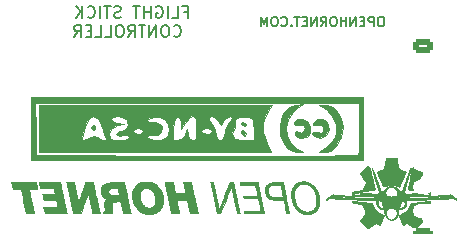
<source format=gbr>
%TF.GenerationSoftware,KiCad,Pcbnew,(6.0.9)*%
%TF.CreationDate,2023-01-21T18:50:51-09:00*%
%TF.ProjectId,CONTROLLER_Stick,434f4e54-524f-44c4-9c45-525f53746963,rev?*%
%TF.SameCoordinates,Original*%
%TF.FileFunction,Legend,Bot*%
%TF.FilePolarity,Positive*%
%FSLAX46Y46*%
G04 Gerber Fmt 4.6, Leading zero omitted, Abs format (unit mm)*
G04 Created by KiCad (PCBNEW (6.0.9)) date 2023-01-21 18:50:51*
%MOMM*%
%LPD*%
G01*
G04 APERTURE LIST*
G04 Aperture macros list*
%AMRoundRect*
0 Rectangle with rounded corners*
0 $1 Rounding radius*
0 $2 $3 $4 $5 $6 $7 $8 $9 X,Y pos of 4 corners*
0 Add a 4 corners polygon primitive as box body*
4,1,4,$2,$3,$4,$5,$6,$7,$8,$9,$2,$3,0*
0 Add four circle primitives for the rounded corners*
1,1,$1+$1,$2,$3*
1,1,$1+$1,$4,$5*
1,1,$1+$1,$6,$7*
1,1,$1+$1,$8,$9*
0 Add four rect primitives between the rounded corners*
20,1,$1+$1,$2,$3,$4,$5,0*
20,1,$1+$1,$4,$5,$6,$7,0*
20,1,$1+$1,$6,$7,$8,$9,0*
20,1,$1+$1,$8,$9,$2,$3,0*%
G04 Aperture macros list end*
%ADD10C,0.150000*%
%ADD11C,0.010000*%
%ADD12RoundRect,0.250000X0.625000X-0.350000X0.625000X0.350000X-0.625000X0.350000X-0.625000X-0.350000X0*%
%ADD13O,1.750000X1.200000*%
%ADD14R,1.600000X1.600000*%
%ADD15O,1.600000X1.600000*%
%ADD16RoundRect,0.250000X0.350000X0.625000X-0.350000X0.625000X-0.350000X-0.625000X0.350000X-0.625000X0*%
%ADD17O,1.200000X1.750000*%
%ADD18O,1.700000X1.700000*%
%ADD19R,1.700000X1.700000*%
%ADD20C,2.500000*%
G04 APERTURE END LIST*
D10*
X31571619Y-23231904D02*
X31419238Y-23231904D01*
X31343047Y-23270000D01*
X31266857Y-23346190D01*
X31228761Y-23498571D01*
X31228761Y-23765238D01*
X31266857Y-23917619D01*
X31343047Y-23993809D01*
X31419238Y-24031904D01*
X31571619Y-24031904D01*
X31647809Y-23993809D01*
X31724000Y-23917619D01*
X31762095Y-23765238D01*
X31762095Y-23498571D01*
X31724000Y-23346190D01*
X31647809Y-23270000D01*
X31571619Y-23231904D01*
X30885904Y-24031904D02*
X30885904Y-23231904D01*
X30581142Y-23231904D01*
X30504952Y-23270000D01*
X30466857Y-23308095D01*
X30428761Y-23384285D01*
X30428761Y-23498571D01*
X30466857Y-23574761D01*
X30504952Y-23612857D01*
X30581142Y-23650952D01*
X30885904Y-23650952D01*
X30085904Y-23612857D02*
X29819238Y-23612857D01*
X29704952Y-24031904D02*
X30085904Y-24031904D01*
X30085904Y-23231904D01*
X29704952Y-23231904D01*
X29362095Y-24031904D02*
X29362095Y-23231904D01*
X28904952Y-24031904D01*
X28904952Y-23231904D01*
X28524000Y-24031904D02*
X28524000Y-23231904D01*
X28524000Y-23612857D02*
X28066857Y-23612857D01*
X28066857Y-24031904D02*
X28066857Y-23231904D01*
X27533523Y-23231904D02*
X27381142Y-23231904D01*
X27304952Y-23270000D01*
X27228761Y-23346190D01*
X27190666Y-23498571D01*
X27190666Y-23765238D01*
X27228761Y-23917619D01*
X27304952Y-23993809D01*
X27381142Y-24031904D01*
X27533523Y-24031904D01*
X27609714Y-23993809D01*
X27685904Y-23917619D01*
X27724000Y-23765238D01*
X27724000Y-23498571D01*
X27685904Y-23346190D01*
X27609714Y-23270000D01*
X27533523Y-23231904D01*
X26390666Y-24031904D02*
X26657333Y-23650952D01*
X26847809Y-24031904D02*
X26847809Y-23231904D01*
X26543047Y-23231904D01*
X26466857Y-23270000D01*
X26428761Y-23308095D01*
X26390666Y-23384285D01*
X26390666Y-23498571D01*
X26428761Y-23574761D01*
X26466857Y-23612857D01*
X26543047Y-23650952D01*
X26847809Y-23650952D01*
X26047809Y-24031904D02*
X26047809Y-23231904D01*
X25590666Y-24031904D01*
X25590666Y-23231904D01*
X25209714Y-23612857D02*
X24943047Y-23612857D01*
X24828761Y-24031904D02*
X25209714Y-24031904D01*
X25209714Y-23231904D01*
X24828761Y-23231904D01*
X24600190Y-23231904D02*
X24143047Y-23231904D01*
X24371619Y-24031904D02*
X24371619Y-23231904D01*
X23876380Y-23955714D02*
X23838285Y-23993809D01*
X23876380Y-24031904D01*
X23914476Y-23993809D01*
X23876380Y-23955714D01*
X23876380Y-24031904D01*
X23038285Y-23955714D02*
X23076380Y-23993809D01*
X23190666Y-24031904D01*
X23266857Y-24031904D01*
X23381142Y-23993809D01*
X23457333Y-23917619D01*
X23495428Y-23841428D01*
X23533523Y-23689047D01*
X23533523Y-23574761D01*
X23495428Y-23422380D01*
X23457333Y-23346190D01*
X23381142Y-23270000D01*
X23266857Y-23231904D01*
X23190666Y-23231904D01*
X23076380Y-23270000D01*
X23038285Y-23308095D01*
X22543047Y-23231904D02*
X22390666Y-23231904D01*
X22314476Y-23270000D01*
X22238285Y-23346190D01*
X22200190Y-23498571D01*
X22200190Y-23765238D01*
X22238285Y-23917619D01*
X22314476Y-23993809D01*
X22390666Y-24031904D01*
X22543047Y-24031904D01*
X22619238Y-23993809D01*
X22695428Y-23917619D01*
X22733523Y-23765238D01*
X22733523Y-23498571D01*
X22695428Y-23346190D01*
X22619238Y-23270000D01*
X22543047Y-23231904D01*
X21857333Y-24031904D02*
X21857333Y-23231904D01*
X21590666Y-23803333D01*
X21324000Y-23231904D01*
X21324000Y-24031904D01*
X14785904Y-22793571D02*
X15119238Y-22793571D01*
X15119238Y-23317380D02*
X15119238Y-22317380D01*
X14643047Y-22317380D01*
X13785904Y-23317380D02*
X14262095Y-23317380D01*
X14262095Y-22317380D01*
X13452571Y-23317380D02*
X13452571Y-22317380D01*
X12452571Y-22365000D02*
X12547809Y-22317380D01*
X12690666Y-22317380D01*
X12833523Y-22365000D01*
X12928761Y-22460238D01*
X12976380Y-22555476D01*
X13024000Y-22745952D01*
X13024000Y-22888809D01*
X12976380Y-23079285D01*
X12928761Y-23174523D01*
X12833523Y-23269761D01*
X12690666Y-23317380D01*
X12595428Y-23317380D01*
X12452571Y-23269761D01*
X12404952Y-23222142D01*
X12404952Y-22888809D01*
X12595428Y-22888809D01*
X11976380Y-23317380D02*
X11976380Y-22317380D01*
X11976380Y-22793571D02*
X11404952Y-22793571D01*
X11404952Y-23317380D02*
X11404952Y-22317380D01*
X11071619Y-22317380D02*
X10500190Y-22317380D01*
X10785904Y-23317380D02*
X10785904Y-22317380D01*
X9452571Y-23269761D02*
X9309714Y-23317380D01*
X9071619Y-23317380D01*
X8976380Y-23269761D01*
X8928761Y-23222142D01*
X8881142Y-23126904D01*
X8881142Y-23031666D01*
X8928761Y-22936428D01*
X8976380Y-22888809D01*
X9071619Y-22841190D01*
X9262095Y-22793571D01*
X9357333Y-22745952D01*
X9404952Y-22698333D01*
X9452571Y-22603095D01*
X9452571Y-22507857D01*
X9404952Y-22412619D01*
X9357333Y-22365000D01*
X9262095Y-22317380D01*
X9024000Y-22317380D01*
X8881142Y-22365000D01*
X8595428Y-22317380D02*
X8024000Y-22317380D01*
X8309714Y-23317380D02*
X8309714Y-22317380D01*
X7690666Y-23317380D02*
X7690666Y-22317380D01*
X6643047Y-23222142D02*
X6690666Y-23269761D01*
X6833523Y-23317380D01*
X6928761Y-23317380D01*
X7071619Y-23269761D01*
X7166857Y-23174523D01*
X7214476Y-23079285D01*
X7262095Y-22888809D01*
X7262095Y-22745952D01*
X7214476Y-22555476D01*
X7166857Y-22460238D01*
X7071619Y-22365000D01*
X6928761Y-22317380D01*
X6833523Y-22317380D01*
X6690666Y-22365000D01*
X6643047Y-22412619D01*
X6214476Y-23317380D02*
X6214476Y-22317380D01*
X5643047Y-23317380D02*
X6071619Y-22745952D01*
X5643047Y-22317380D02*
X6214476Y-22888809D01*
X13928761Y-24832142D02*
X13976380Y-24879761D01*
X14119238Y-24927380D01*
X14214476Y-24927380D01*
X14357333Y-24879761D01*
X14452571Y-24784523D01*
X14500190Y-24689285D01*
X14547809Y-24498809D01*
X14547809Y-24355952D01*
X14500190Y-24165476D01*
X14452571Y-24070238D01*
X14357333Y-23975000D01*
X14214476Y-23927380D01*
X14119238Y-23927380D01*
X13976380Y-23975000D01*
X13928761Y-24022619D01*
X13309714Y-23927380D02*
X13119238Y-23927380D01*
X13024000Y-23975000D01*
X12928761Y-24070238D01*
X12881142Y-24260714D01*
X12881142Y-24594047D01*
X12928761Y-24784523D01*
X13024000Y-24879761D01*
X13119238Y-24927380D01*
X13309714Y-24927380D01*
X13404952Y-24879761D01*
X13500190Y-24784523D01*
X13547809Y-24594047D01*
X13547809Y-24260714D01*
X13500190Y-24070238D01*
X13404952Y-23975000D01*
X13309714Y-23927380D01*
X12452571Y-24927380D02*
X12452571Y-23927380D01*
X11881142Y-24927380D01*
X11881142Y-23927380D01*
X11547809Y-23927380D02*
X10976380Y-23927380D01*
X11262095Y-24927380D02*
X11262095Y-23927380D01*
X10071619Y-24927380D02*
X10404952Y-24451190D01*
X10643047Y-24927380D02*
X10643047Y-23927380D01*
X10262095Y-23927380D01*
X10166857Y-23975000D01*
X10119238Y-24022619D01*
X10071619Y-24117857D01*
X10071619Y-24260714D01*
X10119238Y-24355952D01*
X10166857Y-24403571D01*
X10262095Y-24451190D01*
X10643047Y-24451190D01*
X9452571Y-23927380D02*
X9262095Y-23927380D01*
X9166857Y-23975000D01*
X9071619Y-24070238D01*
X9024000Y-24260714D01*
X9024000Y-24594047D01*
X9071619Y-24784523D01*
X9166857Y-24879761D01*
X9262095Y-24927380D01*
X9452571Y-24927380D01*
X9547809Y-24879761D01*
X9643047Y-24784523D01*
X9690666Y-24594047D01*
X9690666Y-24260714D01*
X9643047Y-24070238D01*
X9547809Y-23975000D01*
X9452571Y-23927380D01*
X8119238Y-24927380D02*
X8595428Y-24927380D01*
X8595428Y-23927380D01*
X7309714Y-24927380D02*
X7785904Y-24927380D01*
X7785904Y-23927380D01*
X6976380Y-24403571D02*
X6643047Y-24403571D01*
X6500190Y-24927380D02*
X6976380Y-24927380D01*
X6976380Y-23927380D01*
X6500190Y-23927380D01*
X5500190Y-24927380D02*
X5833523Y-24451190D01*
X6071619Y-24927380D02*
X6071619Y-23927380D01*
X5690666Y-23927380D01*
X5595428Y-23975000D01*
X5547809Y-24022619D01*
X5500190Y-24117857D01*
X5500190Y-24260714D01*
X5547809Y-24355952D01*
X5595428Y-24403571D01*
X5690666Y-24451190D01*
X6071619Y-24451190D01*
%TO.C,LOGO2*%
G36*
X7276980Y-32575967D02*
G01*
X7256393Y-32701294D01*
X7108768Y-32838212D01*
X7068859Y-32833682D01*
X6940556Y-32679928D01*
X6946973Y-32632734D01*
X7108768Y-32417682D01*
X7195433Y-32401858D01*
X7276980Y-32575967D01*
G37*
D11*
X7276980Y-32575967D02*
X7256393Y-32701294D01*
X7108768Y-32838212D01*
X7068859Y-32833682D01*
X6940556Y-32679928D01*
X6946973Y-32632734D01*
X7108768Y-32417682D01*
X7195433Y-32401858D01*
X7276980Y-32575967D01*
G36*
X19924168Y-32185951D02*
G01*
X20061086Y-32333576D01*
X20056556Y-32373486D01*
X19902802Y-32501788D01*
X19855608Y-32495372D01*
X19640556Y-32333576D01*
X19624732Y-32246912D01*
X19798841Y-32165364D01*
X19924168Y-32185951D01*
G37*
X19924168Y-32185951D02*
X20061086Y-32333576D01*
X20056556Y-32373486D01*
X19902802Y-32501788D01*
X19855608Y-32495372D01*
X19640556Y-32333576D01*
X19624732Y-32246912D01*
X19798841Y-32165364D01*
X19924168Y-32185951D01*
G36*
X19925650Y-32872828D02*
G01*
X20061086Y-33104548D01*
X19963991Y-33288342D01*
X19762428Y-33260099D01*
X19594999Y-33037964D01*
X19598567Y-32936017D01*
X19794751Y-32838212D01*
X19925650Y-32872828D01*
G37*
X19925650Y-32872828D02*
X20061086Y-33104548D01*
X19963991Y-33288342D01*
X19762428Y-33260099D01*
X19594999Y-33037964D01*
X19598567Y-32936017D01*
X19794751Y-32838212D01*
X19925650Y-32872828D01*
G36*
X25284260Y-32173969D02*
G01*
X25507476Y-32573970D01*
X25485880Y-33026606D01*
X25210931Y-33382325D01*
X25108096Y-33436559D01*
X24746060Y-33495295D01*
X24398607Y-33419774D01*
X24172801Y-33247771D01*
X24175703Y-33017063D01*
X24278981Y-32917448D01*
X24511360Y-33000330D01*
X24688811Y-33083551D01*
X24931395Y-32931761D01*
X25050763Y-32640082D01*
X24920354Y-32413754D01*
X24583991Y-32387236D01*
X24532847Y-32398492D01*
X24242230Y-32361362D01*
X24135923Y-32188912D01*
X24286887Y-31980922D01*
X24483541Y-31880711D01*
X24871636Y-31876697D01*
X25284260Y-32173969D01*
G37*
X25284260Y-32173969D02*
X25507476Y-32573970D01*
X25485880Y-33026606D01*
X25210931Y-33382325D01*
X25108096Y-33436559D01*
X24746060Y-33495295D01*
X24398607Y-33419774D01*
X24172801Y-33247771D01*
X24175703Y-33017063D01*
X24278981Y-32917448D01*
X24511360Y-33000330D01*
X24688811Y-33083551D01*
X24931395Y-32931761D01*
X25050763Y-32640082D01*
X24920354Y-32413754D01*
X24583991Y-32387236D01*
X24532847Y-32398492D01*
X24242230Y-32361362D01*
X24135923Y-32188912D01*
X24286887Y-31980922D01*
X24483541Y-31880711D01*
X24871636Y-31876697D01*
X25284260Y-32173969D01*
G36*
X26788880Y-32080640D02*
G01*
X27019514Y-32363046D01*
X27103718Y-32814447D01*
X26861654Y-33246727D01*
X26770370Y-33327063D01*
X26298686Y-33500677D01*
X25800794Y-33359079D01*
X25693713Y-33268228D01*
X25650598Y-33066200D01*
X25819532Y-32947750D01*
X26116715Y-33006424D01*
X26399165Y-33075238D01*
X26585779Y-32917065D01*
X26550107Y-32558755D01*
X26442401Y-32418082D01*
X26114839Y-32382806D01*
X25969306Y-32410257D01*
X25720884Y-32357909D01*
X25731983Y-32182090D01*
X26022441Y-31971179D01*
X26148240Y-31917984D01*
X26476588Y-31877805D01*
X26788880Y-32080640D01*
G37*
X26788880Y-32080640D02*
X27019514Y-32363046D01*
X27103718Y-32814447D01*
X26861654Y-33246727D01*
X26770370Y-33327063D01*
X26298686Y-33500677D01*
X25800794Y-33359079D01*
X25693713Y-33268228D01*
X25650598Y-33066200D01*
X25819532Y-32947750D01*
X26116715Y-33006424D01*
X26399165Y-33075238D01*
X26585779Y-32917065D01*
X26550107Y-32558755D01*
X26442401Y-32418082D01*
X26114839Y-32382806D01*
X25969306Y-32410257D01*
X25720884Y-32357909D01*
X25731983Y-32182090D01*
X26022441Y-31971179D01*
X26148240Y-31917984D01*
X26476588Y-31877805D01*
X26788880Y-32080640D01*
G36*
X22202084Y-34688543D02*
G01*
X2567047Y-34688543D01*
X2567047Y-33549574D01*
X6170254Y-33549574D01*
X6296033Y-33676323D01*
X6609500Y-33546745D01*
X6766690Y-33464563D01*
X7155567Y-33357655D01*
X7478565Y-33371705D01*
X7613404Y-33511060D01*
X7675370Y-33608366D01*
X7947373Y-33679272D01*
X7963987Y-33679263D01*
X8139971Y-33662537D01*
X8194702Y-33562117D01*
X8127247Y-33301662D01*
X8053209Y-33108646D01*
X8460033Y-33108646D01*
X8532661Y-33501499D01*
X8588383Y-33549739D01*
X8631281Y-33562117D01*
X8902433Y-33640357D01*
X9344892Y-33677792D01*
X9768111Y-33655548D01*
X10024442Y-33567130D01*
X10143906Y-33366559D01*
X10018312Y-33236665D01*
X9647961Y-33255225D01*
X9283261Y-33283064D01*
X9048071Y-33182508D01*
X9046255Y-33179469D01*
X9111406Y-33022670D01*
X9387143Y-32922318D01*
X10473007Y-32922318D01*
X10555314Y-33086900D01*
X10893537Y-33174636D01*
X11167839Y-33125251D01*
X11314066Y-32922318D01*
X11231759Y-32757736D01*
X10893537Y-32670000D01*
X10619234Y-32719385D01*
X10473007Y-32922318D01*
X9387143Y-32922318D01*
X9447609Y-32900312D01*
X9531694Y-32880890D01*
X9947230Y-32661062D01*
X10103864Y-32346846D01*
X10018643Y-32020527D01*
X9953233Y-31966488D01*
X11688172Y-31966488D01*
X11793291Y-32116078D01*
X12213879Y-32165364D01*
X12365853Y-32169258D01*
X12739115Y-32260739D01*
X12914642Y-32509860D01*
X12937679Y-32598407D01*
X12896928Y-32922318D01*
X12886459Y-33005534D01*
X12588279Y-33251815D01*
X12108978Y-33274744D01*
X12068499Y-33266929D01*
X11745609Y-33251753D01*
X11699925Y-33366559D01*
X11692029Y-33386403D01*
X11706516Y-33416718D01*
X11953343Y-33563316D01*
X12374798Y-33633184D01*
X12837095Y-33616117D01*
X13206451Y-33501911D01*
X13412827Y-33250978D01*
X13415225Y-33238619D01*
X13851644Y-33238619D01*
X13883442Y-33537039D01*
X13997263Y-33657117D01*
X14222380Y-33679272D01*
X14532260Y-33597452D01*
X14854183Y-33216689D01*
X15084063Y-32754106D01*
X15144675Y-33216689D01*
X15257056Y-33555667D01*
X15530537Y-33679272D01*
X15666047Y-33662183D01*
X15787850Y-33540266D01*
X15842901Y-33234969D01*
X15850992Y-32880265D01*
X16233423Y-32880265D01*
X16237838Y-32892262D01*
X16459035Y-33080313D01*
X16805254Y-33153865D01*
X17082247Y-33069590D01*
X17197315Y-32894624D01*
X17090499Y-32728637D01*
X16682830Y-32670000D01*
X16321041Y-32720184D01*
X16233423Y-32880265D01*
X15850992Y-32880265D01*
X15855788Y-32670000D01*
X15849860Y-32232874D01*
X15809634Y-31863878D01*
X15727903Y-31729322D01*
X16904101Y-31729322D01*
X16931126Y-31938695D01*
X17201484Y-32333576D01*
X17426695Y-32745056D01*
X17460778Y-32894624D01*
X17534167Y-33216689D01*
X17535249Y-33268572D01*
X17618468Y-33589663D01*
X17874331Y-33679272D01*
X17912072Y-33678360D01*
X18146489Y-33567504D01*
X18214495Y-33216689D01*
X18254819Y-33027377D01*
X18888315Y-33027377D01*
X18939887Y-33355844D01*
X19149678Y-33577169D01*
X19198624Y-33592896D01*
X19582699Y-33654369D01*
X20083238Y-33679272D01*
X20750723Y-33679272D01*
X20700275Y-32712053D01*
X20672507Y-32296187D01*
X20607907Y-31929517D01*
X20480797Y-31755312D01*
X20254242Y-31688840D01*
X19933522Y-31676496D01*
X19437108Y-31738648D01*
X19346493Y-31763893D01*
X19312376Y-31786888D01*
X19101201Y-31929221D01*
X19095235Y-32261240D01*
X19111825Y-32553983D01*
X19029256Y-32768048D01*
X19021903Y-32772778D01*
X18888315Y-33027377D01*
X18254819Y-33027377D01*
X18305828Y-32787897D01*
X18547179Y-32333576D01*
X18554195Y-32324580D01*
X18782926Y-31995677D01*
X18879862Y-31786888D01*
X18859723Y-31705174D01*
X18679154Y-31656984D01*
X18404252Y-31772486D01*
X18149298Y-32015863D01*
X17900552Y-32370998D01*
X17678767Y-32015863D01*
X17472459Y-31792105D01*
X17161021Y-31660729D01*
X17117763Y-31661454D01*
X16904101Y-31729322D01*
X15727903Y-31729322D01*
X15709322Y-31698732D01*
X15523684Y-31660729D01*
X15203796Y-31807191D01*
X14893306Y-32207417D01*
X14595032Y-32754106D01*
X14541149Y-32197282D01*
X14524117Y-32056844D01*
X14416391Y-31748351D01*
X14204308Y-31694280D01*
X14197515Y-31695644D01*
X14026577Y-31815599D01*
X13925305Y-32131713D01*
X13870904Y-32713688D01*
X13867687Y-32801362D01*
X13851644Y-33238619D01*
X13415225Y-33238619D01*
X13500076Y-32801362D01*
X13421748Y-32314533D01*
X13180132Y-31927286D01*
X13143151Y-31896664D01*
X12766494Y-31734442D01*
X12310989Y-31691751D01*
X11908647Y-31766126D01*
X11691480Y-31955100D01*
X11688172Y-31966488D01*
X9953233Y-31966488D01*
X9708613Y-31764393D01*
X9190821Y-31660729D01*
X8771964Y-31728350D01*
X8610855Y-31895951D01*
X8742270Y-32083148D01*
X9169364Y-32209296D01*
X9716053Y-32274543D01*
X9167182Y-32409629D01*
X9040866Y-32449538D01*
X8649529Y-32723415D01*
X8460033Y-33108646D01*
X8053209Y-33108646D01*
X7936671Y-32804832D01*
X7779965Y-32410063D01*
X7595308Y-31981781D01*
X7455422Y-31758775D01*
X7312410Y-31674079D01*
X7118378Y-31660729D01*
X6972496Y-31705242D01*
X6717508Y-31998187D01*
X6433467Y-32591939D01*
X6230489Y-33157429D01*
X6170254Y-33549574D01*
X2567047Y-33549574D01*
X2567047Y-30651457D01*
X22236495Y-30651457D01*
X21914234Y-31198146D01*
X21891460Y-31237239D01*
X21529006Y-32132674D01*
X21496746Y-33005934D01*
X21722668Y-33679272D01*
X21793217Y-33889537D01*
X22202084Y-34688543D01*
G37*
X22202084Y-34688543D02*
X2567047Y-34688543D01*
X2567047Y-33549574D01*
X6170254Y-33549574D01*
X6296033Y-33676323D01*
X6609500Y-33546745D01*
X6766690Y-33464563D01*
X7155567Y-33357655D01*
X7478565Y-33371705D01*
X7613404Y-33511060D01*
X7675370Y-33608366D01*
X7947373Y-33679272D01*
X7963987Y-33679263D01*
X8139971Y-33662537D01*
X8194702Y-33562117D01*
X8127247Y-33301662D01*
X8053209Y-33108646D01*
X8460033Y-33108646D01*
X8532661Y-33501499D01*
X8588383Y-33549739D01*
X8631281Y-33562117D01*
X8902433Y-33640357D01*
X9344892Y-33677792D01*
X9768111Y-33655548D01*
X10024442Y-33567130D01*
X10143906Y-33366559D01*
X10018312Y-33236665D01*
X9647961Y-33255225D01*
X9283261Y-33283064D01*
X9048071Y-33182508D01*
X9046255Y-33179469D01*
X9111406Y-33022670D01*
X9387143Y-32922318D01*
X10473007Y-32922318D01*
X10555314Y-33086900D01*
X10893537Y-33174636D01*
X11167839Y-33125251D01*
X11314066Y-32922318D01*
X11231759Y-32757736D01*
X10893537Y-32670000D01*
X10619234Y-32719385D01*
X10473007Y-32922318D01*
X9387143Y-32922318D01*
X9447609Y-32900312D01*
X9531694Y-32880890D01*
X9947230Y-32661062D01*
X10103864Y-32346846D01*
X10018643Y-32020527D01*
X9953233Y-31966488D01*
X11688172Y-31966488D01*
X11793291Y-32116078D01*
X12213879Y-32165364D01*
X12365853Y-32169258D01*
X12739115Y-32260739D01*
X12914642Y-32509860D01*
X12937679Y-32598407D01*
X12896928Y-32922318D01*
X12886459Y-33005534D01*
X12588279Y-33251815D01*
X12108978Y-33274744D01*
X12068499Y-33266929D01*
X11745609Y-33251753D01*
X11699925Y-33366559D01*
X11692029Y-33386403D01*
X11706516Y-33416718D01*
X11953343Y-33563316D01*
X12374798Y-33633184D01*
X12837095Y-33616117D01*
X13206451Y-33501911D01*
X13412827Y-33250978D01*
X13415225Y-33238619D01*
X13851644Y-33238619D01*
X13883442Y-33537039D01*
X13997263Y-33657117D01*
X14222380Y-33679272D01*
X14532260Y-33597452D01*
X14854183Y-33216689D01*
X15084063Y-32754106D01*
X15144675Y-33216689D01*
X15257056Y-33555667D01*
X15530537Y-33679272D01*
X15666047Y-33662183D01*
X15787850Y-33540266D01*
X15842901Y-33234969D01*
X15850992Y-32880265D01*
X16233423Y-32880265D01*
X16237838Y-32892262D01*
X16459035Y-33080313D01*
X16805254Y-33153865D01*
X17082247Y-33069590D01*
X17197315Y-32894624D01*
X17090499Y-32728637D01*
X16682830Y-32670000D01*
X16321041Y-32720184D01*
X16233423Y-32880265D01*
X15850992Y-32880265D01*
X15855788Y-32670000D01*
X15849860Y-32232874D01*
X15809634Y-31863878D01*
X15727903Y-31729322D01*
X16904101Y-31729322D01*
X16931126Y-31938695D01*
X17201484Y-32333576D01*
X17426695Y-32745056D01*
X17460778Y-32894624D01*
X17534167Y-33216689D01*
X17535249Y-33268572D01*
X17618468Y-33589663D01*
X17874331Y-33679272D01*
X17912072Y-33678360D01*
X18146489Y-33567504D01*
X18214495Y-33216689D01*
X18254819Y-33027377D01*
X18888315Y-33027377D01*
X18939887Y-33355844D01*
X19149678Y-33577169D01*
X19198624Y-33592896D01*
X19582699Y-33654369D01*
X20083238Y-33679272D01*
X20750723Y-33679272D01*
X20700275Y-32712053D01*
X20672507Y-32296187D01*
X20607907Y-31929517D01*
X20480797Y-31755312D01*
X20254242Y-31688840D01*
X19933522Y-31676496D01*
X19437108Y-31738648D01*
X19346493Y-31763893D01*
X19312376Y-31786888D01*
X19101201Y-31929221D01*
X19095235Y-32261240D01*
X19111825Y-32553983D01*
X19029256Y-32768048D01*
X19021903Y-32772778D01*
X18888315Y-33027377D01*
X18254819Y-33027377D01*
X18305828Y-32787897D01*
X18547179Y-32333576D01*
X18554195Y-32324580D01*
X18782926Y-31995677D01*
X18879862Y-31786888D01*
X18859723Y-31705174D01*
X18679154Y-31656984D01*
X18404252Y-31772486D01*
X18149298Y-32015863D01*
X17900552Y-32370998D01*
X17678767Y-32015863D01*
X17472459Y-31792105D01*
X17161021Y-31660729D01*
X17117763Y-31661454D01*
X16904101Y-31729322D01*
X15727903Y-31729322D01*
X15709322Y-31698732D01*
X15523684Y-31660729D01*
X15203796Y-31807191D01*
X14893306Y-32207417D01*
X14595032Y-32754106D01*
X14541149Y-32197282D01*
X14524117Y-32056844D01*
X14416391Y-31748351D01*
X14204308Y-31694280D01*
X14197515Y-31695644D01*
X14026577Y-31815599D01*
X13925305Y-32131713D01*
X13870904Y-32713688D01*
X13867687Y-32801362D01*
X13851644Y-33238619D01*
X13415225Y-33238619D01*
X13500076Y-32801362D01*
X13421748Y-32314533D01*
X13180132Y-31927286D01*
X13143151Y-31896664D01*
X12766494Y-31734442D01*
X12310989Y-31691751D01*
X11908647Y-31766126D01*
X11691480Y-31955100D01*
X11688172Y-31966488D01*
X9953233Y-31966488D01*
X9708613Y-31764393D01*
X9190821Y-31660729D01*
X8771964Y-31728350D01*
X8610855Y-31895951D01*
X8742270Y-32083148D01*
X9169364Y-32209296D01*
X9716053Y-32274543D01*
X9167182Y-32409629D01*
X9040866Y-32449538D01*
X8649529Y-32723415D01*
X8460033Y-33108646D01*
X8053209Y-33108646D01*
X7936671Y-32804832D01*
X7779965Y-32410063D01*
X7595308Y-31981781D01*
X7455422Y-31758775D01*
X7312410Y-31674079D01*
X7118378Y-31660729D01*
X6972496Y-31705242D01*
X6717508Y-31998187D01*
X6433467Y-32591939D01*
X6230489Y-33157429D01*
X6170254Y-33549574D01*
X2567047Y-33549574D01*
X2567047Y-30651457D01*
X22236495Y-30651457D01*
X21914234Y-31198146D01*
X21891460Y-31237239D01*
X21529006Y-32132674D01*
X21496746Y-33005934D01*
X21722668Y-33679272D01*
X21793217Y-33889537D01*
X22202084Y-34688543D01*
G36*
X24413200Y-30926742D02*
G01*
X24013392Y-31259361D01*
X23610738Y-31887342D01*
X23447118Y-32598152D01*
X23522950Y-33312327D01*
X23838657Y-33950403D01*
X24394658Y-34432916D01*
X24855126Y-34690453D01*
X24271754Y-34647445D01*
X24012178Y-34600883D01*
X23512394Y-34309053D01*
X23164676Y-33818636D01*
X22969025Y-33200780D01*
X22925439Y-32526631D01*
X23033919Y-31867337D01*
X23294464Y-31294044D01*
X23707076Y-30877900D01*
X24271754Y-30690050D01*
X24855126Y-30644537D01*
X24413200Y-30926742D01*
G37*
X24413200Y-30926742D02*
X24013392Y-31259361D01*
X23610738Y-31887342D01*
X23447118Y-32598152D01*
X23522950Y-33312327D01*
X23838657Y-33950403D01*
X24394658Y-34432916D01*
X24855126Y-34690453D01*
X24271754Y-34647445D01*
X24012178Y-34600883D01*
X23512394Y-34309053D01*
X23164676Y-33818636D01*
X22969025Y-33200780D01*
X22925439Y-32526631D01*
X23033919Y-31867337D01*
X23294464Y-31294044D01*
X23707076Y-30877900D01*
X24271754Y-30690050D01*
X24855126Y-30644537D01*
X24413200Y-30926742D01*
G36*
X27226935Y-30760741D02*
G01*
X27685525Y-31152063D01*
X28081122Y-31782606D01*
X28268543Y-32598033D01*
X28136677Y-33418281D01*
X27685525Y-34187937D01*
X27682701Y-34191288D01*
X27237539Y-34574346D01*
X26732557Y-34687914D01*
X26200821Y-34687286D01*
X26757632Y-34347807D01*
X26783349Y-34331675D01*
X27241582Y-33910872D01*
X27577773Y-33381218D01*
X27686489Y-33029650D01*
X27682117Y-32285113D01*
X27380857Y-31595998D01*
X26806740Y-31035418D01*
X26235176Y-30651457D01*
X26749734Y-30651457D01*
X27226935Y-30760741D01*
G37*
X27226935Y-30760741D02*
X27685525Y-31152063D01*
X28081122Y-31782606D01*
X28268543Y-32598033D01*
X28136677Y-33418281D01*
X27685525Y-34187937D01*
X27682701Y-34191288D01*
X27237539Y-34574346D01*
X26732557Y-34687914D01*
X26200821Y-34687286D01*
X26757632Y-34347807D01*
X26783349Y-34331675D01*
X27241582Y-33910872D01*
X27577773Y-33381218D01*
X27686489Y-33029650D01*
X27682117Y-32285113D01*
X27380857Y-31595998D01*
X26806740Y-31035418D01*
X26235176Y-30651457D01*
X26749734Y-30651457D01*
X27226935Y-30760741D01*
G36*
X1894199Y-35361391D02*
G01*
X1894199Y-30483245D01*
X2220858Y-30483245D01*
X2267793Y-32712053D01*
X2314729Y-34940861D01*
X15868817Y-34983903D01*
X16763855Y-34986498D01*
X18831984Y-34990567D01*
X20792002Y-34991769D01*
X22618542Y-34990236D01*
X24286235Y-34986096D01*
X25769714Y-34979480D01*
X27043612Y-34970518D01*
X28082561Y-34959341D01*
X28861193Y-34946078D01*
X29354140Y-34930859D01*
X29536036Y-34913814D01*
X29542229Y-34904401D01*
X29583985Y-34661127D01*
X29617962Y-34158081D01*
X29640806Y-33462585D01*
X29649166Y-32641965D01*
X29649166Y-30483245D01*
X2220858Y-30483245D01*
X1894199Y-30483245D01*
X1894199Y-29978610D01*
X29985590Y-29978610D01*
X29985590Y-35361391D01*
X1894199Y-35361391D01*
G37*
X1894199Y-35361391D02*
X1894199Y-30483245D01*
X2220858Y-30483245D01*
X2267793Y-32712053D01*
X2314729Y-34940861D01*
X15868817Y-34983903D01*
X16763855Y-34986498D01*
X18831984Y-34990567D01*
X20792002Y-34991769D01*
X22618542Y-34990236D01*
X24286235Y-34986096D01*
X25769714Y-34979480D01*
X27043612Y-34970518D01*
X28082561Y-34959341D01*
X28861193Y-34946078D01*
X29354140Y-34930859D01*
X29536036Y-34913814D01*
X29542229Y-34904401D01*
X29583985Y-34661127D01*
X29617962Y-34158081D01*
X29640806Y-33462585D01*
X29649166Y-32641965D01*
X29649166Y-30483245D01*
X2220858Y-30483245D01*
X1894199Y-30483245D01*
X1894199Y-29978610D01*
X29985590Y-29978610D01*
X29985590Y-35361391D01*
X1894199Y-35361391D01*
%TO.C,LOGO1*%
G36*
X35651050Y-38817955D02*
G01*
X35653751Y-38819706D01*
X35655426Y-38824347D01*
X35656317Y-38833274D01*
X35656663Y-38847880D01*
X35656704Y-38869558D01*
X35656570Y-38885686D01*
X35655654Y-38907212D01*
X35653513Y-38922782D01*
X35649733Y-38933963D01*
X35643900Y-38942321D01*
X35635600Y-38949424D01*
X35634862Y-38949854D01*
X35628843Y-38951975D01*
X35617418Y-38954985D01*
X35600293Y-38958942D01*
X35577175Y-38963905D01*
X35547772Y-38969931D01*
X35511789Y-38977079D01*
X35468934Y-38985408D01*
X35418914Y-38994976D01*
X35361435Y-39005841D01*
X35296205Y-39018062D01*
X35222931Y-39031698D01*
X35200003Y-39035957D01*
X35143578Y-39046472D01*
X35089675Y-39056565D01*
X35038875Y-39066126D01*
X34991757Y-39075042D01*
X34948903Y-39083203D01*
X34910893Y-39090497D01*
X34878306Y-39096814D01*
X34851725Y-39102042D01*
X34831728Y-39106069D01*
X34818897Y-39108785D01*
X34813812Y-39110078D01*
X34812857Y-39110643D01*
X34805022Y-39117095D01*
X34796261Y-39126343D01*
X34794350Y-39129575D01*
X34789169Y-39140431D01*
X34781414Y-39157917D01*
X34771376Y-39181311D01*
X34759343Y-39209890D01*
X34745607Y-39242930D01*
X34730456Y-39279709D01*
X34714182Y-39319503D01*
X34697074Y-39361591D01*
X34679421Y-39405249D01*
X34661515Y-39449753D01*
X34643644Y-39494382D01*
X34626099Y-39538412D01*
X34609170Y-39581120D01*
X34593146Y-39621783D01*
X34578319Y-39659679D01*
X34564977Y-39694084D01*
X34553410Y-39724275D01*
X34543909Y-39749530D01*
X34536764Y-39769125D01*
X34532264Y-39782339D01*
X34530700Y-39788447D01*
X34532391Y-39800636D01*
X34536493Y-39813727D01*
X34536621Y-39814005D01*
X34540399Y-39820331D01*
X34548559Y-39832995D01*
X34560717Y-39851427D01*
X34576489Y-39875056D01*
X34595490Y-39903312D01*
X34617336Y-39935626D01*
X34641642Y-39971427D01*
X34668024Y-40010144D01*
X34696098Y-40051209D01*
X34725479Y-40094050D01*
X34752433Y-40133296D01*
X34782648Y-40177311D01*
X34812021Y-40220115D01*
X34840056Y-40260987D01*
X34866261Y-40299208D01*
X34890140Y-40334055D01*
X34911199Y-40364807D01*
X34928945Y-40390745D01*
X34942883Y-40411148D01*
X34952520Y-40425293D01*
X34954643Y-40428422D01*
X34971174Y-40453225D01*
X34983169Y-40472509D01*
X34991061Y-40487445D01*
X34995285Y-40499203D01*
X34996274Y-40508954D01*
X34994465Y-40517869D01*
X34990289Y-40527118D01*
X34990270Y-40527153D01*
X34986368Y-40531775D01*
X34976956Y-40541844D01*
X34962534Y-40556860D01*
X34943598Y-40576327D01*
X34920648Y-40599745D01*
X34894182Y-40626616D01*
X34864699Y-40656442D01*
X34832695Y-40688724D01*
X34798671Y-40722965D01*
X34763124Y-40758665D01*
X34726553Y-40795328D01*
X34689455Y-40832453D01*
X34652330Y-40869544D01*
X34615675Y-40906101D01*
X34579990Y-40941627D01*
X34545772Y-40975622D01*
X34513519Y-41007590D01*
X34483730Y-41037031D01*
X34456904Y-41063447D01*
X34433538Y-41086340D01*
X34414132Y-41105212D01*
X34399183Y-41119564D01*
X34389189Y-41128898D01*
X34384650Y-41132715D01*
X34383763Y-41133197D01*
X34379898Y-41135195D01*
X34376043Y-41136648D01*
X34371760Y-41137291D01*
X34366612Y-41136859D01*
X34360163Y-41135086D01*
X34351974Y-41131708D01*
X34341610Y-41126458D01*
X34328634Y-41119073D01*
X34312607Y-41109286D01*
X34293094Y-41096833D01*
X34269657Y-41081448D01*
X34241859Y-41062866D01*
X34209264Y-41040821D01*
X34171434Y-41015050D01*
X34127932Y-40985285D01*
X34078322Y-40951263D01*
X34022166Y-40912718D01*
X34011423Y-40905345D01*
X33964400Y-40873110D01*
X33919340Y-40842282D01*
X33876744Y-40813199D01*
X33837113Y-40786201D01*
X33800949Y-40761628D01*
X33768752Y-40739819D01*
X33741024Y-40721113D01*
X33718265Y-40705851D01*
X33700977Y-40694371D01*
X33689660Y-40687014D01*
X33684816Y-40684118D01*
X33680622Y-40682639D01*
X33674150Y-40681131D01*
X33667076Y-40680866D01*
X33658640Y-40682154D01*
X33648084Y-40685306D01*
X33634646Y-40690633D01*
X33617568Y-40698448D01*
X33596090Y-40709061D01*
X33569452Y-40722782D01*
X33536894Y-40739925D01*
X33497657Y-40760800D01*
X33486591Y-40766687D01*
X33453869Y-40783910D01*
X33423458Y-40799652D01*
X33396213Y-40813486D01*
X33372988Y-40824987D01*
X33354640Y-40833729D01*
X33342024Y-40839286D01*
X33335996Y-40841233D01*
X33327067Y-40839542D01*
X33316187Y-40833825D01*
X33315505Y-40832997D01*
X33311302Y-40825289D01*
X33304055Y-40809995D01*
X33293850Y-40787320D01*
X33280774Y-40757467D01*
X33264916Y-40720642D01*
X33246362Y-40677048D01*
X33225201Y-40626889D01*
X33201520Y-40570369D01*
X33175406Y-40507694D01*
X33146948Y-40439066D01*
X32986659Y-40051716D01*
X33005527Y-40041917D01*
X33010806Y-40039114D01*
X33026392Y-40030526D01*
X33047698Y-40018515D01*
X33073996Y-40003506D01*
X33104564Y-39985925D01*
X33138675Y-39966198D01*
X33175606Y-39944750D01*
X33214630Y-39922008D01*
X33255024Y-39898396D01*
X33296063Y-39874341D01*
X33337021Y-39850269D01*
X33377174Y-39826605D01*
X33415797Y-39803775D01*
X33452165Y-39782204D01*
X33485554Y-39762319D01*
X33515238Y-39744545D01*
X33540493Y-39729308D01*
X33560594Y-39717033D01*
X33574815Y-39708146D01*
X33582433Y-39703074D01*
X33582926Y-39702708D01*
X33616685Y-39675202D01*
X33651893Y-39642259D01*
X33687110Y-39605530D01*
X33720899Y-39566670D01*
X33751821Y-39527331D01*
X33778436Y-39489167D01*
X33799307Y-39453832D01*
X33803241Y-39446074D01*
X33811267Y-39429513D01*
X33821667Y-39407490D01*
X33834047Y-39380883D01*
X33848013Y-39350568D01*
X33863171Y-39317422D01*
X33879125Y-39282321D01*
X33895483Y-39246144D01*
X33911850Y-39209766D01*
X33927832Y-39174065D01*
X33943034Y-39139917D01*
X33957062Y-39108200D01*
X33969522Y-39079790D01*
X33980020Y-39055563D01*
X33988162Y-39036398D01*
X33993553Y-39023171D01*
X33995800Y-39016758D01*
X33998389Y-39009150D01*
X34004177Y-39004787D01*
X34015738Y-39002329D01*
X34018794Y-39001935D01*
X34030442Y-39000536D01*
X34049584Y-38998293D01*
X34075721Y-38995265D01*
X34108358Y-38991506D01*
X34146998Y-38987074D01*
X34191142Y-38982024D01*
X34240295Y-38976413D01*
X34293959Y-38970296D01*
X34351637Y-38963731D01*
X34412832Y-38956773D01*
X34477047Y-38949478D01*
X34543784Y-38941904D01*
X34612548Y-38934105D01*
X34682840Y-38926139D01*
X34754164Y-38918061D01*
X34826022Y-38909928D01*
X34897919Y-38901796D01*
X34969355Y-38893721D01*
X35039835Y-38885760D01*
X35108862Y-38877968D01*
X35175938Y-38870402D01*
X35240566Y-38863118D01*
X35302249Y-38856173D01*
X35360491Y-38849622D01*
X35414793Y-38843522D01*
X35464660Y-38837929D01*
X35509594Y-38832899D01*
X35549097Y-38828489D01*
X35582674Y-38824755D01*
X35609826Y-38821753D01*
X35630057Y-38819538D01*
X35642870Y-38818169D01*
X35647767Y-38817699D01*
X35651050Y-38817955D01*
G37*
X35651050Y-38817955D02*
X35653751Y-38819706D01*
X35655426Y-38824347D01*
X35656317Y-38833274D01*
X35656663Y-38847880D01*
X35656704Y-38869558D01*
X35656570Y-38885686D01*
X35655654Y-38907212D01*
X35653513Y-38922782D01*
X35649733Y-38933963D01*
X35643900Y-38942321D01*
X35635600Y-38949424D01*
X35634862Y-38949854D01*
X35628843Y-38951975D01*
X35617418Y-38954985D01*
X35600293Y-38958942D01*
X35577175Y-38963905D01*
X35547772Y-38969931D01*
X35511789Y-38977079D01*
X35468934Y-38985408D01*
X35418914Y-38994976D01*
X35361435Y-39005841D01*
X35296205Y-39018062D01*
X35222931Y-39031698D01*
X35200003Y-39035957D01*
X35143578Y-39046472D01*
X35089675Y-39056565D01*
X35038875Y-39066126D01*
X34991757Y-39075042D01*
X34948903Y-39083203D01*
X34910893Y-39090497D01*
X34878306Y-39096814D01*
X34851725Y-39102042D01*
X34831728Y-39106069D01*
X34818897Y-39108785D01*
X34813812Y-39110078D01*
X34812857Y-39110643D01*
X34805022Y-39117095D01*
X34796261Y-39126343D01*
X34794350Y-39129575D01*
X34789169Y-39140431D01*
X34781414Y-39157917D01*
X34771376Y-39181311D01*
X34759343Y-39209890D01*
X34745607Y-39242930D01*
X34730456Y-39279709D01*
X34714182Y-39319503D01*
X34697074Y-39361591D01*
X34679421Y-39405249D01*
X34661515Y-39449753D01*
X34643644Y-39494382D01*
X34626099Y-39538412D01*
X34609170Y-39581120D01*
X34593146Y-39621783D01*
X34578319Y-39659679D01*
X34564977Y-39694084D01*
X34553410Y-39724275D01*
X34543909Y-39749530D01*
X34536764Y-39769125D01*
X34532264Y-39782339D01*
X34530700Y-39788447D01*
X34532391Y-39800636D01*
X34536493Y-39813727D01*
X34536621Y-39814005D01*
X34540399Y-39820331D01*
X34548559Y-39832995D01*
X34560717Y-39851427D01*
X34576489Y-39875056D01*
X34595490Y-39903312D01*
X34617336Y-39935626D01*
X34641642Y-39971427D01*
X34668024Y-40010144D01*
X34696098Y-40051209D01*
X34725479Y-40094050D01*
X34752433Y-40133296D01*
X34782648Y-40177311D01*
X34812021Y-40220115D01*
X34840056Y-40260987D01*
X34866261Y-40299208D01*
X34890140Y-40334055D01*
X34911199Y-40364807D01*
X34928945Y-40390745D01*
X34942883Y-40411148D01*
X34952520Y-40425293D01*
X34954643Y-40428422D01*
X34971174Y-40453225D01*
X34983169Y-40472509D01*
X34991061Y-40487445D01*
X34995285Y-40499203D01*
X34996274Y-40508954D01*
X34994465Y-40517869D01*
X34990289Y-40527118D01*
X34990270Y-40527153D01*
X34986368Y-40531775D01*
X34976956Y-40541844D01*
X34962534Y-40556860D01*
X34943598Y-40576327D01*
X34920648Y-40599745D01*
X34894182Y-40626616D01*
X34864699Y-40656442D01*
X34832695Y-40688724D01*
X34798671Y-40722965D01*
X34763124Y-40758665D01*
X34726553Y-40795328D01*
X34689455Y-40832453D01*
X34652330Y-40869544D01*
X34615675Y-40906101D01*
X34579990Y-40941627D01*
X34545772Y-40975622D01*
X34513519Y-41007590D01*
X34483730Y-41037031D01*
X34456904Y-41063447D01*
X34433538Y-41086340D01*
X34414132Y-41105212D01*
X34399183Y-41119564D01*
X34389189Y-41128898D01*
X34384650Y-41132715D01*
X34383763Y-41133197D01*
X34379898Y-41135195D01*
X34376043Y-41136648D01*
X34371760Y-41137291D01*
X34366612Y-41136859D01*
X34360163Y-41135086D01*
X34351974Y-41131708D01*
X34341610Y-41126458D01*
X34328634Y-41119073D01*
X34312607Y-41109286D01*
X34293094Y-41096833D01*
X34269657Y-41081448D01*
X34241859Y-41062866D01*
X34209264Y-41040821D01*
X34171434Y-41015050D01*
X34127932Y-40985285D01*
X34078322Y-40951263D01*
X34022166Y-40912718D01*
X34011423Y-40905345D01*
X33964400Y-40873110D01*
X33919340Y-40842282D01*
X33876744Y-40813199D01*
X33837113Y-40786201D01*
X33800949Y-40761628D01*
X33768752Y-40739819D01*
X33741024Y-40721113D01*
X33718265Y-40705851D01*
X33700977Y-40694371D01*
X33689660Y-40687014D01*
X33684816Y-40684118D01*
X33680622Y-40682639D01*
X33674150Y-40681131D01*
X33667076Y-40680866D01*
X33658640Y-40682154D01*
X33648084Y-40685306D01*
X33634646Y-40690633D01*
X33617568Y-40698448D01*
X33596090Y-40709061D01*
X33569452Y-40722782D01*
X33536894Y-40739925D01*
X33497657Y-40760800D01*
X33486591Y-40766687D01*
X33453869Y-40783910D01*
X33423458Y-40799652D01*
X33396213Y-40813486D01*
X33372988Y-40824987D01*
X33354640Y-40833729D01*
X33342024Y-40839286D01*
X33335996Y-40841233D01*
X33327067Y-40839542D01*
X33316187Y-40833825D01*
X33315505Y-40832997D01*
X33311302Y-40825289D01*
X33304055Y-40809995D01*
X33293850Y-40787320D01*
X33280774Y-40757467D01*
X33264916Y-40720642D01*
X33246362Y-40677048D01*
X33225201Y-40626889D01*
X33201520Y-40570369D01*
X33175406Y-40507694D01*
X33146948Y-40439066D01*
X32986659Y-40051716D01*
X33005527Y-40041917D01*
X33010806Y-40039114D01*
X33026392Y-40030526D01*
X33047698Y-40018515D01*
X33073996Y-40003506D01*
X33104564Y-39985925D01*
X33138675Y-39966198D01*
X33175606Y-39944750D01*
X33214630Y-39922008D01*
X33255024Y-39898396D01*
X33296063Y-39874341D01*
X33337021Y-39850269D01*
X33377174Y-39826605D01*
X33415797Y-39803775D01*
X33452165Y-39782204D01*
X33485554Y-39762319D01*
X33515238Y-39744545D01*
X33540493Y-39729308D01*
X33560594Y-39717033D01*
X33574815Y-39708146D01*
X33582433Y-39703074D01*
X33582926Y-39702708D01*
X33616685Y-39675202D01*
X33651893Y-39642259D01*
X33687110Y-39605530D01*
X33720899Y-39566670D01*
X33751821Y-39527331D01*
X33778436Y-39489167D01*
X33799307Y-39453832D01*
X33803241Y-39446074D01*
X33811267Y-39429513D01*
X33821667Y-39407490D01*
X33834047Y-39380883D01*
X33848013Y-39350568D01*
X33863171Y-39317422D01*
X33879125Y-39282321D01*
X33895483Y-39246144D01*
X33911850Y-39209766D01*
X33927832Y-39174065D01*
X33943034Y-39139917D01*
X33957062Y-39108200D01*
X33969522Y-39079790D01*
X33980020Y-39055563D01*
X33988162Y-39036398D01*
X33993553Y-39023171D01*
X33995800Y-39016758D01*
X33998389Y-39009150D01*
X34004177Y-39004787D01*
X34015738Y-39002329D01*
X34018794Y-39001935D01*
X34030442Y-39000536D01*
X34049584Y-38998293D01*
X34075721Y-38995265D01*
X34108358Y-38991506D01*
X34146998Y-38987074D01*
X34191142Y-38982024D01*
X34240295Y-38976413D01*
X34293959Y-38970296D01*
X34351637Y-38963731D01*
X34412832Y-38956773D01*
X34477047Y-38949478D01*
X34543784Y-38941904D01*
X34612548Y-38934105D01*
X34682840Y-38926139D01*
X34754164Y-38918061D01*
X34826022Y-38909928D01*
X34897919Y-38901796D01*
X34969355Y-38893721D01*
X35039835Y-38885760D01*
X35108862Y-38877968D01*
X35175938Y-38870402D01*
X35240566Y-38863118D01*
X35302249Y-38856173D01*
X35360491Y-38849622D01*
X35414793Y-38843522D01*
X35464660Y-38837929D01*
X35509594Y-38832899D01*
X35549097Y-38828489D01*
X35582674Y-38824755D01*
X35609826Y-38821753D01*
X35630057Y-38819538D01*
X35642870Y-38818169D01*
X35647767Y-38817699D01*
X35651050Y-38817955D01*
G36*
X29067313Y-38817716D02*
G01*
X29074001Y-38818363D01*
X29088614Y-38819915D01*
X29110741Y-38822326D01*
X29139973Y-38825550D01*
X29175899Y-38829539D01*
X29218109Y-38834250D01*
X29266193Y-38839634D01*
X29319741Y-38845647D01*
X29378342Y-38852242D01*
X29441586Y-38859373D01*
X29509063Y-38866994D01*
X29580363Y-38875059D01*
X29655075Y-38883521D01*
X29732789Y-38892335D01*
X29813096Y-38901454D01*
X29895584Y-38910833D01*
X29912912Y-38912804D01*
X29994809Y-38922121D01*
X30074352Y-38931169D01*
X30151139Y-38939904D01*
X30224764Y-38948278D01*
X30294825Y-38956247D01*
X30360917Y-38963763D01*
X30422635Y-38970781D01*
X30479577Y-38977256D01*
X30531338Y-38983141D01*
X30577515Y-38988391D01*
X30617703Y-38992958D01*
X30651498Y-38996799D01*
X30678496Y-38999866D01*
X30698294Y-39002113D01*
X30710488Y-39003495D01*
X30714673Y-39003966D01*
X30714927Y-39004451D01*
X30716922Y-39010289D01*
X30720115Y-39020617D01*
X30722669Y-39027586D01*
X30728597Y-39042003D01*
X30737330Y-39062406D01*
X30748459Y-39087892D01*
X30761574Y-39117556D01*
X30776263Y-39150496D01*
X30792118Y-39185807D01*
X30808727Y-39222587D01*
X30825679Y-39259930D01*
X30842566Y-39296935D01*
X30858975Y-39332697D01*
X30874498Y-39366312D01*
X30888724Y-39396877D01*
X30901241Y-39423489D01*
X30911641Y-39445243D01*
X30919512Y-39461236D01*
X30924444Y-39470565D01*
X30935690Y-39488839D01*
X30962602Y-39527445D01*
X30994093Y-39567343D01*
X31028549Y-39606731D01*
X31064354Y-39643810D01*
X31099894Y-39676778D01*
X31133555Y-39703835D01*
X31138882Y-39707428D01*
X31151691Y-39715509D01*
X31170368Y-39726961D01*
X31194220Y-39741381D01*
X31222556Y-39758363D01*
X31254683Y-39777502D01*
X31289911Y-39798393D01*
X31327546Y-39820631D01*
X31366897Y-39843810D01*
X31407273Y-39867525D01*
X31447981Y-39891371D01*
X31488330Y-39914944D01*
X31527627Y-39937837D01*
X31565180Y-39959646D01*
X31600299Y-39979966D01*
X31632291Y-39998391D01*
X31660463Y-40014516D01*
X31684125Y-40027936D01*
X31702585Y-40038246D01*
X31715149Y-40045041D01*
X31721128Y-40047915D01*
X31725167Y-40050193D01*
X31726837Y-40055274D01*
X31719442Y-40073339D01*
X31697058Y-40127888D01*
X31674004Y-40183887D01*
X31650510Y-40240790D01*
X31626804Y-40298052D01*
X31603115Y-40355127D01*
X31579673Y-40411468D01*
X31556707Y-40466531D01*
X31534445Y-40519768D01*
X31513117Y-40570636D01*
X31492951Y-40618587D01*
X31474178Y-40663075D01*
X31457025Y-40703556D01*
X31441723Y-40739483D01*
X31428499Y-40770310D01*
X31417584Y-40795492D01*
X31409206Y-40814483D01*
X31403594Y-40826737D01*
X31400977Y-40831708D01*
X31393310Y-40837616D01*
X31380150Y-40841233D01*
X31377253Y-40840652D01*
X31366340Y-40836457D01*
X31348616Y-40828360D01*
X31324442Y-40816541D01*
X31294181Y-40801179D01*
X31258194Y-40782454D01*
X31216846Y-40760543D01*
X31202659Y-40752971D01*
X31167372Y-40734184D01*
X31138500Y-40718933D01*
X31115275Y-40706862D01*
X31096931Y-40697614D01*
X31082702Y-40690835D01*
X31071821Y-40686170D01*
X31063519Y-40683261D01*
X31057032Y-40681755D01*
X31051592Y-40681295D01*
X31046432Y-40681525D01*
X31045290Y-40681649D01*
X31041163Y-40682504D01*
X31036061Y-40684279D01*
X31029523Y-40687275D01*
X31021089Y-40691791D01*
X31010297Y-40698126D01*
X30996687Y-40706578D01*
X30979798Y-40717449D01*
X30959169Y-40731037D01*
X30934340Y-40747641D01*
X30904848Y-40767561D01*
X30870234Y-40791096D01*
X30830037Y-40818545D01*
X30783795Y-40850208D01*
X30731049Y-40886384D01*
X30705299Y-40904054D01*
X30660173Y-40935016D01*
X30616709Y-40964835D01*
X30575500Y-40993104D01*
X30537135Y-41019418D01*
X30502206Y-41043373D01*
X30471303Y-41064563D01*
X30445018Y-41082582D01*
X30423940Y-41097027D01*
X30408662Y-41107490D01*
X30399773Y-41113568D01*
X30392740Y-41118630D01*
X30385417Y-41124325D01*
X30378933Y-41129345D01*
X30372902Y-41133399D01*
X30366943Y-41136196D01*
X30360672Y-41137445D01*
X30353705Y-41136855D01*
X30345659Y-41134137D01*
X30336150Y-41128998D01*
X30324796Y-41121148D01*
X30311214Y-41110296D01*
X30295018Y-41096151D01*
X30275827Y-41078423D01*
X30253257Y-41056821D01*
X30226924Y-41031053D01*
X30196446Y-41000830D01*
X30161438Y-40965859D01*
X30121518Y-40925851D01*
X30076302Y-40880515D01*
X30025407Y-40829559D01*
X29985889Y-40790034D01*
X29940617Y-40744730D01*
X29900732Y-40704767D01*
X29865893Y-40669790D01*
X29835761Y-40639441D01*
X29809994Y-40613362D01*
X29788253Y-40591196D01*
X29770198Y-40572587D01*
X29755487Y-40557176D01*
X29743782Y-40544607D01*
X29734741Y-40534523D01*
X29728025Y-40526565D01*
X29723292Y-40520378D01*
X29720204Y-40515603D01*
X29718419Y-40511884D01*
X29717598Y-40508863D01*
X29717400Y-40506184D01*
X29720833Y-40489565D01*
X29731450Y-40470233D01*
X29735066Y-40464948D01*
X29743390Y-40452799D01*
X29755809Y-40434678D01*
X29771955Y-40411127D01*
X29791455Y-40382686D01*
X29813940Y-40349896D01*
X29839037Y-40313298D01*
X29866377Y-40273432D01*
X29895589Y-40230840D01*
X29926301Y-40186061D01*
X29958143Y-40139638D01*
X29986880Y-40097717D01*
X30017371Y-40053179D01*
X30046253Y-40010931D01*
X30073172Y-39971495D01*
X30097775Y-39935391D01*
X30119706Y-39903140D01*
X30138611Y-39875263D01*
X30154138Y-39852279D01*
X30165931Y-39834712D01*
X30173636Y-39823080D01*
X30176900Y-39817904D01*
X30177199Y-39817313D01*
X30181324Y-39804519D01*
X30183040Y-39790320D01*
X30182757Y-39788033D01*
X30180184Y-39778498D01*
X30174879Y-39762522D01*
X30166775Y-39739931D01*
X30155807Y-39710556D01*
X30141910Y-39674223D01*
X30125018Y-39630761D01*
X30105066Y-39579999D01*
X30081990Y-39521765D01*
X30055722Y-39455887D01*
X30035708Y-39405855D01*
X30014469Y-39352893D01*
X29995919Y-39306866D01*
X29979828Y-39267264D01*
X29965965Y-39233576D01*
X29954099Y-39205291D01*
X29943999Y-39181900D01*
X29935434Y-39162891D01*
X29928173Y-39147753D01*
X29921984Y-39135977D01*
X29916638Y-39127052D01*
X29911902Y-39120467D01*
X29907546Y-39115711D01*
X29903339Y-39112275D01*
X29899049Y-39109647D01*
X29898028Y-39109321D01*
X29889873Y-39107470D01*
X29874199Y-39104238D01*
X29851587Y-39099736D01*
X29822617Y-39094077D01*
X29787869Y-39087371D01*
X29747923Y-39079729D01*
X29703360Y-39071262D01*
X29654759Y-39062082D01*
X29602701Y-39052299D01*
X29547765Y-39042026D01*
X29490532Y-39031372D01*
X29482200Y-39029824D01*
X29422385Y-39018657D01*
X29365613Y-39007967D01*
X29312414Y-38997858D01*
X29263317Y-38988435D01*
X29218850Y-38979802D01*
X29179541Y-38972061D01*
X29145919Y-38965318D01*
X29118512Y-38959676D01*
X29097850Y-38955240D01*
X29084460Y-38952112D01*
X29078871Y-38950398D01*
X29070742Y-38943349D01*
X29064241Y-38932326D01*
X29060001Y-38916679D01*
X29057696Y-38895159D01*
X29057000Y-38866519D01*
X29057033Y-38848481D01*
X29057326Y-38833561D01*
X29058173Y-38824463D01*
X29059867Y-38819746D01*
X29062703Y-38817971D01*
X29066975Y-38817699D01*
X29067313Y-38817716D01*
G37*
X29067313Y-38817716D02*
X29074001Y-38818363D01*
X29088614Y-38819915D01*
X29110741Y-38822326D01*
X29139973Y-38825550D01*
X29175899Y-38829539D01*
X29218109Y-38834250D01*
X29266193Y-38839634D01*
X29319741Y-38845647D01*
X29378342Y-38852242D01*
X29441586Y-38859373D01*
X29509063Y-38866994D01*
X29580363Y-38875059D01*
X29655075Y-38883521D01*
X29732789Y-38892335D01*
X29813096Y-38901454D01*
X29895584Y-38910833D01*
X29912912Y-38912804D01*
X29994809Y-38922121D01*
X30074352Y-38931169D01*
X30151139Y-38939904D01*
X30224764Y-38948278D01*
X30294825Y-38956247D01*
X30360917Y-38963763D01*
X30422635Y-38970781D01*
X30479577Y-38977256D01*
X30531338Y-38983141D01*
X30577515Y-38988391D01*
X30617703Y-38992958D01*
X30651498Y-38996799D01*
X30678496Y-38999866D01*
X30698294Y-39002113D01*
X30710488Y-39003495D01*
X30714673Y-39003966D01*
X30714927Y-39004451D01*
X30716922Y-39010289D01*
X30720115Y-39020617D01*
X30722669Y-39027586D01*
X30728597Y-39042003D01*
X30737330Y-39062406D01*
X30748459Y-39087892D01*
X30761574Y-39117556D01*
X30776263Y-39150496D01*
X30792118Y-39185807D01*
X30808727Y-39222587D01*
X30825679Y-39259930D01*
X30842566Y-39296935D01*
X30858975Y-39332697D01*
X30874498Y-39366312D01*
X30888724Y-39396877D01*
X30901241Y-39423489D01*
X30911641Y-39445243D01*
X30919512Y-39461236D01*
X30924444Y-39470565D01*
X30935690Y-39488839D01*
X30962602Y-39527445D01*
X30994093Y-39567343D01*
X31028549Y-39606731D01*
X31064354Y-39643810D01*
X31099894Y-39676778D01*
X31133555Y-39703835D01*
X31138882Y-39707428D01*
X31151691Y-39715509D01*
X31170368Y-39726961D01*
X31194220Y-39741381D01*
X31222556Y-39758363D01*
X31254683Y-39777502D01*
X31289911Y-39798393D01*
X31327546Y-39820631D01*
X31366897Y-39843810D01*
X31407273Y-39867525D01*
X31447981Y-39891371D01*
X31488330Y-39914944D01*
X31527627Y-39937837D01*
X31565180Y-39959646D01*
X31600299Y-39979966D01*
X31632291Y-39998391D01*
X31660463Y-40014516D01*
X31684125Y-40027936D01*
X31702585Y-40038246D01*
X31715149Y-40045041D01*
X31721128Y-40047915D01*
X31725167Y-40050193D01*
X31726837Y-40055274D01*
X31719442Y-40073339D01*
X31697058Y-40127888D01*
X31674004Y-40183887D01*
X31650510Y-40240790D01*
X31626804Y-40298052D01*
X31603115Y-40355127D01*
X31579673Y-40411468D01*
X31556707Y-40466531D01*
X31534445Y-40519768D01*
X31513117Y-40570636D01*
X31492951Y-40618587D01*
X31474178Y-40663075D01*
X31457025Y-40703556D01*
X31441723Y-40739483D01*
X31428499Y-40770310D01*
X31417584Y-40795492D01*
X31409206Y-40814483D01*
X31403594Y-40826737D01*
X31400977Y-40831708D01*
X31393310Y-40837616D01*
X31380150Y-40841233D01*
X31377253Y-40840652D01*
X31366340Y-40836457D01*
X31348616Y-40828360D01*
X31324442Y-40816541D01*
X31294181Y-40801179D01*
X31258194Y-40782454D01*
X31216846Y-40760543D01*
X31202659Y-40752971D01*
X31167372Y-40734184D01*
X31138500Y-40718933D01*
X31115275Y-40706862D01*
X31096931Y-40697614D01*
X31082702Y-40690835D01*
X31071821Y-40686170D01*
X31063519Y-40683261D01*
X31057032Y-40681755D01*
X31051592Y-40681295D01*
X31046432Y-40681525D01*
X31045290Y-40681649D01*
X31041163Y-40682504D01*
X31036061Y-40684279D01*
X31029523Y-40687275D01*
X31021089Y-40691791D01*
X31010297Y-40698126D01*
X30996687Y-40706578D01*
X30979798Y-40717449D01*
X30959169Y-40731037D01*
X30934340Y-40747641D01*
X30904848Y-40767561D01*
X30870234Y-40791096D01*
X30830037Y-40818545D01*
X30783795Y-40850208D01*
X30731049Y-40886384D01*
X30705299Y-40904054D01*
X30660173Y-40935016D01*
X30616709Y-40964835D01*
X30575500Y-40993104D01*
X30537135Y-41019418D01*
X30502206Y-41043373D01*
X30471303Y-41064563D01*
X30445018Y-41082582D01*
X30423940Y-41097027D01*
X30408662Y-41107490D01*
X30399773Y-41113568D01*
X30392740Y-41118630D01*
X30385417Y-41124325D01*
X30378933Y-41129345D01*
X30372902Y-41133399D01*
X30366943Y-41136196D01*
X30360672Y-41137445D01*
X30353705Y-41136855D01*
X30345659Y-41134137D01*
X30336150Y-41128998D01*
X30324796Y-41121148D01*
X30311214Y-41110296D01*
X30295018Y-41096151D01*
X30275827Y-41078423D01*
X30253257Y-41056821D01*
X30226924Y-41031053D01*
X30196446Y-41000830D01*
X30161438Y-40965859D01*
X30121518Y-40925851D01*
X30076302Y-40880515D01*
X30025407Y-40829559D01*
X29985889Y-40790034D01*
X29940617Y-40744730D01*
X29900732Y-40704767D01*
X29865893Y-40669790D01*
X29835761Y-40639441D01*
X29809994Y-40613362D01*
X29788253Y-40591196D01*
X29770198Y-40572587D01*
X29755487Y-40557176D01*
X29743782Y-40544607D01*
X29734741Y-40534523D01*
X29728025Y-40526565D01*
X29723292Y-40520378D01*
X29720204Y-40515603D01*
X29718419Y-40511884D01*
X29717598Y-40508863D01*
X29717400Y-40506184D01*
X29720833Y-40489565D01*
X29731450Y-40470233D01*
X29735066Y-40464948D01*
X29743390Y-40452799D01*
X29755809Y-40434678D01*
X29771955Y-40411127D01*
X29791455Y-40382686D01*
X29813940Y-40349896D01*
X29839037Y-40313298D01*
X29866377Y-40273432D01*
X29895589Y-40230840D01*
X29926301Y-40186061D01*
X29958143Y-40139638D01*
X29986880Y-40097717D01*
X30017371Y-40053179D01*
X30046253Y-40010931D01*
X30073172Y-39971495D01*
X30097775Y-39935391D01*
X30119706Y-39903140D01*
X30138611Y-39875263D01*
X30154138Y-39852279D01*
X30165931Y-39834712D01*
X30173636Y-39823080D01*
X30176900Y-39817904D01*
X30177199Y-39817313D01*
X30181324Y-39804519D01*
X30183040Y-39790320D01*
X30182757Y-39788033D01*
X30180184Y-39778498D01*
X30174879Y-39762522D01*
X30166775Y-39739931D01*
X30155807Y-39710556D01*
X30141910Y-39674223D01*
X30125018Y-39630761D01*
X30105066Y-39579999D01*
X30081990Y-39521765D01*
X30055722Y-39455887D01*
X30035708Y-39405855D01*
X30014469Y-39352893D01*
X29995919Y-39306866D01*
X29979828Y-39267264D01*
X29965965Y-39233576D01*
X29954099Y-39205291D01*
X29943999Y-39181900D01*
X29935434Y-39162891D01*
X29928173Y-39147753D01*
X29921984Y-39135977D01*
X29916638Y-39127052D01*
X29911902Y-39120467D01*
X29907546Y-39115711D01*
X29903339Y-39112275D01*
X29899049Y-39109647D01*
X29898028Y-39109321D01*
X29889873Y-39107470D01*
X29874199Y-39104238D01*
X29851587Y-39099736D01*
X29822617Y-39094077D01*
X29787869Y-39087371D01*
X29747923Y-39079729D01*
X29703360Y-39071262D01*
X29654759Y-39062082D01*
X29602701Y-39052299D01*
X29547765Y-39042026D01*
X29490532Y-39031372D01*
X29482200Y-39029824D01*
X29422385Y-39018657D01*
X29365613Y-39007967D01*
X29312414Y-38997858D01*
X29263317Y-38988435D01*
X29218850Y-38979802D01*
X29179541Y-38972061D01*
X29145919Y-38965318D01*
X29118512Y-38959676D01*
X29097850Y-38955240D01*
X29084460Y-38952112D01*
X29078871Y-38950398D01*
X29070742Y-38943349D01*
X29064241Y-38932326D01*
X29060001Y-38916679D01*
X29057696Y-38895159D01*
X29057000Y-38866519D01*
X29057033Y-38848481D01*
X29057326Y-38833561D01*
X29058173Y-38824463D01*
X29059867Y-38819746D01*
X29062703Y-38817971D01*
X29066975Y-38817699D01*
X29067313Y-38817716D01*
G36*
X37667871Y-38505121D02*
G01*
X37701005Y-38529464D01*
X37731737Y-38552191D01*
X37759356Y-38572788D01*
X37783150Y-38590740D01*
X37802410Y-38605532D01*
X37816424Y-38616651D01*
X37824481Y-38623581D01*
X37837951Y-38637709D01*
X37847795Y-38651772D01*
X37853565Y-38666211D01*
X37855179Y-38672778D01*
X37857038Y-38684903D01*
X37856674Y-38692543D01*
X37855759Y-38694336D01*
X37847140Y-38700268D01*
X37831687Y-38702729D01*
X37810194Y-38701563D01*
X37803128Y-38700384D01*
X37795690Y-38698229D01*
X37787200Y-38694560D01*
X37776688Y-38688805D01*
X37763186Y-38680389D01*
X37745723Y-38668740D01*
X37723332Y-38653285D01*
X37695043Y-38633450D01*
X37688854Y-38629095D01*
X37662133Y-38610378D01*
X37641214Y-38595960D01*
X37625201Y-38585314D01*
X37613195Y-38577915D01*
X37604299Y-38573235D01*
X37597616Y-38570748D01*
X37592248Y-38569928D01*
X37587298Y-38570248D01*
X37584835Y-38570548D01*
X37573697Y-38571712D01*
X37555010Y-38573548D01*
X37529377Y-38576000D01*
X37497399Y-38579015D01*
X37459676Y-38582539D01*
X37416811Y-38586516D01*
X37369405Y-38590891D01*
X37318059Y-38595612D01*
X37263374Y-38600622D01*
X37205952Y-38605867D01*
X37146395Y-38611293D01*
X37085303Y-38616845D01*
X37023279Y-38622469D01*
X36960923Y-38628109D01*
X36898836Y-38633713D01*
X36837621Y-38639224D01*
X36777879Y-38644589D01*
X36720210Y-38649752D01*
X36665217Y-38654660D01*
X36613500Y-38659257D01*
X36565662Y-38663490D01*
X36522303Y-38667303D01*
X36484025Y-38670642D01*
X36451429Y-38673453D01*
X36425116Y-38675680D01*
X36414473Y-38676478D01*
X36391707Y-38677791D01*
X36363033Y-38679033D01*
X36328131Y-38680213D01*
X36286683Y-38681337D01*
X36238367Y-38682414D01*
X36182864Y-38683450D01*
X36119854Y-38684454D01*
X36049017Y-38685433D01*
X35970033Y-38686395D01*
X35906266Y-38687137D01*
X35836563Y-38687967D01*
X35763830Y-38688850D01*
X35689505Y-38689768D01*
X35615025Y-38690702D01*
X35541826Y-38691635D01*
X35471345Y-38692548D01*
X35405020Y-38693423D01*
X35344287Y-38694242D01*
X35290583Y-38694986D01*
X35243737Y-38695647D01*
X35113620Y-38697481D01*
X34991613Y-38699199D01*
X34877451Y-38700808D01*
X34770869Y-38702313D01*
X34671603Y-38703717D01*
X34579388Y-38705028D01*
X34493960Y-38706250D01*
X34415054Y-38707388D01*
X34342405Y-38708447D01*
X34275748Y-38709433D01*
X34214819Y-38710351D01*
X34159353Y-38711207D01*
X34109086Y-38712004D01*
X34063753Y-38712750D01*
X34023089Y-38713448D01*
X33986830Y-38714104D01*
X33954710Y-38714723D01*
X33926466Y-38715312D01*
X33901832Y-38715873D01*
X33880545Y-38716414D01*
X33862338Y-38716939D01*
X33846948Y-38717454D01*
X33834111Y-38717963D01*
X33823560Y-38718472D01*
X33815032Y-38718986D01*
X33808263Y-38719510D01*
X33802986Y-38720051D01*
X33798938Y-38720611D01*
X33795854Y-38721198D01*
X33793470Y-38721816D01*
X33791520Y-38722471D01*
X33789741Y-38723167D01*
X33787867Y-38723911D01*
X33785633Y-38724706D01*
X33767668Y-38729469D01*
X33739395Y-38734433D01*
X33706017Y-38738226D01*
X33669369Y-38740648D01*
X33631283Y-38741499D01*
X33613025Y-38741584D01*
X33597142Y-38741830D01*
X33586388Y-38742200D01*
X33582433Y-38742654D01*
X33582648Y-38743420D01*
X33585040Y-38750117D01*
X33589523Y-38762094D01*
X33595391Y-38777460D01*
X33604630Y-38803057D01*
X33621037Y-38860500D01*
X33631432Y-38917164D01*
X33635590Y-38971582D01*
X33633282Y-39022283D01*
X33631723Y-39034663D01*
X33628798Y-39052256D01*
X33627225Y-39061722D01*
X33621080Y-39087384D01*
X33612746Y-39113032D01*
X33601679Y-39140049D01*
X33587337Y-39169818D01*
X33569178Y-39203724D01*
X33546659Y-39243149D01*
X33531809Y-39267843D01*
X33513749Y-39295050D01*
X33495232Y-39319080D01*
X33474189Y-39342571D01*
X33448550Y-39368159D01*
X33411423Y-39401031D01*
X33359300Y-39438351D01*
X33303139Y-39468818D01*
X33241659Y-39493205D01*
X33208515Y-39503136D01*
X33150418Y-39514926D01*
X33093740Y-39519286D01*
X33039287Y-39516177D01*
X32987865Y-39505560D01*
X32979172Y-39503103D01*
X32964107Y-39499181D01*
X32953341Y-39496837D01*
X32948776Y-39496512D01*
X32948426Y-39497392D01*
X32947286Y-39504937D01*
X32945956Y-39518728D01*
X32944533Y-39537140D01*
X32943113Y-39558552D01*
X32941793Y-39581339D01*
X32940668Y-39603879D01*
X32939837Y-39624548D01*
X32939394Y-39641724D01*
X32939436Y-39653783D01*
X32940183Y-39676895D01*
X32940961Y-39719009D01*
X32940519Y-39755417D01*
X32938607Y-39787949D01*
X32935680Y-39812533D01*
X32934978Y-39818433D01*
X32929382Y-39848699D01*
X32921571Y-39880573D01*
X32911297Y-39915886D01*
X32898311Y-39956466D01*
X32885928Y-39991841D01*
X32864667Y-40044534D01*
X32841449Y-40093615D01*
X32817060Y-40137470D01*
X32792286Y-40174483D01*
X32782161Y-40187469D01*
X32758984Y-40214570D01*
X32732118Y-40243396D01*
X32703300Y-40272234D01*
X32674268Y-40299373D01*
X32646760Y-40323102D01*
X32622513Y-40341709D01*
X32610470Y-40349965D01*
X32560977Y-40379983D01*
X32510703Y-40404555D01*
X32461204Y-40422987D01*
X32414033Y-40434586D01*
X32389193Y-40437269D01*
X32356820Y-40437648D01*
X32322361Y-40435494D01*
X32288899Y-40431008D01*
X32259516Y-40424395D01*
X32227094Y-40413786D01*
X32167557Y-40387628D01*
X32109406Y-40353206D01*
X32052577Y-40310482D01*
X31997008Y-40259416D01*
X31967976Y-40229004D01*
X31931592Y-40185979D01*
X31900659Y-40142315D01*
X31873712Y-40095880D01*
X31849285Y-40044540D01*
X31834234Y-40008098D01*
X31814080Y-39952427D01*
X31797529Y-39897651D01*
X31784853Y-39844962D01*
X31781745Y-39826949D01*
X31892587Y-39826949D01*
X31897175Y-39877111D01*
X31907081Y-39930315D01*
X31922125Y-39985571D01*
X31942124Y-40041890D01*
X31966901Y-40098283D01*
X31985521Y-40133242D01*
X32016919Y-40181194D01*
X32053097Y-40226040D01*
X32093150Y-40267037D01*
X32136171Y-40303438D01*
X32181252Y-40334500D01*
X32227487Y-40359476D01*
X32273969Y-40377622D01*
X32319791Y-40388192D01*
X32333448Y-40389993D01*
X32355960Y-40391674D01*
X32376828Y-40390950D01*
X32400328Y-40387799D01*
X32431497Y-40380758D01*
X32477883Y-40363925D01*
X32524556Y-40339861D01*
X32570620Y-40309183D01*
X32615178Y-40272509D01*
X32657335Y-40230457D01*
X32696195Y-40183647D01*
X32701976Y-40175809D01*
X32733749Y-40125794D01*
X32761620Y-40069088D01*
X32785860Y-40005150D01*
X32788887Y-39995950D01*
X32802013Y-39952961D01*
X32811551Y-39915080D01*
X32817870Y-39880351D01*
X32821340Y-39846820D01*
X32822333Y-39812533D01*
X32822233Y-39797748D01*
X32821679Y-39778524D01*
X32820238Y-39763183D01*
X32817446Y-39748874D01*
X32812837Y-39732748D01*
X32805947Y-39711953D01*
X32791223Y-39674382D01*
X32772604Y-39636027D01*
X32751272Y-39598897D01*
X32728325Y-39564759D01*
X32704863Y-39535382D01*
X32681985Y-39512535D01*
X32663730Y-39498602D01*
X32628806Y-39477936D01*
X32587781Y-39459440D01*
X32542032Y-39443570D01*
X32492935Y-39430778D01*
X32441867Y-39421519D01*
X32390205Y-39416248D01*
X32364042Y-39415338D01*
X32308221Y-39417498D01*
X32251814Y-39424792D01*
X32196514Y-39436813D01*
X32144015Y-39453152D01*
X32096009Y-39473402D01*
X32054191Y-39497155D01*
X32046032Y-39502998D01*
X32021512Y-39525036D01*
X31996645Y-39553353D01*
X31972398Y-39586442D01*
X31949739Y-39622792D01*
X31929633Y-39660897D01*
X31913047Y-39699246D01*
X31900948Y-39736333D01*
X31900083Y-39739705D01*
X31893496Y-39780817D01*
X31892587Y-39826949D01*
X31781745Y-39826949D01*
X31776327Y-39795552D01*
X31772225Y-39750613D01*
X31772819Y-39711336D01*
X31773089Y-39708056D01*
X31774399Y-39688061D01*
X31775081Y-39667485D01*
X31775121Y-39644757D01*
X31774503Y-39618306D01*
X31773211Y-39586561D01*
X31771230Y-39547950D01*
X31770131Y-39529859D01*
X31768717Y-39513727D01*
X31767057Y-39503838D01*
X31764927Y-39498952D01*
X31762100Y-39497831D01*
X31760921Y-39498007D01*
X31752213Y-39499868D01*
X31738399Y-39503210D01*
X31721883Y-39507457D01*
X31674958Y-39516475D01*
X31619765Y-39519404D01*
X31562859Y-39514850D01*
X31505062Y-39502985D01*
X31447194Y-39483986D01*
X31390078Y-39458026D01*
X31334533Y-39425278D01*
X31315354Y-39411095D01*
X31292655Y-39391796D01*
X31268595Y-39369370D01*
X31244804Y-39345457D01*
X31222910Y-39321694D01*
X31204542Y-39299720D01*
X31191328Y-39281175D01*
X31166187Y-39239838D01*
X31142757Y-39199056D01*
X31123783Y-39162784D01*
X31108856Y-39129893D01*
X31097564Y-39099255D01*
X31089497Y-39069739D01*
X31085365Y-39046519D01*
X31214557Y-39046519D01*
X31216856Y-39081775D01*
X31222119Y-39111916D01*
X31235330Y-39153047D01*
X31258768Y-39202356D01*
X31289411Y-39248798D01*
X31326577Y-39291207D01*
X31328270Y-39292882D01*
X31373323Y-39331607D01*
X31423288Y-39364342D01*
X31476733Y-39390268D01*
X31532223Y-39408569D01*
X31577750Y-39417424D01*
X31624604Y-39420840D01*
X31668931Y-39418212D01*
X31709521Y-39409617D01*
X31745166Y-39395131D01*
X31755131Y-39389711D01*
X31761113Y-39385090D01*
X31761781Y-39382772D01*
X32948218Y-39382772D01*
X32949220Y-39383547D01*
X32957670Y-39388341D01*
X32970989Y-39394695D01*
X32986678Y-39401511D01*
X33002237Y-39407694D01*
X33015166Y-39412147D01*
X33034028Y-39416318D01*
X33060077Y-39419525D01*
X33088520Y-39421093D01*
X33116223Y-39420858D01*
X33140050Y-39418656D01*
X33142259Y-39418304D01*
X33187651Y-39407824D01*
X33234948Y-39391268D01*
X33281636Y-39369648D01*
X33325201Y-39343980D01*
X33350686Y-39324948D01*
X33378909Y-39299810D01*
X33406045Y-39271889D01*
X33429947Y-39243404D01*
X33448467Y-39216575D01*
X33458229Y-39199416D01*
X33480148Y-39151373D01*
X33494317Y-39102528D01*
X33500783Y-39052256D01*
X33499597Y-38999936D01*
X33490807Y-38944944D01*
X33474463Y-38886656D01*
X33472384Y-38880632D01*
X33465811Y-38863016D01*
X33457809Y-38842975D01*
X33449026Y-38821980D01*
X33440109Y-38801503D01*
X33431709Y-38783015D01*
X33424473Y-38767987D01*
X33419050Y-38757892D01*
X33416087Y-38754199D01*
X33414194Y-38754717D01*
X33405341Y-38757490D01*
X33390308Y-38762333D01*
X33370230Y-38768879D01*
X33346244Y-38776756D01*
X33319485Y-38785597D01*
X33304324Y-38790591D01*
X33277371Y-38799325D01*
X33252976Y-38807051D01*
X33232505Y-38813345D01*
X33217325Y-38817784D01*
X33208802Y-38819943D01*
X33206315Y-38820445D01*
X33195450Y-38824732D01*
X33190873Y-38831936D01*
X33190226Y-38834845D01*
X33187823Y-38845651D01*
X33184037Y-38862690D01*
X33179150Y-38884676D01*
X33173451Y-38910325D01*
X33167224Y-38938349D01*
X33156724Y-38984578D01*
X33145751Y-39030141D01*
X33135640Y-39068762D01*
X33126166Y-39101204D01*
X33117105Y-39128228D01*
X33108234Y-39150595D01*
X33099328Y-39169066D01*
X33081366Y-39200234D01*
X33059029Y-39235287D01*
X33034085Y-39271608D01*
X33008190Y-39306785D01*
X32982998Y-39338410D01*
X32979711Y-39342353D01*
X32966984Y-39357856D01*
X32956853Y-39370576D01*
X32950277Y-39379290D01*
X32949903Y-39379922D01*
X32948218Y-39382772D01*
X31761781Y-39382772D01*
X31762603Y-39379922D01*
X31759380Y-39372708D01*
X31751223Y-39361950D01*
X31737909Y-39346152D01*
X31718378Y-39322152D01*
X31692416Y-39287816D01*
X31666548Y-39251248D01*
X31642717Y-39215209D01*
X31622863Y-39182462D01*
X31615979Y-39170018D01*
X31608157Y-39154523D01*
X31600970Y-39138273D01*
X31594131Y-39120324D01*
X31587353Y-39099734D01*
X31580350Y-39075558D01*
X31572835Y-39046853D01*
X31564521Y-39012676D01*
X31555121Y-38972084D01*
X31544349Y-38924132D01*
X31522355Y-38825248D01*
X31454902Y-38804828D01*
X31444541Y-38801664D01*
X31417115Y-38793070D01*
X31389752Y-38784228D01*
X31365140Y-38776014D01*
X31345965Y-38769304D01*
X31333160Y-38764715D01*
X31317381Y-38759285D01*
X31305791Y-38755574D01*
X31300263Y-38754199D01*
X31297557Y-38755969D01*
X31291690Y-38764505D01*
X31284062Y-38778977D01*
X31275185Y-38798123D01*
X31265574Y-38820681D01*
X31255742Y-38845388D01*
X31246202Y-38870982D01*
X31237469Y-38896202D01*
X31230055Y-38919784D01*
X31224475Y-38940466D01*
X31218693Y-38971878D01*
X31215182Y-39008953D01*
X31214557Y-39046519D01*
X31085365Y-39046519D01*
X31084243Y-39040216D01*
X31081392Y-39009556D01*
X31080533Y-38976632D01*
X31080735Y-38963609D01*
X31082002Y-38937892D01*
X31084176Y-38912720D01*
X31086955Y-38892050D01*
X31089879Y-38877925D01*
X31095777Y-38854468D01*
X31103395Y-38827405D01*
X31112013Y-38799170D01*
X31120911Y-38772193D01*
X31129368Y-38748908D01*
X31129844Y-38747449D01*
X31129482Y-38744746D01*
X31125929Y-38743010D01*
X31117866Y-38742031D01*
X31103974Y-38741597D01*
X31082936Y-38741499D01*
X31051963Y-38740942D01*
X31014701Y-38738807D01*
X30980435Y-38735258D01*
X30950976Y-38730490D01*
X30928133Y-38724700D01*
X30928101Y-38724689D01*
X30924757Y-38723603D01*
X30921355Y-38722607D01*
X30917514Y-38721691D01*
X30912851Y-38720845D01*
X30906984Y-38720060D01*
X30899531Y-38719327D01*
X30890109Y-38718635D01*
X30878337Y-38717976D01*
X30863831Y-38717339D01*
X30846211Y-38716715D01*
X30825094Y-38716094D01*
X30800097Y-38715467D01*
X30770839Y-38714825D01*
X30736937Y-38714157D01*
X30698009Y-38713454D01*
X30653672Y-38712707D01*
X30603545Y-38711905D01*
X30547246Y-38711040D01*
X30484392Y-38710101D01*
X30414601Y-38709079D01*
X30337490Y-38707965D01*
X30252679Y-38706749D01*
X30159783Y-38705421D01*
X30139221Y-38705127D01*
X30027231Y-38703528D01*
X29923130Y-38702044D01*
X29826430Y-38700669D01*
X29736639Y-38699395D01*
X29653270Y-38698216D01*
X29575831Y-38697126D01*
X29503833Y-38696118D01*
X29436786Y-38695186D01*
X29374200Y-38694322D01*
X29315587Y-38693520D01*
X29260455Y-38692774D01*
X29208315Y-38692077D01*
X29158677Y-38691423D01*
X29111052Y-38690804D01*
X29064950Y-38690215D01*
X29019881Y-38689648D01*
X28975355Y-38689097D01*
X28930883Y-38688555D01*
X28885975Y-38688017D01*
X28840140Y-38687475D01*
X28792889Y-38686922D01*
X28743733Y-38686352D01*
X28686847Y-38685680D01*
X28623827Y-38684884D01*
X28568068Y-38684107D01*
X28518903Y-38683333D01*
X28475666Y-38682543D01*
X28437691Y-38681720D01*
X28404312Y-38680845D01*
X28374863Y-38679901D01*
X28348677Y-38678871D01*
X28325089Y-38677736D01*
X28303433Y-38676479D01*
X28283042Y-38675082D01*
X28263250Y-38673526D01*
X28251174Y-38672501D01*
X28228594Y-38670536D01*
X28198821Y-38667911D01*
X28162555Y-38664689D01*
X28120495Y-38660934D01*
X28073341Y-38656708D01*
X28021790Y-38652076D01*
X27966543Y-38647100D01*
X27908299Y-38641844D01*
X27847756Y-38636371D01*
X27785614Y-38630744D01*
X27722572Y-38625028D01*
X27659328Y-38619285D01*
X27596583Y-38613578D01*
X27535035Y-38607972D01*
X27475384Y-38602529D01*
X27418328Y-38597312D01*
X27364567Y-38592386D01*
X27314799Y-38587813D01*
X27269724Y-38583657D01*
X27230041Y-38579981D01*
X27196450Y-38576849D01*
X27111783Y-38568918D01*
X27019420Y-38633773D01*
X27018636Y-38634324D01*
X26990627Y-38653913D01*
X26968491Y-38669154D01*
X26951248Y-38680620D01*
X26937918Y-38688889D01*
X26927522Y-38694535D01*
X26919080Y-38698134D01*
X26911612Y-38700261D01*
X26904139Y-38701492D01*
X26885880Y-38702943D01*
X26869915Y-38701352D01*
X26860644Y-38695635D01*
X26857473Y-38685370D01*
X26859807Y-38670138D01*
X26867681Y-38649752D01*
X26881936Y-38629459D01*
X26903199Y-38610355D01*
X26903754Y-38609935D01*
X26923603Y-38595021D01*
X26947902Y-38577000D01*
X26975945Y-38556378D01*
X27007027Y-38533660D01*
X27040442Y-38509354D01*
X27075485Y-38483965D01*
X27111450Y-38457999D01*
X27114010Y-38456157D01*
X27407113Y-38456157D01*
X27407288Y-38456207D01*
X27413106Y-38456833D01*
X27426778Y-38458029D01*
X27447805Y-38459756D01*
X27475685Y-38461976D01*
X27509919Y-38464651D01*
X27550006Y-38467742D01*
X27595446Y-38471211D01*
X27645738Y-38475020D01*
X27700383Y-38479131D01*
X27758879Y-38483506D01*
X27820727Y-38488106D01*
X27885426Y-38492892D01*
X27952476Y-38497828D01*
X28496083Y-38537743D01*
X29664483Y-38548684D01*
X29691186Y-38548934D01*
X29789786Y-38549856D01*
X29886197Y-38550755D01*
X29980070Y-38551629D01*
X30071056Y-38552475D01*
X30158808Y-38553288D01*
X30242976Y-38554066D01*
X30323211Y-38554807D01*
X30399165Y-38555505D01*
X30470489Y-38556160D01*
X30536834Y-38556766D01*
X30597851Y-38557321D01*
X30653192Y-38557822D01*
X30702508Y-38558266D01*
X30745450Y-38558649D01*
X30781670Y-38558969D01*
X30810818Y-38559221D01*
X30832547Y-38559404D01*
X30846506Y-38559513D01*
X30852348Y-38559545D01*
X30871813Y-38559466D01*
X30874376Y-38507608D01*
X30875655Y-38488931D01*
X30878208Y-38464439D01*
X30881425Y-38442021D01*
X30884900Y-38424873D01*
X30885637Y-38421966D01*
X30888893Y-38407573D01*
X30890596Y-38397167D01*
X30890388Y-38392832D01*
X30888638Y-38392819D01*
X30879175Y-38393008D01*
X30861824Y-38393447D01*
X30836939Y-38394124D01*
X30804875Y-38395031D01*
X30765987Y-38396154D01*
X30720628Y-38397485D01*
X30669153Y-38399012D01*
X30611918Y-38400725D01*
X30549275Y-38402612D01*
X30481580Y-38404664D01*
X30409186Y-38406870D01*
X30332450Y-38409218D01*
X30251724Y-38411698D01*
X30167364Y-38414300D01*
X30079724Y-38417012D01*
X29989158Y-38419825D01*
X29896021Y-38422727D01*
X29800667Y-38425707D01*
X28713418Y-38459747D01*
X28107334Y-38437556D01*
X28046104Y-38435308D01*
X27976613Y-38432738D01*
X27909660Y-38430244D01*
X27845739Y-38427845D01*
X27785342Y-38425560D01*
X27728964Y-38423408D01*
X27677098Y-38421408D01*
X27630238Y-38419580D01*
X27588877Y-38417942D01*
X27553510Y-38416513D01*
X27524629Y-38415314D01*
X27502728Y-38414362D01*
X27488302Y-38413678D01*
X27481843Y-38413280D01*
X27475146Y-38412700D01*
X27466566Y-38413101D01*
X27458387Y-38415951D01*
X27448276Y-38422200D01*
X27433897Y-38432798D01*
X27428728Y-38436763D01*
X27417118Y-38446122D01*
X27409429Y-38453009D01*
X27407113Y-38456157D01*
X27114010Y-38456157D01*
X27147631Y-38431963D01*
X27183323Y-38406363D01*
X27217821Y-38381703D01*
X27250418Y-38358492D01*
X27280409Y-38337235D01*
X27307088Y-38318438D01*
X27329751Y-38302607D01*
X27347690Y-38290248D01*
X27360202Y-38281867D01*
X27366579Y-38277971D01*
X27373464Y-38274885D01*
X27393855Y-38268879D01*
X27410622Y-38268758D01*
X27422907Y-38274216D01*
X27429847Y-38284949D01*
X27430582Y-38300652D01*
X27428801Y-38312786D01*
X27479842Y-38315378D01*
X27484982Y-38315619D01*
X27500080Y-38316262D01*
X27522785Y-38317186D01*
X27552560Y-38318370D01*
X27588870Y-38319792D01*
X27631177Y-38321433D01*
X27678946Y-38323272D01*
X27731640Y-38325289D01*
X27788723Y-38327462D01*
X27849659Y-38329772D01*
X27913911Y-38332197D01*
X27980943Y-38334718D01*
X28050219Y-38337314D01*
X28121202Y-38339963D01*
X28711522Y-38361956D01*
X29357336Y-38342018D01*
X29382021Y-38341255D01*
X29454704Y-38339012D01*
X29524989Y-38336844D01*
X29592411Y-38334764D01*
X29656504Y-38332788D01*
X29716799Y-38330930D01*
X29772831Y-38329203D01*
X29824133Y-38327624D01*
X29870239Y-38326205D01*
X29910681Y-38324961D01*
X29944994Y-38323908D01*
X29972710Y-38323058D01*
X29993364Y-38322426D01*
X30006488Y-38322027D01*
X30011617Y-38321876D01*
X30012026Y-38321864D01*
X30015653Y-38321458D01*
X30015077Y-38320515D01*
X30009776Y-38318934D01*
X29999233Y-38316614D01*
X29982927Y-38313454D01*
X29960339Y-38309353D01*
X29930950Y-38304210D01*
X29894241Y-38297925D01*
X29849692Y-38290395D01*
X29838128Y-38288453D01*
X29799945Y-38282056D01*
X29769189Y-38276799D01*
X29745150Y-38272383D01*
X29727115Y-38268512D01*
X29714374Y-38264888D01*
X29706215Y-38261213D01*
X29701927Y-38257190D01*
X29700797Y-38252521D01*
X29702114Y-38246909D01*
X29705168Y-38240056D01*
X29709245Y-38231665D01*
X29715967Y-38218876D01*
X29731355Y-38198954D01*
X29750664Y-38185424D01*
X29775447Y-38177006D01*
X29790320Y-38174169D01*
X29819757Y-38170221D01*
X29857130Y-38166737D01*
X29902127Y-38163741D01*
X29954432Y-38161256D01*
X30013733Y-38159305D01*
X30025797Y-38159009D01*
X30041007Y-38158731D01*
X30056527Y-38158581D01*
X30072808Y-38158580D01*
X30090303Y-38158748D01*
X30109465Y-38159107D01*
X30130745Y-38159677D01*
X30154596Y-38160480D01*
X30181471Y-38161535D01*
X30211822Y-38162865D01*
X30246100Y-38164489D01*
X30284760Y-38166429D01*
X30328252Y-38168705D01*
X30377029Y-38171338D01*
X30431544Y-38174350D01*
X30492249Y-38177761D01*
X30559596Y-38181591D01*
X30634037Y-38185862D01*
X30716026Y-38190594D01*
X30806014Y-38195809D01*
X31109345Y-38213411D01*
X31198761Y-38167439D01*
X31213810Y-38159658D01*
X31238698Y-38146593D01*
X31260902Y-38134695D01*
X31279206Y-38124629D01*
X31292391Y-38117057D01*
X31299240Y-38112645D01*
X31310305Y-38103822D01*
X31302607Y-38077838D01*
X31866138Y-38077838D01*
X31866234Y-38106500D01*
X31866296Y-38113973D01*
X31867352Y-38153046D01*
X31869531Y-38192904D01*
X31872684Y-38232389D01*
X31876661Y-38270347D01*
X31881315Y-38305621D01*
X31886494Y-38337053D01*
X31892050Y-38363489D01*
X31897835Y-38383770D01*
X31903697Y-38396742D01*
X31904001Y-38397167D01*
X31907277Y-38401753D01*
X31911888Y-38406662D01*
X31917756Y-38410904D01*
X31925537Y-38414570D01*
X31935886Y-38417752D01*
X31949457Y-38420542D01*
X31966904Y-38423033D01*
X31988883Y-38425314D01*
X32016049Y-38427479D01*
X32049055Y-38429618D01*
X32088557Y-38431825D01*
X32135209Y-38434189D01*
X32189666Y-38436804D01*
X32210662Y-38437789D01*
X32247944Y-38439503D01*
X32282308Y-38441037D01*
X32312831Y-38442352D01*
X32338590Y-38443410D01*
X32358661Y-38444172D01*
X32372122Y-38444601D01*
X32378050Y-38444656D01*
X32379553Y-38444549D01*
X32389871Y-38443910D01*
X32407097Y-38442916D01*
X32430029Y-38441632D01*
X32457462Y-38440123D01*
X32488192Y-38438453D01*
X32521015Y-38436688D01*
X32554727Y-38434892D01*
X32588124Y-38433130D01*
X32620002Y-38431467D01*
X32649156Y-38429967D01*
X32674383Y-38428697D01*
X32676679Y-38428581D01*
X32703681Y-38427008D01*
X32728699Y-38425179D01*
X32750111Y-38423241D01*
X32766301Y-38421337D01*
X32775650Y-38419615D01*
X32794724Y-38410357D01*
X32810483Y-38394738D01*
X32811538Y-38392524D01*
X33824605Y-38392524D01*
X33824637Y-38394772D01*
X33825969Y-38403793D01*
X33828529Y-38418056D01*
X33832014Y-38435787D01*
X33835485Y-38455651D01*
X33839273Y-38488403D01*
X33840667Y-38518856D01*
X33840667Y-38559466D01*
X33981425Y-38558876D01*
X33998201Y-38558783D01*
X34023203Y-38558609D01*
X34055821Y-38558360D01*
X34095626Y-38558039D01*
X34142192Y-38557650D01*
X34195088Y-38557197D01*
X34253887Y-38556683D01*
X34318162Y-38556114D01*
X34387483Y-38555492D01*
X34461422Y-38554821D01*
X34539552Y-38554105D01*
X34621443Y-38553349D01*
X34706669Y-38552556D01*
X34794800Y-38551729D01*
X34885409Y-38550873D01*
X34978066Y-38549992D01*
X35072345Y-38549089D01*
X35167816Y-38548168D01*
X36213450Y-38538051D01*
X36761449Y-38497823D01*
X36777388Y-38496652D01*
X36844192Y-38491737D01*
X36908522Y-38486988D01*
X36969880Y-38482443D01*
X37027770Y-38478139D01*
X37081693Y-38474115D01*
X37131153Y-38470406D01*
X37175651Y-38467052D01*
X37214690Y-38464090D01*
X37247772Y-38461556D01*
X37274400Y-38459488D01*
X37294077Y-38457924D01*
X37306304Y-38456902D01*
X37310585Y-38456458D01*
X37310341Y-38455926D01*
X37305600Y-38451544D01*
X37296081Y-38443844D01*
X37283286Y-38434058D01*
X37254850Y-38412793D01*
X36628692Y-38436283D01*
X36002535Y-38459773D01*
X34914192Y-38425747D01*
X34853664Y-38423856D01*
X34759644Y-38420923D01*
X34668072Y-38418074D01*
X34579302Y-38415318D01*
X34493689Y-38412666D01*
X34411586Y-38410129D01*
X34333346Y-38407718D01*
X34259324Y-38405443D01*
X34189873Y-38403316D01*
X34125347Y-38401347D01*
X34066100Y-38399547D01*
X34012485Y-38397927D01*
X33964856Y-38396497D01*
X33923568Y-38395269D01*
X33888973Y-38394253D01*
X33861425Y-38393459D01*
X33841279Y-38392899D01*
X33828888Y-38392584D01*
X33824605Y-38392524D01*
X32811538Y-38392524D01*
X32819925Y-38374927D01*
X32822446Y-38364899D01*
X32828912Y-38333534D01*
X32834676Y-38297535D01*
X32839641Y-38258344D01*
X32843711Y-38217399D01*
X32846790Y-38176138D01*
X32848781Y-38136002D01*
X32849589Y-38098429D01*
X32849117Y-38064859D01*
X32847268Y-38036730D01*
X32843948Y-38015483D01*
X32840150Y-38001317D01*
X32827071Y-37964855D01*
X32808727Y-37924885D01*
X32785888Y-37882866D01*
X32759319Y-37840256D01*
X32729789Y-37798513D01*
X32701858Y-37763826D01*
X32674104Y-37734936D01*
X32644553Y-37710308D01*
X32611011Y-37688117D01*
X32571283Y-37666534D01*
X32517970Y-37642346D01*
X32463096Y-37623652D01*
X32409968Y-37612539D01*
X32357657Y-37608946D01*
X32305236Y-37612815D01*
X32251776Y-37624086D01*
X32196350Y-37642701D01*
X32189885Y-37645277D01*
X32135277Y-37670438D01*
X32086842Y-37699127D01*
X32045245Y-37730901D01*
X32011157Y-37765319D01*
X32008812Y-37768107D01*
X31976584Y-37809706D01*
X31946051Y-37854968D01*
X31918495Y-37901727D01*
X31895202Y-37947815D01*
X31877454Y-37991066D01*
X31875980Y-37995254D01*
X31872332Y-38006270D01*
X31869692Y-38016280D01*
X31867906Y-38026864D01*
X31866821Y-38039599D01*
X31866282Y-38056064D01*
X31866138Y-38077838D01*
X31302607Y-38077838D01*
X31000214Y-37057076D01*
X30690123Y-36010331D01*
X30702154Y-35997773D01*
X30710642Y-35990146D01*
X30719764Y-35986570D01*
X30732855Y-35986466D01*
X30751524Y-35987716D01*
X30968484Y-36597316D01*
X30972693Y-36609142D01*
X31016651Y-36732647D01*
X31057870Y-36848444D01*
X31096440Y-36956780D01*
X31132449Y-37057901D01*
X31165986Y-37152055D01*
X31197141Y-37239487D01*
X31226003Y-37320445D01*
X31252661Y-37395175D01*
X31277203Y-37463924D01*
X31299720Y-37526939D01*
X31320301Y-37584466D01*
X31339033Y-37636752D01*
X31356008Y-37684044D01*
X31371313Y-37726588D01*
X31385038Y-37764631D01*
X31397272Y-37798421D01*
X31408104Y-37828202D01*
X31417623Y-37854223D01*
X31425919Y-37876730D01*
X31433080Y-37895970D01*
X31439196Y-37912188D01*
X31444356Y-37925633D01*
X31448649Y-37936551D01*
X31452164Y-37945188D01*
X31454990Y-37951791D01*
X31457217Y-37956606D01*
X31458933Y-37959882D01*
X31460228Y-37961863D01*
X31461190Y-37962798D01*
X31461910Y-37962932D01*
X31495969Y-37954322D01*
X31541860Y-37945767D01*
X31592709Y-37939019D01*
X31646686Y-37934315D01*
X31701964Y-37931891D01*
X31749778Y-37930850D01*
X31766169Y-37900984D01*
X31785388Y-37869306D01*
X31811650Y-37832099D01*
X31841649Y-37794306D01*
X31873625Y-37758022D01*
X31905816Y-37725343D01*
X31936462Y-37698363D01*
X31951003Y-37687438D01*
X31987442Y-37664310D01*
X32030086Y-37641892D01*
X32077400Y-37620838D01*
X32127848Y-37601802D01*
X32179893Y-37585439D01*
X32232000Y-37572403D01*
X32245654Y-37569798D01*
X32282120Y-37565188D01*
X32323150Y-37562595D01*
X32366187Y-37562021D01*
X32408674Y-37563464D01*
X32448053Y-37566925D01*
X32481766Y-37572403D01*
X32525398Y-37583181D01*
X32572419Y-37597463D01*
X32619100Y-37614131D01*
X32663827Y-37632518D01*
X32704985Y-37651959D01*
X32740959Y-37671787D01*
X32770134Y-37691337D01*
X32798144Y-37714884D01*
X32829671Y-37745763D01*
X32861682Y-37781078D01*
X32892706Y-37819112D01*
X32921269Y-37858145D01*
X32945901Y-37896461D01*
X32966326Y-37930896D01*
X33010855Y-37931874D01*
X33020338Y-37932120D01*
X33059604Y-37933869D01*
X33098693Y-37936687D01*
X33136225Y-37940403D01*
X33170817Y-37944844D01*
X33201088Y-37949838D01*
X33225656Y-37955214D01*
X33243139Y-37960799D01*
X33245699Y-37961846D01*
X33254623Y-37965064D01*
X33258700Y-37965797D01*
X33259072Y-37964861D01*
X33261849Y-37957287D01*
X33267150Y-37942607D01*
X33274762Y-37921418D01*
X33284473Y-37894314D01*
X33296070Y-37861892D01*
X33309339Y-37824745D01*
X33324069Y-37783471D01*
X33340045Y-37738664D01*
X33357055Y-37690919D01*
X33374887Y-37640833D01*
X33377347Y-37633920D01*
X33388636Y-37602201D01*
X33402015Y-37564617D01*
X33417317Y-37521628D01*
X33434379Y-37473698D01*
X33453038Y-37421286D01*
X33473128Y-37364855D01*
X33494484Y-37304866D01*
X33516944Y-37241780D01*
X33540343Y-37176058D01*
X33564516Y-37108162D01*
X33589299Y-37038554D01*
X33614528Y-36967694D01*
X33640039Y-36896044D01*
X33665666Y-36824066D01*
X33691247Y-36752221D01*
X33716617Y-36680970D01*
X33741611Y-36610774D01*
X33766065Y-36542095D01*
X33789815Y-36475395D01*
X33812697Y-36411134D01*
X33834546Y-36349774D01*
X33855198Y-36291777D01*
X33874489Y-36237604D01*
X33892254Y-36187716D01*
X33908330Y-36142574D01*
X33922551Y-36102641D01*
X33934754Y-36068377D01*
X33944775Y-36040243D01*
X33952449Y-36018702D01*
X33957612Y-36004214D01*
X33960099Y-35997241D01*
X33960308Y-35996664D01*
X33964135Y-35989484D01*
X33970474Y-35986312D01*
X33982279Y-35985599D01*
X33998687Y-35988286D01*
X34011925Y-35995624D01*
X34020018Y-36006213D01*
X34021311Y-36018651D01*
X34020835Y-36020428D01*
X34018159Y-36029763D01*
X34013234Y-36046681D01*
X34006162Y-36070836D01*
X33997046Y-36101884D01*
X33985986Y-36139480D01*
X33973085Y-36183279D01*
X33958445Y-36232936D01*
X33942167Y-36288106D01*
X33924353Y-36348445D01*
X33905105Y-36413606D01*
X33884526Y-36483246D01*
X33862716Y-36557020D01*
X33839778Y-36634581D01*
X33815813Y-36715587D01*
X33790924Y-36799691D01*
X33765212Y-36886548D01*
X33738779Y-36975814D01*
X33711726Y-37067144D01*
X33406212Y-38098429D01*
X33404491Y-38104239D01*
X33414087Y-38111799D01*
X33417743Y-38114177D01*
X33428661Y-38120402D01*
X33445179Y-38129359D01*
X33466126Y-38140423D01*
X33490335Y-38152974D01*
X33516635Y-38166388D01*
X33609586Y-38213415D01*
X33726185Y-38206473D01*
X33768701Y-38203955D01*
X33824657Y-38200673D01*
X33884226Y-38197210D01*
X33946402Y-38193622D01*
X34010180Y-38189966D01*
X34074555Y-38186299D01*
X34138521Y-38182678D01*
X34201073Y-38179160D01*
X34261205Y-38175800D01*
X34317912Y-38172656D01*
X34370189Y-38169784D01*
X34417030Y-38167242D01*
X34457429Y-38165085D01*
X34490383Y-38163371D01*
X34495566Y-38163108D01*
X34538718Y-38161057D01*
X34575868Y-38159628D01*
X34609218Y-38158801D01*
X34640968Y-38158557D01*
X34673317Y-38158877D01*
X34708466Y-38159743D01*
X34748616Y-38161135D01*
X34769689Y-38161983D01*
X34822190Y-38164608D01*
X34866527Y-38167668D01*
X34902914Y-38171184D01*
X34931567Y-38175181D01*
X34952700Y-38179682D01*
X34966529Y-38184710D01*
X34971792Y-38187984D01*
X34985603Y-38200896D01*
X34998508Y-38218148D01*
X35008587Y-38236915D01*
X35013916Y-38254370D01*
X35013969Y-38254700D01*
X35014516Y-38256857D01*
X35014891Y-38258697D01*
X35014466Y-38260357D01*
X35012613Y-38261972D01*
X35008703Y-38263678D01*
X35002108Y-38265612D01*
X34992199Y-38267910D01*
X34978348Y-38270707D01*
X34959927Y-38274140D01*
X34936307Y-38278345D01*
X34906859Y-38283457D01*
X34870955Y-38289614D01*
X34827967Y-38296950D01*
X34777266Y-38305602D01*
X34773581Y-38306232D01*
X34748987Y-38310504D01*
X34727773Y-38314296D01*
X34711181Y-38317377D01*
X34700453Y-38319518D01*
X34696833Y-38320488D01*
X34697711Y-38320562D01*
X34705592Y-38320909D01*
X34721277Y-38321495D01*
X34744308Y-38322303D01*
X34774231Y-38323320D01*
X34810587Y-38324531D01*
X34852920Y-38325921D01*
X34900774Y-38327475D01*
X34953692Y-38329178D01*
X35011217Y-38331015D01*
X35072892Y-38332973D01*
X35138262Y-38335035D01*
X35206868Y-38337188D01*
X35278255Y-38339416D01*
X35351966Y-38341704D01*
X36006017Y-38361959D01*
X36594450Y-38339971D01*
X36635088Y-38338451D01*
X36705047Y-38335826D01*
X36772992Y-38333267D01*
X36838385Y-38330796D01*
X36900689Y-38328431D01*
X36959366Y-38326195D01*
X37013880Y-38324107D01*
X37063694Y-38322189D01*
X37108269Y-38320461D01*
X37147070Y-38318943D01*
X37179558Y-38317657D01*
X37205198Y-38316623D01*
X37223450Y-38315861D01*
X37233779Y-38315393D01*
X37284676Y-38312803D01*
X37284676Y-38296969D01*
X37284708Y-38295244D01*
X37286562Y-38282965D01*
X37290389Y-38274251D01*
X37294243Y-38271088D01*
X37306600Y-38267780D01*
X37323153Y-38268849D01*
X37341844Y-38274295D01*
X37348167Y-38277829D01*
X37360806Y-38285992D01*
X37378863Y-38298199D01*
X37401626Y-38313935D01*
X37428386Y-38332685D01*
X37458430Y-38353935D01*
X37491049Y-38377170D01*
X37525531Y-38401877D01*
X37561165Y-38427539D01*
X37597240Y-38453644D01*
X37601111Y-38456458D01*
X37633046Y-38479676D01*
X37667871Y-38505121D01*
G37*
X37667871Y-38505121D02*
X37701005Y-38529464D01*
X37731737Y-38552191D01*
X37759356Y-38572788D01*
X37783150Y-38590740D01*
X37802410Y-38605532D01*
X37816424Y-38616651D01*
X37824481Y-38623581D01*
X37837951Y-38637709D01*
X37847795Y-38651772D01*
X37853565Y-38666211D01*
X37855179Y-38672778D01*
X37857038Y-38684903D01*
X37856674Y-38692543D01*
X37855759Y-38694336D01*
X37847140Y-38700268D01*
X37831687Y-38702729D01*
X37810194Y-38701563D01*
X37803128Y-38700384D01*
X37795690Y-38698229D01*
X37787200Y-38694560D01*
X37776688Y-38688805D01*
X37763186Y-38680389D01*
X37745723Y-38668740D01*
X37723332Y-38653285D01*
X37695043Y-38633450D01*
X37688854Y-38629095D01*
X37662133Y-38610378D01*
X37641214Y-38595960D01*
X37625201Y-38585314D01*
X37613195Y-38577915D01*
X37604299Y-38573235D01*
X37597616Y-38570748D01*
X37592248Y-38569928D01*
X37587298Y-38570248D01*
X37584835Y-38570548D01*
X37573697Y-38571712D01*
X37555010Y-38573548D01*
X37529377Y-38576000D01*
X37497399Y-38579015D01*
X37459676Y-38582539D01*
X37416811Y-38586516D01*
X37369405Y-38590891D01*
X37318059Y-38595612D01*
X37263374Y-38600622D01*
X37205952Y-38605867D01*
X37146395Y-38611293D01*
X37085303Y-38616845D01*
X37023279Y-38622469D01*
X36960923Y-38628109D01*
X36898836Y-38633713D01*
X36837621Y-38639224D01*
X36777879Y-38644589D01*
X36720210Y-38649752D01*
X36665217Y-38654660D01*
X36613500Y-38659257D01*
X36565662Y-38663490D01*
X36522303Y-38667303D01*
X36484025Y-38670642D01*
X36451429Y-38673453D01*
X36425116Y-38675680D01*
X36414473Y-38676478D01*
X36391707Y-38677791D01*
X36363033Y-38679033D01*
X36328131Y-38680213D01*
X36286683Y-38681337D01*
X36238367Y-38682414D01*
X36182864Y-38683450D01*
X36119854Y-38684454D01*
X36049017Y-38685433D01*
X35970033Y-38686395D01*
X35906266Y-38687137D01*
X35836563Y-38687967D01*
X35763830Y-38688850D01*
X35689505Y-38689768D01*
X35615025Y-38690702D01*
X35541826Y-38691635D01*
X35471345Y-38692548D01*
X35405020Y-38693423D01*
X35344287Y-38694242D01*
X35290583Y-38694986D01*
X35243737Y-38695647D01*
X35113620Y-38697481D01*
X34991613Y-38699199D01*
X34877451Y-38700808D01*
X34770869Y-38702313D01*
X34671603Y-38703717D01*
X34579388Y-38705028D01*
X34493960Y-38706250D01*
X34415054Y-38707388D01*
X34342405Y-38708447D01*
X34275748Y-38709433D01*
X34214819Y-38710351D01*
X34159353Y-38711207D01*
X34109086Y-38712004D01*
X34063753Y-38712750D01*
X34023089Y-38713448D01*
X33986830Y-38714104D01*
X33954710Y-38714723D01*
X33926466Y-38715312D01*
X33901832Y-38715873D01*
X33880545Y-38716414D01*
X33862338Y-38716939D01*
X33846948Y-38717454D01*
X33834111Y-38717963D01*
X33823560Y-38718472D01*
X33815032Y-38718986D01*
X33808263Y-38719510D01*
X33802986Y-38720051D01*
X33798938Y-38720611D01*
X33795854Y-38721198D01*
X33793470Y-38721816D01*
X33791520Y-38722471D01*
X33789741Y-38723167D01*
X33787867Y-38723911D01*
X33785633Y-38724706D01*
X33767668Y-38729469D01*
X33739395Y-38734433D01*
X33706017Y-38738226D01*
X33669369Y-38740648D01*
X33631283Y-38741499D01*
X33613025Y-38741584D01*
X33597142Y-38741830D01*
X33586388Y-38742200D01*
X33582433Y-38742654D01*
X33582648Y-38743420D01*
X33585040Y-38750117D01*
X33589523Y-38762094D01*
X33595391Y-38777460D01*
X33604630Y-38803057D01*
X33621037Y-38860500D01*
X33631432Y-38917164D01*
X33635590Y-38971582D01*
X33633282Y-39022283D01*
X33631723Y-39034663D01*
X33628798Y-39052256D01*
X33627225Y-39061722D01*
X33621080Y-39087384D01*
X33612746Y-39113032D01*
X33601679Y-39140049D01*
X33587337Y-39169818D01*
X33569178Y-39203724D01*
X33546659Y-39243149D01*
X33531809Y-39267843D01*
X33513749Y-39295050D01*
X33495232Y-39319080D01*
X33474189Y-39342571D01*
X33448550Y-39368159D01*
X33411423Y-39401031D01*
X33359300Y-39438351D01*
X33303139Y-39468818D01*
X33241659Y-39493205D01*
X33208515Y-39503136D01*
X33150418Y-39514926D01*
X33093740Y-39519286D01*
X33039287Y-39516177D01*
X32987865Y-39505560D01*
X32979172Y-39503103D01*
X32964107Y-39499181D01*
X32953341Y-39496837D01*
X32948776Y-39496512D01*
X32948426Y-39497392D01*
X32947286Y-39504937D01*
X32945956Y-39518728D01*
X32944533Y-39537140D01*
X32943113Y-39558552D01*
X32941793Y-39581339D01*
X32940668Y-39603879D01*
X32939837Y-39624548D01*
X32939394Y-39641724D01*
X32939436Y-39653783D01*
X32940183Y-39676895D01*
X32940961Y-39719009D01*
X32940519Y-39755417D01*
X32938607Y-39787949D01*
X32935680Y-39812533D01*
X32934978Y-39818433D01*
X32929382Y-39848699D01*
X32921571Y-39880573D01*
X32911297Y-39915886D01*
X32898311Y-39956466D01*
X32885928Y-39991841D01*
X32864667Y-40044534D01*
X32841449Y-40093615D01*
X32817060Y-40137470D01*
X32792286Y-40174483D01*
X32782161Y-40187469D01*
X32758984Y-40214570D01*
X32732118Y-40243396D01*
X32703300Y-40272234D01*
X32674268Y-40299373D01*
X32646760Y-40323102D01*
X32622513Y-40341709D01*
X32610470Y-40349965D01*
X32560977Y-40379983D01*
X32510703Y-40404555D01*
X32461204Y-40422987D01*
X32414033Y-40434586D01*
X32389193Y-40437269D01*
X32356820Y-40437648D01*
X32322361Y-40435494D01*
X32288899Y-40431008D01*
X32259516Y-40424395D01*
X32227094Y-40413786D01*
X32167557Y-40387628D01*
X32109406Y-40353206D01*
X32052577Y-40310482D01*
X31997008Y-40259416D01*
X31967976Y-40229004D01*
X31931592Y-40185979D01*
X31900659Y-40142315D01*
X31873712Y-40095880D01*
X31849285Y-40044540D01*
X31834234Y-40008098D01*
X31814080Y-39952427D01*
X31797529Y-39897651D01*
X31784853Y-39844962D01*
X31781745Y-39826949D01*
X31892587Y-39826949D01*
X31897175Y-39877111D01*
X31907081Y-39930315D01*
X31922125Y-39985571D01*
X31942124Y-40041890D01*
X31966901Y-40098283D01*
X31985521Y-40133242D01*
X32016919Y-40181194D01*
X32053097Y-40226040D01*
X32093150Y-40267037D01*
X32136171Y-40303438D01*
X32181252Y-40334500D01*
X32227487Y-40359476D01*
X32273969Y-40377622D01*
X32319791Y-40388192D01*
X32333448Y-40389993D01*
X32355960Y-40391674D01*
X32376828Y-40390950D01*
X32400328Y-40387799D01*
X32431497Y-40380758D01*
X32477883Y-40363925D01*
X32524556Y-40339861D01*
X32570620Y-40309183D01*
X32615178Y-40272509D01*
X32657335Y-40230457D01*
X32696195Y-40183647D01*
X32701976Y-40175809D01*
X32733749Y-40125794D01*
X32761620Y-40069088D01*
X32785860Y-40005150D01*
X32788887Y-39995950D01*
X32802013Y-39952961D01*
X32811551Y-39915080D01*
X32817870Y-39880351D01*
X32821340Y-39846820D01*
X32822333Y-39812533D01*
X32822233Y-39797748D01*
X32821679Y-39778524D01*
X32820238Y-39763183D01*
X32817446Y-39748874D01*
X32812837Y-39732748D01*
X32805947Y-39711953D01*
X32791223Y-39674382D01*
X32772604Y-39636027D01*
X32751272Y-39598897D01*
X32728325Y-39564759D01*
X32704863Y-39535382D01*
X32681985Y-39512535D01*
X32663730Y-39498602D01*
X32628806Y-39477936D01*
X32587781Y-39459440D01*
X32542032Y-39443570D01*
X32492935Y-39430778D01*
X32441867Y-39421519D01*
X32390205Y-39416248D01*
X32364042Y-39415338D01*
X32308221Y-39417498D01*
X32251814Y-39424792D01*
X32196514Y-39436813D01*
X32144015Y-39453152D01*
X32096009Y-39473402D01*
X32054191Y-39497155D01*
X32046032Y-39502998D01*
X32021512Y-39525036D01*
X31996645Y-39553353D01*
X31972398Y-39586442D01*
X31949739Y-39622792D01*
X31929633Y-39660897D01*
X31913047Y-39699246D01*
X31900948Y-39736333D01*
X31900083Y-39739705D01*
X31893496Y-39780817D01*
X31892587Y-39826949D01*
X31781745Y-39826949D01*
X31776327Y-39795552D01*
X31772225Y-39750613D01*
X31772819Y-39711336D01*
X31773089Y-39708056D01*
X31774399Y-39688061D01*
X31775081Y-39667485D01*
X31775121Y-39644757D01*
X31774503Y-39618306D01*
X31773211Y-39586561D01*
X31771230Y-39547950D01*
X31770131Y-39529859D01*
X31768717Y-39513727D01*
X31767057Y-39503838D01*
X31764927Y-39498952D01*
X31762100Y-39497831D01*
X31760921Y-39498007D01*
X31752213Y-39499868D01*
X31738399Y-39503210D01*
X31721883Y-39507457D01*
X31674958Y-39516475D01*
X31619765Y-39519404D01*
X31562859Y-39514850D01*
X31505062Y-39502985D01*
X31447194Y-39483986D01*
X31390078Y-39458026D01*
X31334533Y-39425278D01*
X31315354Y-39411095D01*
X31292655Y-39391796D01*
X31268595Y-39369370D01*
X31244804Y-39345457D01*
X31222910Y-39321694D01*
X31204542Y-39299720D01*
X31191328Y-39281175D01*
X31166187Y-39239838D01*
X31142757Y-39199056D01*
X31123783Y-39162784D01*
X31108856Y-39129893D01*
X31097564Y-39099255D01*
X31089497Y-39069739D01*
X31085365Y-39046519D01*
X31214557Y-39046519D01*
X31216856Y-39081775D01*
X31222119Y-39111916D01*
X31235330Y-39153047D01*
X31258768Y-39202356D01*
X31289411Y-39248798D01*
X31326577Y-39291207D01*
X31328270Y-39292882D01*
X31373323Y-39331607D01*
X31423288Y-39364342D01*
X31476733Y-39390268D01*
X31532223Y-39408569D01*
X31577750Y-39417424D01*
X31624604Y-39420840D01*
X31668931Y-39418212D01*
X31709521Y-39409617D01*
X31745166Y-39395131D01*
X31755131Y-39389711D01*
X31761113Y-39385090D01*
X31761781Y-39382772D01*
X32948218Y-39382772D01*
X32949220Y-39383547D01*
X32957670Y-39388341D01*
X32970989Y-39394695D01*
X32986678Y-39401511D01*
X33002237Y-39407694D01*
X33015166Y-39412147D01*
X33034028Y-39416318D01*
X33060077Y-39419525D01*
X33088520Y-39421093D01*
X33116223Y-39420858D01*
X33140050Y-39418656D01*
X33142259Y-39418304D01*
X33187651Y-39407824D01*
X33234948Y-39391268D01*
X33281636Y-39369648D01*
X33325201Y-39343980D01*
X33350686Y-39324948D01*
X33378909Y-39299810D01*
X33406045Y-39271889D01*
X33429947Y-39243404D01*
X33448467Y-39216575D01*
X33458229Y-39199416D01*
X33480148Y-39151373D01*
X33494317Y-39102528D01*
X33500783Y-39052256D01*
X33499597Y-38999936D01*
X33490807Y-38944944D01*
X33474463Y-38886656D01*
X33472384Y-38880632D01*
X33465811Y-38863016D01*
X33457809Y-38842975D01*
X33449026Y-38821980D01*
X33440109Y-38801503D01*
X33431709Y-38783015D01*
X33424473Y-38767987D01*
X33419050Y-38757892D01*
X33416087Y-38754199D01*
X33414194Y-38754717D01*
X33405341Y-38757490D01*
X33390308Y-38762333D01*
X33370230Y-38768879D01*
X33346244Y-38776756D01*
X33319485Y-38785597D01*
X33304324Y-38790591D01*
X33277371Y-38799325D01*
X33252976Y-38807051D01*
X33232505Y-38813345D01*
X33217325Y-38817784D01*
X33208802Y-38819943D01*
X33206315Y-38820445D01*
X33195450Y-38824732D01*
X33190873Y-38831936D01*
X33190226Y-38834845D01*
X33187823Y-38845651D01*
X33184037Y-38862690D01*
X33179150Y-38884676D01*
X33173451Y-38910325D01*
X33167224Y-38938349D01*
X33156724Y-38984578D01*
X33145751Y-39030141D01*
X33135640Y-39068762D01*
X33126166Y-39101204D01*
X33117105Y-39128228D01*
X33108234Y-39150595D01*
X33099328Y-39169066D01*
X33081366Y-39200234D01*
X33059029Y-39235287D01*
X33034085Y-39271608D01*
X33008190Y-39306785D01*
X32982998Y-39338410D01*
X32979711Y-39342353D01*
X32966984Y-39357856D01*
X32956853Y-39370576D01*
X32950277Y-39379290D01*
X32949903Y-39379922D01*
X32948218Y-39382772D01*
X31761781Y-39382772D01*
X31762603Y-39379922D01*
X31759380Y-39372708D01*
X31751223Y-39361950D01*
X31737909Y-39346152D01*
X31718378Y-39322152D01*
X31692416Y-39287816D01*
X31666548Y-39251248D01*
X31642717Y-39215209D01*
X31622863Y-39182462D01*
X31615979Y-39170018D01*
X31608157Y-39154523D01*
X31600970Y-39138273D01*
X31594131Y-39120324D01*
X31587353Y-39099734D01*
X31580350Y-39075558D01*
X31572835Y-39046853D01*
X31564521Y-39012676D01*
X31555121Y-38972084D01*
X31544349Y-38924132D01*
X31522355Y-38825248D01*
X31454902Y-38804828D01*
X31444541Y-38801664D01*
X31417115Y-38793070D01*
X31389752Y-38784228D01*
X31365140Y-38776014D01*
X31345965Y-38769304D01*
X31333160Y-38764715D01*
X31317381Y-38759285D01*
X31305791Y-38755574D01*
X31300263Y-38754199D01*
X31297557Y-38755969D01*
X31291690Y-38764505D01*
X31284062Y-38778977D01*
X31275185Y-38798123D01*
X31265574Y-38820681D01*
X31255742Y-38845388D01*
X31246202Y-38870982D01*
X31237469Y-38896202D01*
X31230055Y-38919784D01*
X31224475Y-38940466D01*
X31218693Y-38971878D01*
X31215182Y-39008953D01*
X31214557Y-39046519D01*
X31085365Y-39046519D01*
X31084243Y-39040216D01*
X31081392Y-39009556D01*
X31080533Y-38976632D01*
X31080735Y-38963609D01*
X31082002Y-38937892D01*
X31084176Y-38912720D01*
X31086955Y-38892050D01*
X31089879Y-38877925D01*
X31095777Y-38854468D01*
X31103395Y-38827405D01*
X31112013Y-38799170D01*
X31120911Y-38772193D01*
X31129368Y-38748908D01*
X31129844Y-38747449D01*
X31129482Y-38744746D01*
X31125929Y-38743010D01*
X31117866Y-38742031D01*
X31103974Y-38741597D01*
X31082936Y-38741499D01*
X31051963Y-38740942D01*
X31014701Y-38738807D01*
X30980435Y-38735258D01*
X30950976Y-38730490D01*
X30928133Y-38724700D01*
X30928101Y-38724689D01*
X30924757Y-38723603D01*
X30921355Y-38722607D01*
X30917514Y-38721691D01*
X30912851Y-38720845D01*
X30906984Y-38720060D01*
X30899531Y-38719327D01*
X30890109Y-38718635D01*
X30878337Y-38717976D01*
X30863831Y-38717339D01*
X30846211Y-38716715D01*
X30825094Y-38716094D01*
X30800097Y-38715467D01*
X30770839Y-38714825D01*
X30736937Y-38714157D01*
X30698009Y-38713454D01*
X30653672Y-38712707D01*
X30603545Y-38711905D01*
X30547246Y-38711040D01*
X30484392Y-38710101D01*
X30414601Y-38709079D01*
X30337490Y-38707965D01*
X30252679Y-38706749D01*
X30159783Y-38705421D01*
X30139221Y-38705127D01*
X30027231Y-38703528D01*
X29923130Y-38702044D01*
X29826430Y-38700669D01*
X29736639Y-38699395D01*
X29653270Y-38698216D01*
X29575831Y-38697126D01*
X29503833Y-38696118D01*
X29436786Y-38695186D01*
X29374200Y-38694322D01*
X29315587Y-38693520D01*
X29260455Y-38692774D01*
X29208315Y-38692077D01*
X29158677Y-38691423D01*
X29111052Y-38690804D01*
X29064950Y-38690215D01*
X29019881Y-38689648D01*
X28975355Y-38689097D01*
X28930883Y-38688555D01*
X28885975Y-38688017D01*
X28840140Y-38687475D01*
X28792889Y-38686922D01*
X28743733Y-38686352D01*
X28686847Y-38685680D01*
X28623827Y-38684884D01*
X28568068Y-38684107D01*
X28518903Y-38683333D01*
X28475666Y-38682543D01*
X28437691Y-38681720D01*
X28404312Y-38680845D01*
X28374863Y-38679901D01*
X28348677Y-38678871D01*
X28325089Y-38677736D01*
X28303433Y-38676479D01*
X28283042Y-38675082D01*
X28263250Y-38673526D01*
X28251174Y-38672501D01*
X28228594Y-38670536D01*
X28198821Y-38667911D01*
X28162555Y-38664689D01*
X28120495Y-38660934D01*
X28073341Y-38656708D01*
X28021790Y-38652076D01*
X27966543Y-38647100D01*
X27908299Y-38641844D01*
X27847756Y-38636371D01*
X27785614Y-38630744D01*
X27722572Y-38625028D01*
X27659328Y-38619285D01*
X27596583Y-38613578D01*
X27535035Y-38607972D01*
X27475384Y-38602529D01*
X27418328Y-38597312D01*
X27364567Y-38592386D01*
X27314799Y-38587813D01*
X27269724Y-38583657D01*
X27230041Y-38579981D01*
X27196450Y-38576849D01*
X27111783Y-38568918D01*
X27019420Y-38633773D01*
X27018636Y-38634324D01*
X26990627Y-38653913D01*
X26968491Y-38669154D01*
X26951248Y-38680620D01*
X26937918Y-38688889D01*
X26927522Y-38694535D01*
X26919080Y-38698134D01*
X26911612Y-38700261D01*
X26904139Y-38701492D01*
X26885880Y-38702943D01*
X26869915Y-38701352D01*
X26860644Y-38695635D01*
X26857473Y-38685370D01*
X26859807Y-38670138D01*
X26867681Y-38649752D01*
X26881936Y-38629459D01*
X26903199Y-38610355D01*
X26903754Y-38609935D01*
X26923603Y-38595021D01*
X26947902Y-38577000D01*
X26975945Y-38556378D01*
X27007027Y-38533660D01*
X27040442Y-38509354D01*
X27075485Y-38483965D01*
X27111450Y-38457999D01*
X27114010Y-38456157D01*
X27407113Y-38456157D01*
X27407288Y-38456207D01*
X27413106Y-38456833D01*
X27426778Y-38458029D01*
X27447805Y-38459756D01*
X27475685Y-38461976D01*
X27509919Y-38464651D01*
X27550006Y-38467742D01*
X27595446Y-38471211D01*
X27645738Y-38475020D01*
X27700383Y-38479131D01*
X27758879Y-38483506D01*
X27820727Y-38488106D01*
X27885426Y-38492892D01*
X27952476Y-38497828D01*
X28496083Y-38537743D01*
X29664483Y-38548684D01*
X29691186Y-38548934D01*
X29789786Y-38549856D01*
X29886197Y-38550755D01*
X29980070Y-38551629D01*
X30071056Y-38552475D01*
X30158808Y-38553288D01*
X30242976Y-38554066D01*
X30323211Y-38554807D01*
X30399165Y-38555505D01*
X30470489Y-38556160D01*
X30536834Y-38556766D01*
X30597851Y-38557321D01*
X30653192Y-38557822D01*
X30702508Y-38558266D01*
X30745450Y-38558649D01*
X30781670Y-38558969D01*
X30810818Y-38559221D01*
X30832547Y-38559404D01*
X30846506Y-38559513D01*
X30852348Y-38559545D01*
X30871813Y-38559466D01*
X30874376Y-38507608D01*
X30875655Y-38488931D01*
X30878208Y-38464439D01*
X30881425Y-38442021D01*
X30884900Y-38424873D01*
X30885637Y-38421966D01*
X30888893Y-38407573D01*
X30890596Y-38397167D01*
X30890388Y-38392832D01*
X30888638Y-38392819D01*
X30879175Y-38393008D01*
X30861824Y-38393447D01*
X30836939Y-38394124D01*
X30804875Y-38395031D01*
X30765987Y-38396154D01*
X30720628Y-38397485D01*
X30669153Y-38399012D01*
X30611918Y-38400725D01*
X30549275Y-38402612D01*
X30481580Y-38404664D01*
X30409186Y-38406870D01*
X30332450Y-38409218D01*
X30251724Y-38411698D01*
X30167364Y-38414300D01*
X30079724Y-38417012D01*
X29989158Y-38419825D01*
X29896021Y-38422727D01*
X29800667Y-38425707D01*
X28713418Y-38459747D01*
X28107334Y-38437556D01*
X28046104Y-38435308D01*
X27976613Y-38432738D01*
X27909660Y-38430244D01*
X27845739Y-38427845D01*
X27785342Y-38425560D01*
X27728964Y-38423408D01*
X27677098Y-38421408D01*
X27630238Y-38419580D01*
X27588877Y-38417942D01*
X27553510Y-38416513D01*
X27524629Y-38415314D01*
X27502728Y-38414362D01*
X27488302Y-38413678D01*
X27481843Y-38413280D01*
X27475146Y-38412700D01*
X27466566Y-38413101D01*
X27458387Y-38415951D01*
X27448276Y-38422200D01*
X27433897Y-38432798D01*
X27428728Y-38436763D01*
X27417118Y-38446122D01*
X27409429Y-38453009D01*
X27407113Y-38456157D01*
X27114010Y-38456157D01*
X27147631Y-38431963D01*
X27183323Y-38406363D01*
X27217821Y-38381703D01*
X27250418Y-38358492D01*
X27280409Y-38337235D01*
X27307088Y-38318438D01*
X27329751Y-38302607D01*
X27347690Y-38290248D01*
X27360202Y-38281867D01*
X27366579Y-38277971D01*
X27373464Y-38274885D01*
X27393855Y-38268879D01*
X27410622Y-38268758D01*
X27422907Y-38274216D01*
X27429847Y-38284949D01*
X27430582Y-38300652D01*
X27428801Y-38312786D01*
X27479842Y-38315378D01*
X27484982Y-38315619D01*
X27500080Y-38316262D01*
X27522785Y-38317186D01*
X27552560Y-38318370D01*
X27588870Y-38319792D01*
X27631177Y-38321433D01*
X27678946Y-38323272D01*
X27731640Y-38325289D01*
X27788723Y-38327462D01*
X27849659Y-38329772D01*
X27913911Y-38332197D01*
X27980943Y-38334718D01*
X28050219Y-38337314D01*
X28121202Y-38339963D01*
X28711522Y-38361956D01*
X29357336Y-38342018D01*
X29382021Y-38341255D01*
X29454704Y-38339012D01*
X29524989Y-38336844D01*
X29592411Y-38334764D01*
X29656504Y-38332788D01*
X29716799Y-38330930D01*
X29772831Y-38329203D01*
X29824133Y-38327624D01*
X29870239Y-38326205D01*
X29910681Y-38324961D01*
X29944994Y-38323908D01*
X29972710Y-38323058D01*
X29993364Y-38322426D01*
X30006488Y-38322027D01*
X30011617Y-38321876D01*
X30012026Y-38321864D01*
X30015653Y-38321458D01*
X30015077Y-38320515D01*
X30009776Y-38318934D01*
X29999233Y-38316614D01*
X29982927Y-38313454D01*
X29960339Y-38309353D01*
X29930950Y-38304210D01*
X29894241Y-38297925D01*
X29849692Y-38290395D01*
X29838128Y-38288453D01*
X29799945Y-38282056D01*
X29769189Y-38276799D01*
X29745150Y-38272383D01*
X29727115Y-38268512D01*
X29714374Y-38264888D01*
X29706215Y-38261213D01*
X29701927Y-38257190D01*
X29700797Y-38252521D01*
X29702114Y-38246909D01*
X29705168Y-38240056D01*
X29709245Y-38231665D01*
X29715967Y-38218876D01*
X29731355Y-38198954D01*
X29750664Y-38185424D01*
X29775447Y-38177006D01*
X29790320Y-38174169D01*
X29819757Y-38170221D01*
X29857130Y-38166737D01*
X29902127Y-38163741D01*
X29954432Y-38161256D01*
X30013733Y-38159305D01*
X30025797Y-38159009D01*
X30041007Y-38158731D01*
X30056527Y-38158581D01*
X30072808Y-38158580D01*
X30090303Y-38158748D01*
X30109465Y-38159107D01*
X30130745Y-38159677D01*
X30154596Y-38160480D01*
X30181471Y-38161535D01*
X30211822Y-38162865D01*
X30246100Y-38164489D01*
X30284760Y-38166429D01*
X30328252Y-38168705D01*
X30377029Y-38171338D01*
X30431544Y-38174350D01*
X30492249Y-38177761D01*
X30559596Y-38181591D01*
X30634037Y-38185862D01*
X30716026Y-38190594D01*
X30806014Y-38195809D01*
X31109345Y-38213411D01*
X31198761Y-38167439D01*
X31213810Y-38159658D01*
X31238698Y-38146593D01*
X31260902Y-38134695D01*
X31279206Y-38124629D01*
X31292391Y-38117057D01*
X31299240Y-38112645D01*
X31310305Y-38103822D01*
X31302607Y-38077838D01*
X31866138Y-38077838D01*
X31866234Y-38106500D01*
X31866296Y-38113973D01*
X31867352Y-38153046D01*
X31869531Y-38192904D01*
X31872684Y-38232389D01*
X31876661Y-38270347D01*
X31881315Y-38305621D01*
X31886494Y-38337053D01*
X31892050Y-38363489D01*
X31897835Y-38383770D01*
X31903697Y-38396742D01*
X31904001Y-38397167D01*
X31907277Y-38401753D01*
X31911888Y-38406662D01*
X31917756Y-38410904D01*
X31925537Y-38414570D01*
X31935886Y-38417752D01*
X31949457Y-38420542D01*
X31966904Y-38423033D01*
X31988883Y-38425314D01*
X32016049Y-38427479D01*
X32049055Y-38429618D01*
X32088557Y-38431825D01*
X32135209Y-38434189D01*
X32189666Y-38436804D01*
X32210662Y-38437789D01*
X32247944Y-38439503D01*
X32282308Y-38441037D01*
X32312831Y-38442352D01*
X32338590Y-38443410D01*
X32358661Y-38444172D01*
X32372122Y-38444601D01*
X32378050Y-38444656D01*
X32379553Y-38444549D01*
X32389871Y-38443910D01*
X32407097Y-38442916D01*
X32430029Y-38441632D01*
X32457462Y-38440123D01*
X32488192Y-38438453D01*
X32521015Y-38436688D01*
X32554727Y-38434892D01*
X32588124Y-38433130D01*
X32620002Y-38431467D01*
X32649156Y-38429967D01*
X32674383Y-38428697D01*
X32676679Y-38428581D01*
X32703681Y-38427008D01*
X32728699Y-38425179D01*
X32750111Y-38423241D01*
X32766301Y-38421337D01*
X32775650Y-38419615D01*
X32794724Y-38410357D01*
X32810483Y-38394738D01*
X32811538Y-38392524D01*
X33824605Y-38392524D01*
X33824637Y-38394772D01*
X33825969Y-38403793D01*
X33828529Y-38418056D01*
X33832014Y-38435787D01*
X33835485Y-38455651D01*
X33839273Y-38488403D01*
X33840667Y-38518856D01*
X33840667Y-38559466D01*
X33981425Y-38558876D01*
X33998201Y-38558783D01*
X34023203Y-38558609D01*
X34055821Y-38558360D01*
X34095626Y-38558039D01*
X34142192Y-38557650D01*
X34195088Y-38557197D01*
X34253887Y-38556683D01*
X34318162Y-38556114D01*
X34387483Y-38555492D01*
X34461422Y-38554821D01*
X34539552Y-38554105D01*
X34621443Y-38553349D01*
X34706669Y-38552556D01*
X34794800Y-38551729D01*
X34885409Y-38550873D01*
X34978066Y-38549992D01*
X35072345Y-38549089D01*
X35167816Y-38548168D01*
X36213450Y-38538051D01*
X36761449Y-38497823D01*
X36777388Y-38496652D01*
X36844192Y-38491737D01*
X36908522Y-38486988D01*
X36969880Y-38482443D01*
X37027770Y-38478139D01*
X37081693Y-38474115D01*
X37131153Y-38470406D01*
X37175651Y-38467052D01*
X37214690Y-38464090D01*
X37247772Y-38461556D01*
X37274400Y-38459488D01*
X37294077Y-38457924D01*
X37306304Y-38456902D01*
X37310585Y-38456458D01*
X37310341Y-38455926D01*
X37305600Y-38451544D01*
X37296081Y-38443844D01*
X37283286Y-38434058D01*
X37254850Y-38412793D01*
X36628692Y-38436283D01*
X36002535Y-38459773D01*
X34914192Y-38425747D01*
X34853664Y-38423856D01*
X34759644Y-38420923D01*
X34668072Y-38418074D01*
X34579302Y-38415318D01*
X34493689Y-38412666D01*
X34411586Y-38410129D01*
X34333346Y-38407718D01*
X34259324Y-38405443D01*
X34189873Y-38403316D01*
X34125347Y-38401347D01*
X34066100Y-38399547D01*
X34012485Y-38397927D01*
X33964856Y-38396497D01*
X33923568Y-38395269D01*
X33888973Y-38394253D01*
X33861425Y-38393459D01*
X33841279Y-38392899D01*
X33828888Y-38392584D01*
X33824605Y-38392524D01*
X32811538Y-38392524D01*
X32819925Y-38374927D01*
X32822446Y-38364899D01*
X32828912Y-38333534D01*
X32834676Y-38297535D01*
X32839641Y-38258344D01*
X32843711Y-38217399D01*
X32846790Y-38176138D01*
X32848781Y-38136002D01*
X32849589Y-38098429D01*
X32849117Y-38064859D01*
X32847268Y-38036730D01*
X32843948Y-38015483D01*
X32840150Y-38001317D01*
X32827071Y-37964855D01*
X32808727Y-37924885D01*
X32785888Y-37882866D01*
X32759319Y-37840256D01*
X32729789Y-37798513D01*
X32701858Y-37763826D01*
X32674104Y-37734936D01*
X32644553Y-37710308D01*
X32611011Y-37688117D01*
X32571283Y-37666534D01*
X32517970Y-37642346D01*
X32463096Y-37623652D01*
X32409968Y-37612539D01*
X32357657Y-37608946D01*
X32305236Y-37612815D01*
X32251776Y-37624086D01*
X32196350Y-37642701D01*
X32189885Y-37645277D01*
X32135277Y-37670438D01*
X32086842Y-37699127D01*
X32045245Y-37730901D01*
X32011157Y-37765319D01*
X32008812Y-37768107D01*
X31976584Y-37809706D01*
X31946051Y-37854968D01*
X31918495Y-37901727D01*
X31895202Y-37947815D01*
X31877454Y-37991066D01*
X31875980Y-37995254D01*
X31872332Y-38006270D01*
X31869692Y-38016280D01*
X31867906Y-38026864D01*
X31866821Y-38039599D01*
X31866282Y-38056064D01*
X31866138Y-38077838D01*
X31302607Y-38077838D01*
X31000214Y-37057076D01*
X30690123Y-36010331D01*
X30702154Y-35997773D01*
X30710642Y-35990146D01*
X30719764Y-35986570D01*
X30732855Y-35986466D01*
X30751524Y-35987716D01*
X30968484Y-36597316D01*
X30972693Y-36609142D01*
X31016651Y-36732647D01*
X31057870Y-36848444D01*
X31096440Y-36956780D01*
X31132449Y-37057901D01*
X31165986Y-37152055D01*
X31197141Y-37239487D01*
X31226003Y-37320445D01*
X31252661Y-37395175D01*
X31277203Y-37463924D01*
X31299720Y-37526939D01*
X31320301Y-37584466D01*
X31339033Y-37636752D01*
X31356008Y-37684044D01*
X31371313Y-37726588D01*
X31385038Y-37764631D01*
X31397272Y-37798421D01*
X31408104Y-37828202D01*
X31417623Y-37854223D01*
X31425919Y-37876730D01*
X31433080Y-37895970D01*
X31439196Y-37912188D01*
X31444356Y-37925633D01*
X31448649Y-37936551D01*
X31452164Y-37945188D01*
X31454990Y-37951791D01*
X31457217Y-37956606D01*
X31458933Y-37959882D01*
X31460228Y-37961863D01*
X31461190Y-37962798D01*
X31461910Y-37962932D01*
X31495969Y-37954322D01*
X31541860Y-37945767D01*
X31592709Y-37939019D01*
X31646686Y-37934315D01*
X31701964Y-37931891D01*
X31749778Y-37930850D01*
X31766169Y-37900984D01*
X31785388Y-37869306D01*
X31811650Y-37832099D01*
X31841649Y-37794306D01*
X31873625Y-37758022D01*
X31905816Y-37725343D01*
X31936462Y-37698363D01*
X31951003Y-37687438D01*
X31987442Y-37664310D01*
X32030086Y-37641892D01*
X32077400Y-37620838D01*
X32127848Y-37601802D01*
X32179893Y-37585439D01*
X32232000Y-37572403D01*
X32245654Y-37569798D01*
X32282120Y-37565188D01*
X32323150Y-37562595D01*
X32366187Y-37562021D01*
X32408674Y-37563464D01*
X32448053Y-37566925D01*
X32481766Y-37572403D01*
X32525398Y-37583181D01*
X32572419Y-37597463D01*
X32619100Y-37614131D01*
X32663827Y-37632518D01*
X32704985Y-37651959D01*
X32740959Y-37671787D01*
X32770134Y-37691337D01*
X32798144Y-37714884D01*
X32829671Y-37745763D01*
X32861682Y-37781078D01*
X32892706Y-37819112D01*
X32921269Y-37858145D01*
X32945901Y-37896461D01*
X32966326Y-37930896D01*
X33010855Y-37931874D01*
X33020338Y-37932120D01*
X33059604Y-37933869D01*
X33098693Y-37936687D01*
X33136225Y-37940403D01*
X33170817Y-37944844D01*
X33201088Y-37949838D01*
X33225656Y-37955214D01*
X33243139Y-37960799D01*
X33245699Y-37961846D01*
X33254623Y-37965064D01*
X33258700Y-37965797D01*
X33259072Y-37964861D01*
X33261849Y-37957287D01*
X33267150Y-37942607D01*
X33274762Y-37921418D01*
X33284473Y-37894314D01*
X33296070Y-37861892D01*
X33309339Y-37824745D01*
X33324069Y-37783471D01*
X33340045Y-37738664D01*
X33357055Y-37690919D01*
X33374887Y-37640833D01*
X33377347Y-37633920D01*
X33388636Y-37602201D01*
X33402015Y-37564617D01*
X33417317Y-37521628D01*
X33434379Y-37473698D01*
X33453038Y-37421286D01*
X33473128Y-37364855D01*
X33494484Y-37304866D01*
X33516944Y-37241780D01*
X33540343Y-37176058D01*
X33564516Y-37108162D01*
X33589299Y-37038554D01*
X33614528Y-36967694D01*
X33640039Y-36896044D01*
X33665666Y-36824066D01*
X33691247Y-36752221D01*
X33716617Y-36680970D01*
X33741611Y-36610774D01*
X33766065Y-36542095D01*
X33789815Y-36475395D01*
X33812697Y-36411134D01*
X33834546Y-36349774D01*
X33855198Y-36291777D01*
X33874489Y-36237604D01*
X33892254Y-36187716D01*
X33908330Y-36142574D01*
X33922551Y-36102641D01*
X33934754Y-36068377D01*
X33944775Y-36040243D01*
X33952449Y-36018702D01*
X33957612Y-36004214D01*
X33960099Y-35997241D01*
X33960308Y-35996664D01*
X33964135Y-35989484D01*
X33970474Y-35986312D01*
X33982279Y-35985599D01*
X33998687Y-35988286D01*
X34011925Y-35995624D01*
X34020018Y-36006213D01*
X34021311Y-36018651D01*
X34020835Y-36020428D01*
X34018159Y-36029763D01*
X34013234Y-36046681D01*
X34006162Y-36070836D01*
X33997046Y-36101884D01*
X33985986Y-36139480D01*
X33973085Y-36183279D01*
X33958445Y-36232936D01*
X33942167Y-36288106D01*
X33924353Y-36348445D01*
X33905105Y-36413606D01*
X33884526Y-36483246D01*
X33862716Y-36557020D01*
X33839778Y-36634581D01*
X33815813Y-36715587D01*
X33790924Y-36799691D01*
X33765212Y-36886548D01*
X33738779Y-36975814D01*
X33711726Y-37067144D01*
X33406212Y-38098429D01*
X33404491Y-38104239D01*
X33414087Y-38111799D01*
X33417743Y-38114177D01*
X33428661Y-38120402D01*
X33445179Y-38129359D01*
X33466126Y-38140423D01*
X33490335Y-38152974D01*
X33516635Y-38166388D01*
X33609586Y-38213415D01*
X33726185Y-38206473D01*
X33768701Y-38203955D01*
X33824657Y-38200673D01*
X33884226Y-38197210D01*
X33946402Y-38193622D01*
X34010180Y-38189966D01*
X34074555Y-38186299D01*
X34138521Y-38182678D01*
X34201073Y-38179160D01*
X34261205Y-38175800D01*
X34317912Y-38172656D01*
X34370189Y-38169784D01*
X34417030Y-38167242D01*
X34457429Y-38165085D01*
X34490383Y-38163371D01*
X34495566Y-38163108D01*
X34538718Y-38161057D01*
X34575868Y-38159628D01*
X34609218Y-38158801D01*
X34640968Y-38158557D01*
X34673317Y-38158877D01*
X34708466Y-38159743D01*
X34748616Y-38161135D01*
X34769689Y-38161983D01*
X34822190Y-38164608D01*
X34866527Y-38167668D01*
X34902914Y-38171184D01*
X34931567Y-38175181D01*
X34952700Y-38179682D01*
X34966529Y-38184710D01*
X34971792Y-38187984D01*
X34985603Y-38200896D01*
X34998508Y-38218148D01*
X35008587Y-38236915D01*
X35013916Y-38254370D01*
X35013969Y-38254700D01*
X35014516Y-38256857D01*
X35014891Y-38258697D01*
X35014466Y-38260357D01*
X35012613Y-38261972D01*
X35008703Y-38263678D01*
X35002108Y-38265612D01*
X34992199Y-38267910D01*
X34978348Y-38270707D01*
X34959927Y-38274140D01*
X34936307Y-38278345D01*
X34906859Y-38283457D01*
X34870955Y-38289614D01*
X34827967Y-38296950D01*
X34777266Y-38305602D01*
X34773581Y-38306232D01*
X34748987Y-38310504D01*
X34727773Y-38314296D01*
X34711181Y-38317377D01*
X34700453Y-38319518D01*
X34696833Y-38320488D01*
X34697711Y-38320562D01*
X34705592Y-38320909D01*
X34721277Y-38321495D01*
X34744308Y-38322303D01*
X34774231Y-38323320D01*
X34810587Y-38324531D01*
X34852920Y-38325921D01*
X34900774Y-38327475D01*
X34953692Y-38329178D01*
X35011217Y-38331015D01*
X35072892Y-38332973D01*
X35138262Y-38335035D01*
X35206868Y-38337188D01*
X35278255Y-38339416D01*
X35351966Y-38341704D01*
X36006017Y-38361959D01*
X36594450Y-38339971D01*
X36635088Y-38338451D01*
X36705047Y-38335826D01*
X36772992Y-38333267D01*
X36838385Y-38330796D01*
X36900689Y-38328431D01*
X36959366Y-38326195D01*
X37013880Y-38324107D01*
X37063694Y-38322189D01*
X37108269Y-38320461D01*
X37147070Y-38318943D01*
X37179558Y-38317657D01*
X37205198Y-38316623D01*
X37223450Y-38315861D01*
X37233779Y-38315393D01*
X37284676Y-38312803D01*
X37284676Y-38296969D01*
X37284708Y-38295244D01*
X37286562Y-38282965D01*
X37290389Y-38274251D01*
X37294243Y-38271088D01*
X37306600Y-38267780D01*
X37323153Y-38268849D01*
X37341844Y-38274295D01*
X37348167Y-38277829D01*
X37360806Y-38285992D01*
X37378863Y-38298199D01*
X37401626Y-38313935D01*
X37428386Y-38332685D01*
X37458430Y-38353935D01*
X37491049Y-38377170D01*
X37525531Y-38401877D01*
X37561165Y-38427539D01*
X37597240Y-38453644D01*
X37601111Y-38456458D01*
X37633046Y-38479676D01*
X37667871Y-38505121D01*
G36*
X26258676Y-39011023D02*
G01*
X26257222Y-39022022D01*
X26240299Y-39120700D01*
X26217031Y-39215024D01*
X26187566Y-39304672D01*
X26152053Y-39389325D01*
X26110640Y-39468661D01*
X26063476Y-39542361D01*
X26010710Y-39610103D01*
X25952489Y-39671568D01*
X25936206Y-39686761D01*
X25869996Y-39741476D01*
X25799301Y-39789107D01*
X25724052Y-39829684D01*
X25644178Y-39863237D01*
X25559611Y-39889797D01*
X25470281Y-39909393D01*
X25376116Y-39922057D01*
X25356699Y-39923556D01*
X25322900Y-39925127D01*
X25284324Y-39925999D01*
X25243135Y-39926185D01*
X25201497Y-39925699D01*
X25161576Y-39924554D01*
X25125534Y-39922763D01*
X25095538Y-39920340D01*
X25017888Y-39909960D01*
X24918930Y-39889637D01*
X24823770Y-39861751D01*
X24732392Y-39826294D01*
X24644776Y-39783259D01*
X24560907Y-39732640D01*
X24480767Y-39674429D01*
X24460081Y-39657090D01*
X24433873Y-39633351D01*
X24405032Y-39605808D01*
X24374967Y-39575894D01*
X24345089Y-39545040D01*
X24316810Y-39514679D01*
X24291541Y-39486244D01*
X24270692Y-39461166D01*
X24246436Y-39429907D01*
X24175484Y-39329754D01*
X24112350Y-39226413D01*
X24056969Y-39119736D01*
X24009277Y-39009579D01*
X23969207Y-38895795D01*
X23936696Y-38778240D01*
X23911677Y-38656768D01*
X23900271Y-38582356D01*
X23888990Y-38479663D01*
X23882630Y-38376705D01*
X23881172Y-38274689D01*
X23881316Y-38270476D01*
X24132587Y-38270476D01*
X24134135Y-38375807D01*
X24138898Y-38463057D01*
X24150971Y-38580597D01*
X24169429Y-38693039D01*
X24194360Y-38800752D01*
X24225855Y-38904106D01*
X24264001Y-39003471D01*
X24308889Y-39099216D01*
X24328208Y-39135867D01*
X24366873Y-39203162D01*
X24407092Y-39264778D01*
X24450197Y-39322561D01*
X24497519Y-39378357D01*
X24550389Y-39434011D01*
X24579006Y-39462226D01*
X24608331Y-39489772D01*
X24635568Y-39513535D01*
X24662486Y-39534984D01*
X24690852Y-39555585D01*
X24722433Y-39576804D01*
X24779452Y-39610744D01*
X24853876Y-39646719D01*
X24932016Y-39676036D01*
X25012494Y-39698189D01*
X25093930Y-39712675D01*
X25101297Y-39713554D01*
X25133506Y-39716269D01*
X25170934Y-39718027D01*
X25211311Y-39718831D01*
X25252362Y-39718682D01*
X25291817Y-39717581D01*
X25327403Y-39715528D01*
X25356847Y-39712527D01*
X25383998Y-39708407D01*
X25462513Y-39691237D01*
X25536527Y-39666912D01*
X25605938Y-39635505D01*
X25670648Y-39597087D01*
X25730555Y-39551734D01*
X25785559Y-39499517D01*
X25835560Y-39440509D01*
X25880456Y-39374785D01*
X25920149Y-39302416D01*
X25942956Y-39252384D01*
X25967194Y-39188619D01*
X25986985Y-39122367D01*
X26002487Y-39052759D01*
X26013856Y-38978925D01*
X26021251Y-38899994D01*
X26024828Y-38815095D01*
X26024745Y-38723359D01*
X26024177Y-38697942D01*
X26022470Y-38647178D01*
X26019970Y-38601698D01*
X26016481Y-38559325D01*
X26011805Y-38517883D01*
X26005746Y-38475193D01*
X25998105Y-38429080D01*
X25994724Y-38410396D01*
X25970330Y-38301087D01*
X25938767Y-38195328D01*
X25900216Y-38093478D01*
X25854858Y-37995899D01*
X25802876Y-37902950D01*
X25744450Y-37814993D01*
X25679761Y-37732387D01*
X25608991Y-37655493D01*
X25607671Y-37654173D01*
X25546158Y-37596629D01*
X25484153Y-37546671D01*
X25420532Y-37503464D01*
X25354168Y-37466171D01*
X25294922Y-37438384D01*
X25227142Y-37412599D01*
X25158396Y-37393124D01*
X25087209Y-37379623D01*
X25012107Y-37371755D01*
X24931616Y-37369184D01*
X24877110Y-37370218D01*
X24792479Y-37376549D01*
X24713446Y-37388738D01*
X24639585Y-37406897D01*
X24570471Y-37431139D01*
X24505679Y-37461577D01*
X24444783Y-37498324D01*
X24425380Y-37512480D01*
X24395151Y-37537771D01*
X24364130Y-37566964D01*
X24334339Y-37598024D01*
X24307800Y-37628916D01*
X24286533Y-37657605D01*
X24257949Y-37703965D01*
X24224968Y-37768858D01*
X24197124Y-37838558D01*
X24174351Y-37913388D01*
X24156580Y-37993671D01*
X24143741Y-38079732D01*
X24135766Y-38171892D01*
X24132587Y-38270476D01*
X23881316Y-38270476D01*
X23884595Y-38174820D01*
X23892881Y-38078304D01*
X23906010Y-37986348D01*
X23923962Y-37900158D01*
X23946341Y-37819588D01*
X23973659Y-37742323D01*
X24005868Y-37669783D01*
X24043638Y-37600470D01*
X24087636Y-37532883D01*
X24089072Y-37530868D01*
X24105719Y-37509590D01*
X24127345Y-37484679D01*
X24152485Y-37457601D01*
X24179673Y-37429818D01*
X24207443Y-37402798D01*
X24234332Y-37378004D01*
X24258874Y-37356901D01*
X24279604Y-37340954D01*
X24331829Y-37306844D01*
X24399491Y-37269830D01*
X24471087Y-37238413D01*
X24547451Y-37212274D01*
X24629421Y-37191097D01*
X24717833Y-37174563D01*
X24723871Y-37173635D01*
X24741729Y-37171085D01*
X24758704Y-37169079D01*
X24776131Y-37167551D01*
X24795346Y-37166436D01*
X24817685Y-37165669D01*
X24844483Y-37165183D01*
X24877076Y-37164913D01*
X24916800Y-37164793D01*
X24957338Y-37164836D01*
X24995765Y-37165217D01*
X25028546Y-37166074D01*
X25057168Y-37167536D01*
X25083114Y-37169730D01*
X25107871Y-37172785D01*
X25132922Y-37176829D01*
X25159754Y-37181991D01*
X25189850Y-37188399D01*
X25247500Y-37202581D01*
X25338899Y-37231719D01*
X25427150Y-37268393D01*
X25512448Y-37312720D01*
X25594987Y-37364815D01*
X25674961Y-37424793D01*
X25752565Y-37492772D01*
X25827992Y-37568866D01*
X25876856Y-37624591D01*
X25940745Y-37707596D01*
X26000010Y-37796788D01*
X26054333Y-37891449D01*
X26103391Y-37990861D01*
X26146866Y-38094306D01*
X26184437Y-38201067D01*
X26215783Y-38310426D01*
X26240585Y-38421665D01*
X26258523Y-38534066D01*
X26263635Y-38578793D01*
X26271384Y-38686744D01*
X26273141Y-38796495D01*
X26272417Y-38815095D01*
X26268905Y-38905452D01*
X26258676Y-39011023D01*
G37*
X26258676Y-39011023D02*
X26257222Y-39022022D01*
X26240299Y-39120700D01*
X26217031Y-39215024D01*
X26187566Y-39304672D01*
X26152053Y-39389325D01*
X26110640Y-39468661D01*
X26063476Y-39542361D01*
X26010710Y-39610103D01*
X25952489Y-39671568D01*
X25936206Y-39686761D01*
X25869996Y-39741476D01*
X25799301Y-39789107D01*
X25724052Y-39829684D01*
X25644178Y-39863237D01*
X25559611Y-39889797D01*
X25470281Y-39909393D01*
X25376116Y-39922057D01*
X25356699Y-39923556D01*
X25322900Y-39925127D01*
X25284324Y-39925999D01*
X25243135Y-39926185D01*
X25201497Y-39925699D01*
X25161576Y-39924554D01*
X25125534Y-39922763D01*
X25095538Y-39920340D01*
X25017888Y-39909960D01*
X24918930Y-39889637D01*
X24823770Y-39861751D01*
X24732392Y-39826294D01*
X24644776Y-39783259D01*
X24560907Y-39732640D01*
X24480767Y-39674429D01*
X24460081Y-39657090D01*
X24433873Y-39633351D01*
X24405032Y-39605808D01*
X24374967Y-39575894D01*
X24345089Y-39545040D01*
X24316810Y-39514679D01*
X24291541Y-39486244D01*
X24270692Y-39461166D01*
X24246436Y-39429907D01*
X24175484Y-39329754D01*
X24112350Y-39226413D01*
X24056969Y-39119736D01*
X24009277Y-39009579D01*
X23969207Y-38895795D01*
X23936696Y-38778240D01*
X23911677Y-38656768D01*
X23900271Y-38582356D01*
X23888990Y-38479663D01*
X23882630Y-38376705D01*
X23881172Y-38274689D01*
X23881316Y-38270476D01*
X24132587Y-38270476D01*
X24134135Y-38375807D01*
X24138898Y-38463057D01*
X24150971Y-38580597D01*
X24169429Y-38693039D01*
X24194360Y-38800752D01*
X24225855Y-38904106D01*
X24264001Y-39003471D01*
X24308889Y-39099216D01*
X24328208Y-39135867D01*
X24366873Y-39203162D01*
X24407092Y-39264778D01*
X24450197Y-39322561D01*
X24497519Y-39378357D01*
X24550389Y-39434011D01*
X24579006Y-39462226D01*
X24608331Y-39489772D01*
X24635568Y-39513535D01*
X24662486Y-39534984D01*
X24690852Y-39555585D01*
X24722433Y-39576804D01*
X24779452Y-39610744D01*
X24853876Y-39646719D01*
X24932016Y-39676036D01*
X25012494Y-39698189D01*
X25093930Y-39712675D01*
X25101297Y-39713554D01*
X25133506Y-39716269D01*
X25170934Y-39718027D01*
X25211311Y-39718831D01*
X25252362Y-39718682D01*
X25291817Y-39717581D01*
X25327403Y-39715528D01*
X25356847Y-39712527D01*
X25383998Y-39708407D01*
X25462513Y-39691237D01*
X25536527Y-39666912D01*
X25605938Y-39635505D01*
X25670648Y-39597087D01*
X25730555Y-39551734D01*
X25785559Y-39499517D01*
X25835560Y-39440509D01*
X25880456Y-39374785D01*
X25920149Y-39302416D01*
X25942956Y-39252384D01*
X25967194Y-39188619D01*
X25986985Y-39122367D01*
X26002487Y-39052759D01*
X26013856Y-38978925D01*
X26021251Y-38899994D01*
X26024828Y-38815095D01*
X26024745Y-38723359D01*
X26024177Y-38697942D01*
X26022470Y-38647178D01*
X26019970Y-38601698D01*
X26016481Y-38559325D01*
X26011805Y-38517883D01*
X26005746Y-38475193D01*
X25998105Y-38429080D01*
X25994724Y-38410396D01*
X25970330Y-38301087D01*
X25938767Y-38195328D01*
X25900216Y-38093478D01*
X25854858Y-37995899D01*
X25802876Y-37902950D01*
X25744450Y-37814993D01*
X25679761Y-37732387D01*
X25608991Y-37655493D01*
X25607671Y-37654173D01*
X25546158Y-37596629D01*
X25484153Y-37546671D01*
X25420532Y-37503464D01*
X25354168Y-37466171D01*
X25294922Y-37438384D01*
X25227142Y-37412599D01*
X25158396Y-37393124D01*
X25087209Y-37379623D01*
X25012107Y-37371755D01*
X24931616Y-37369184D01*
X24877110Y-37370218D01*
X24792479Y-37376549D01*
X24713446Y-37388738D01*
X24639585Y-37406897D01*
X24570471Y-37431139D01*
X24505679Y-37461577D01*
X24444783Y-37498324D01*
X24425380Y-37512480D01*
X24395151Y-37537771D01*
X24364130Y-37566964D01*
X24334339Y-37598024D01*
X24307800Y-37628916D01*
X24286533Y-37657605D01*
X24257949Y-37703965D01*
X24224968Y-37768858D01*
X24197124Y-37838558D01*
X24174351Y-37913388D01*
X24156580Y-37993671D01*
X24143741Y-38079732D01*
X24135766Y-38171892D01*
X24132587Y-38270476D01*
X23881316Y-38270476D01*
X23884595Y-38174820D01*
X23892881Y-38078304D01*
X23906010Y-37986348D01*
X23923962Y-37900158D01*
X23946341Y-37819588D01*
X23973659Y-37742323D01*
X24005868Y-37669783D01*
X24043638Y-37600470D01*
X24087636Y-37532883D01*
X24089072Y-37530868D01*
X24105719Y-37509590D01*
X24127345Y-37484679D01*
X24152485Y-37457601D01*
X24179673Y-37429818D01*
X24207443Y-37402798D01*
X24234332Y-37378004D01*
X24258874Y-37356901D01*
X24279604Y-37340954D01*
X24331829Y-37306844D01*
X24399491Y-37269830D01*
X24471087Y-37238413D01*
X24547451Y-37212274D01*
X24629421Y-37191097D01*
X24717833Y-37174563D01*
X24723871Y-37173635D01*
X24741729Y-37171085D01*
X24758704Y-37169079D01*
X24776131Y-37167551D01*
X24795346Y-37166436D01*
X24817685Y-37165669D01*
X24844483Y-37165183D01*
X24877076Y-37164913D01*
X24916800Y-37164793D01*
X24957338Y-37164836D01*
X24995765Y-37165217D01*
X25028546Y-37166074D01*
X25057168Y-37167536D01*
X25083114Y-37169730D01*
X25107871Y-37172785D01*
X25132922Y-37176829D01*
X25159754Y-37181991D01*
X25189850Y-37188399D01*
X25247500Y-37202581D01*
X25338899Y-37231719D01*
X25427150Y-37268393D01*
X25512448Y-37312720D01*
X25594987Y-37364815D01*
X25674961Y-37424793D01*
X25752565Y-37492772D01*
X25827992Y-37568866D01*
X25876856Y-37624591D01*
X25940745Y-37707596D01*
X26000010Y-37796788D01*
X26054333Y-37891449D01*
X26103391Y-37990861D01*
X26146866Y-38094306D01*
X26184437Y-38201067D01*
X26215783Y-38310426D01*
X26240585Y-38421665D01*
X26258523Y-38534066D01*
X26263635Y-38578793D01*
X26271384Y-38686744D01*
X26273141Y-38796495D01*
X26272417Y-38815095D01*
X26268905Y-38905452D01*
X26258676Y-39011023D01*
G36*
X13034172Y-38872188D02*
G01*
X13022435Y-38976884D01*
X13004016Y-39076501D01*
X12978889Y-39171111D01*
X12947029Y-39260789D01*
X12908409Y-39345607D01*
X12863004Y-39425640D01*
X12810786Y-39500959D01*
X12751732Y-39571639D01*
X12685813Y-39637753D01*
X12663171Y-39657824D01*
X12606755Y-39702471D01*
X12545510Y-39744420D01*
X12481959Y-39782010D01*
X12418624Y-39813582D01*
X12370396Y-39833630D01*
X12298251Y-39858732D01*
X12221522Y-39880383D01*
X12142222Y-39898090D01*
X12062365Y-39911361D01*
X11983966Y-39919706D01*
X11974100Y-39920324D01*
X11947990Y-39921316D01*
X11916248Y-39921896D01*
X11880634Y-39922084D01*
X11842912Y-39921902D01*
X11804843Y-39921371D01*
X11768189Y-39920510D01*
X11734712Y-39919341D01*
X11706174Y-39917885D01*
X11684338Y-39916163D01*
X11604189Y-39905837D01*
X11497926Y-39885371D01*
X11395895Y-39857587D01*
X11298020Y-39822451D01*
X11204227Y-39779927D01*
X11114440Y-39729981D01*
X11028584Y-39672576D01*
X10946585Y-39607680D01*
X10868367Y-39535255D01*
X10792391Y-39454046D01*
X10722359Y-39367585D01*
X10659554Y-39277079D01*
X10603919Y-39182398D01*
X10555395Y-39083409D01*
X10513924Y-38979982D01*
X10479448Y-38871983D01*
X10451907Y-38759283D01*
X10431244Y-38641749D01*
X10417400Y-38519249D01*
X10417186Y-38516644D01*
X10414999Y-38481057D01*
X10413553Y-38439736D01*
X10412836Y-38394707D01*
X10412833Y-38347995D01*
X10413441Y-38307622D01*
X11074358Y-38307622D01*
X11074848Y-38346877D01*
X11075841Y-38386594D01*
X11077304Y-38425126D01*
X11079205Y-38460824D01*
X11081513Y-38492042D01*
X11084193Y-38517133D01*
X11097292Y-38599656D01*
X11119447Y-38699507D01*
X11147863Y-38794003D01*
X11182650Y-38883449D01*
X11223914Y-38968151D01*
X11271766Y-39048416D01*
X11287028Y-39071100D01*
X11336986Y-39137284D01*
X11389951Y-39195621D01*
X11446057Y-39246211D01*
X11505438Y-39289154D01*
X11568227Y-39324552D01*
X11634559Y-39352503D01*
X11704567Y-39373110D01*
X11714871Y-39375355D01*
X11730457Y-39377967D01*
X11748108Y-39379901D01*
X11769423Y-39381280D01*
X11796004Y-39382231D01*
X11829450Y-39382878D01*
X11836139Y-39382968D01*
X11863153Y-39383216D01*
X11887634Y-39383262D01*
X11908099Y-39383116D01*
X11923065Y-39382785D01*
X11931050Y-39382280D01*
X11976951Y-39374108D01*
X12035472Y-39358687D01*
X12088298Y-39338191D01*
X12136358Y-39312170D01*
X12180584Y-39280175D01*
X12221904Y-39241757D01*
X12228892Y-39234355D01*
X12266755Y-39188471D01*
X12298410Y-39138952D01*
X12324295Y-39084907D01*
X12344849Y-39025446D01*
X12360508Y-38959676D01*
X12362602Y-38948236D01*
X12370285Y-38890265D01*
X12374480Y-38826408D01*
X12375263Y-38758134D01*
X12372714Y-38686915D01*
X12366911Y-38614221D01*
X12357932Y-38541522D01*
X12345856Y-38470290D01*
X12330762Y-38401995D01*
X12328084Y-38391472D01*
X12303409Y-38308195D01*
X12273519Y-38228085D01*
X12238819Y-38151775D01*
X12199711Y-38079900D01*
X12156601Y-38013091D01*
X12109892Y-37951982D01*
X12059989Y-37897205D01*
X12007296Y-37849394D01*
X11952216Y-37809182D01*
X11939649Y-37801262D01*
X11884165Y-37770805D01*
X11827494Y-37747283D01*
X11768284Y-37730287D01*
X11705181Y-37719411D01*
X11636833Y-37714248D01*
X11566573Y-37714599D01*
X11495732Y-37721245D01*
X11429881Y-37734332D01*
X11369178Y-37753811D01*
X11313781Y-37779629D01*
X11263850Y-37811734D01*
X11219543Y-37850076D01*
X11218910Y-37850710D01*
X11182433Y-37892705D01*
X11151312Y-37940160D01*
X11125415Y-37993392D01*
X11104610Y-38052717D01*
X11088766Y-38118454D01*
X11077750Y-38190917D01*
X11076235Y-38209103D01*
X11075019Y-38237088D01*
X11074405Y-38270476D01*
X11074358Y-38307622D01*
X10413441Y-38307622D01*
X10413531Y-38301625D01*
X10414916Y-38257622D01*
X10416973Y-38218010D01*
X10419690Y-38184816D01*
X10426645Y-38127725D01*
X10444256Y-38027340D01*
X10468160Y-37932159D01*
X10498304Y-37842328D01*
X10534636Y-37757998D01*
X10577103Y-37679314D01*
X10625652Y-37606427D01*
X10667354Y-37553353D01*
X10729195Y-37485786D01*
X10796005Y-37424880D01*
X10867873Y-37370587D01*
X10944889Y-37322858D01*
X11027144Y-37281644D01*
X11114728Y-37246895D01*
X11207730Y-37218564D01*
X11306240Y-37196602D01*
X11410350Y-37180959D01*
X11434543Y-37178582D01*
X11473573Y-37176010D01*
X11517458Y-37174257D01*
X11564299Y-37173322D01*
X11612200Y-37173205D01*
X11659263Y-37173907D01*
X11703591Y-37175428D01*
X11743287Y-37177768D01*
X11776453Y-37180927D01*
X11863793Y-37193579D01*
X11962041Y-37213278D01*
X12054837Y-37238296D01*
X12143018Y-37268929D01*
X12227423Y-37305474D01*
X12308887Y-37348227D01*
X12388250Y-37397485D01*
X12411285Y-37413304D01*
X12488750Y-37472434D01*
X12563478Y-37538598D01*
X12634527Y-37610793D01*
X12700958Y-37688017D01*
X12761830Y-37769268D01*
X12816203Y-37853543D01*
X12839244Y-37893641D01*
X12888188Y-37989744D01*
X12930089Y-38089074D01*
X12965054Y-38192016D01*
X12993192Y-38298959D01*
X13014612Y-38410289D01*
X13029419Y-38526393D01*
X13037724Y-38647658D01*
X13039199Y-38758134D01*
X13039255Y-38762339D01*
X13034172Y-38872188D01*
G37*
X13034172Y-38872188D02*
X13022435Y-38976884D01*
X13004016Y-39076501D01*
X12978889Y-39171111D01*
X12947029Y-39260789D01*
X12908409Y-39345607D01*
X12863004Y-39425640D01*
X12810786Y-39500959D01*
X12751732Y-39571639D01*
X12685813Y-39637753D01*
X12663171Y-39657824D01*
X12606755Y-39702471D01*
X12545510Y-39744420D01*
X12481959Y-39782010D01*
X12418624Y-39813582D01*
X12370396Y-39833630D01*
X12298251Y-39858732D01*
X12221522Y-39880383D01*
X12142222Y-39898090D01*
X12062365Y-39911361D01*
X11983966Y-39919706D01*
X11974100Y-39920324D01*
X11947990Y-39921316D01*
X11916248Y-39921896D01*
X11880634Y-39922084D01*
X11842912Y-39921902D01*
X11804843Y-39921371D01*
X11768189Y-39920510D01*
X11734712Y-39919341D01*
X11706174Y-39917885D01*
X11684338Y-39916163D01*
X11604189Y-39905837D01*
X11497926Y-39885371D01*
X11395895Y-39857587D01*
X11298020Y-39822451D01*
X11204227Y-39779927D01*
X11114440Y-39729981D01*
X11028584Y-39672576D01*
X10946585Y-39607680D01*
X10868367Y-39535255D01*
X10792391Y-39454046D01*
X10722359Y-39367585D01*
X10659554Y-39277079D01*
X10603919Y-39182398D01*
X10555395Y-39083409D01*
X10513924Y-38979982D01*
X10479448Y-38871983D01*
X10451907Y-38759283D01*
X10431244Y-38641749D01*
X10417400Y-38519249D01*
X10417186Y-38516644D01*
X10414999Y-38481057D01*
X10413553Y-38439736D01*
X10412836Y-38394707D01*
X10412833Y-38347995D01*
X10413441Y-38307622D01*
X11074358Y-38307622D01*
X11074848Y-38346877D01*
X11075841Y-38386594D01*
X11077304Y-38425126D01*
X11079205Y-38460824D01*
X11081513Y-38492042D01*
X11084193Y-38517133D01*
X11097292Y-38599656D01*
X11119447Y-38699507D01*
X11147863Y-38794003D01*
X11182650Y-38883449D01*
X11223914Y-38968151D01*
X11271766Y-39048416D01*
X11287028Y-39071100D01*
X11336986Y-39137284D01*
X11389951Y-39195621D01*
X11446057Y-39246211D01*
X11505438Y-39289154D01*
X11568227Y-39324552D01*
X11634559Y-39352503D01*
X11704567Y-39373110D01*
X11714871Y-39375355D01*
X11730457Y-39377967D01*
X11748108Y-39379901D01*
X11769423Y-39381280D01*
X11796004Y-39382231D01*
X11829450Y-39382878D01*
X11836139Y-39382968D01*
X11863153Y-39383216D01*
X11887634Y-39383262D01*
X11908099Y-39383116D01*
X11923065Y-39382785D01*
X11931050Y-39382280D01*
X11976951Y-39374108D01*
X12035472Y-39358687D01*
X12088298Y-39338191D01*
X12136358Y-39312170D01*
X12180584Y-39280175D01*
X12221904Y-39241757D01*
X12228892Y-39234355D01*
X12266755Y-39188471D01*
X12298410Y-39138952D01*
X12324295Y-39084907D01*
X12344849Y-39025446D01*
X12360508Y-38959676D01*
X12362602Y-38948236D01*
X12370285Y-38890265D01*
X12374480Y-38826408D01*
X12375263Y-38758134D01*
X12372714Y-38686915D01*
X12366911Y-38614221D01*
X12357932Y-38541522D01*
X12345856Y-38470290D01*
X12330762Y-38401995D01*
X12328084Y-38391472D01*
X12303409Y-38308195D01*
X12273519Y-38228085D01*
X12238819Y-38151775D01*
X12199711Y-38079900D01*
X12156601Y-38013091D01*
X12109892Y-37951982D01*
X12059989Y-37897205D01*
X12007296Y-37849394D01*
X11952216Y-37809182D01*
X11939649Y-37801262D01*
X11884165Y-37770805D01*
X11827494Y-37747283D01*
X11768284Y-37730287D01*
X11705181Y-37719411D01*
X11636833Y-37714248D01*
X11566573Y-37714599D01*
X11495732Y-37721245D01*
X11429881Y-37734332D01*
X11369178Y-37753811D01*
X11313781Y-37779629D01*
X11263850Y-37811734D01*
X11219543Y-37850076D01*
X11218910Y-37850710D01*
X11182433Y-37892705D01*
X11151312Y-37940160D01*
X11125415Y-37993392D01*
X11104610Y-38052717D01*
X11088766Y-38118454D01*
X11077750Y-38190917D01*
X11076235Y-38209103D01*
X11075019Y-38237088D01*
X11074405Y-38270476D01*
X11074358Y-38307622D01*
X10413441Y-38307622D01*
X10413531Y-38301625D01*
X10414916Y-38257622D01*
X10416973Y-38218010D01*
X10419690Y-38184816D01*
X10426645Y-38127725D01*
X10444256Y-38027340D01*
X10468160Y-37932159D01*
X10498304Y-37842328D01*
X10534636Y-37757998D01*
X10577103Y-37679314D01*
X10625652Y-37606427D01*
X10667354Y-37553353D01*
X10729195Y-37485786D01*
X10796005Y-37424880D01*
X10867873Y-37370587D01*
X10944889Y-37322858D01*
X11027144Y-37281644D01*
X11114728Y-37246895D01*
X11207730Y-37218564D01*
X11306240Y-37196602D01*
X11410350Y-37180959D01*
X11434543Y-37178582D01*
X11473573Y-37176010D01*
X11517458Y-37174257D01*
X11564299Y-37173322D01*
X11612200Y-37173205D01*
X11659263Y-37173907D01*
X11703591Y-37175428D01*
X11743287Y-37177768D01*
X11776453Y-37180927D01*
X11863793Y-37193579D01*
X11962041Y-37213278D01*
X12054837Y-37238296D01*
X12143018Y-37268929D01*
X12227423Y-37305474D01*
X12308887Y-37348227D01*
X12388250Y-37397485D01*
X12411285Y-37413304D01*
X12488750Y-37472434D01*
X12563478Y-37538598D01*
X12634527Y-37610793D01*
X12700958Y-37688017D01*
X12761830Y-37769268D01*
X12816203Y-37853543D01*
X12839244Y-37893641D01*
X12888188Y-37989744D01*
X12930089Y-38089074D01*
X12965054Y-38192016D01*
X12993192Y-38298959D01*
X13014612Y-38410289D01*
X13029419Y-38526393D01*
X13037724Y-38647658D01*
X13039199Y-38758134D01*
X13039255Y-38762339D01*
X13034172Y-38872188D01*
G36*
X23442705Y-38593937D02*
G01*
X23463310Y-38696126D01*
X23483445Y-38796018D01*
X23503048Y-38893297D01*
X23522054Y-38987646D01*
X23540401Y-39078751D01*
X23558024Y-39166294D01*
X23574861Y-39249961D01*
X23590848Y-39329435D01*
X23605921Y-39404400D01*
X23620017Y-39474541D01*
X23633073Y-39539542D01*
X23645024Y-39599086D01*
X23655809Y-39652858D01*
X23665362Y-39700542D01*
X23673620Y-39741822D01*
X23680521Y-39776383D01*
X23686001Y-39803907D01*
X23689995Y-39824080D01*
X23692441Y-39836586D01*
X23693276Y-39841108D01*
X23691705Y-39842620D01*
X23686055Y-39843906D01*
X23675588Y-39844888D01*
X23659573Y-39845597D01*
X23637282Y-39846064D01*
X23607984Y-39846321D01*
X23570951Y-39846400D01*
X23448535Y-39846400D01*
X23444405Y-39826291D01*
X23444298Y-39825763D01*
X23442751Y-39817850D01*
X23439729Y-39802218D01*
X23435332Y-39779383D01*
X23429658Y-39749858D01*
X23422805Y-39714158D01*
X23414873Y-39672795D01*
X23405959Y-39626285D01*
X23396162Y-39575140D01*
X23385581Y-39519876D01*
X23374314Y-39461005D01*
X23362460Y-39399043D01*
X23350117Y-39334502D01*
X23337383Y-39267897D01*
X23234490Y-38729611D01*
X22870203Y-38727614D01*
X22828085Y-38727374D01*
X22762854Y-38726951D01*
X22705040Y-38726487D01*
X22653983Y-38725962D01*
X22609021Y-38725350D01*
X22569493Y-38724630D01*
X22534740Y-38723779D01*
X22504100Y-38722772D01*
X22476912Y-38721588D01*
X22452516Y-38720204D01*
X22430251Y-38718595D01*
X22409456Y-38716740D01*
X22389470Y-38714615D01*
X22369633Y-38712197D01*
X22349283Y-38709464D01*
X22346255Y-38709038D01*
X22260737Y-38693715D01*
X22180157Y-38672753D01*
X22104995Y-38646321D01*
X22035730Y-38614585D01*
X21972843Y-38577714D01*
X21968904Y-38575065D01*
X21939168Y-38552741D01*
X21907388Y-38525398D01*
X21875433Y-38494896D01*
X21845174Y-38463094D01*
X21818480Y-38431853D01*
X21797222Y-38403033D01*
X21787650Y-38388240D01*
X21751959Y-38324885D01*
X21722437Y-38257648D01*
X21698932Y-38186003D01*
X21681291Y-38109423D01*
X21669361Y-38027380D01*
X21662991Y-37939350D01*
X21662120Y-37898707D01*
X21662477Y-37889535D01*
X21899437Y-37889535D01*
X21899690Y-37947750D01*
X21900790Y-37972364D01*
X21907957Y-38046305D01*
X21920804Y-38114091D01*
X21939442Y-38175915D01*
X21963983Y-38231968D01*
X21994535Y-38282442D01*
X22031210Y-38327528D01*
X22074119Y-38367420D01*
X22123372Y-38402308D01*
X22179079Y-38432385D01*
X22197252Y-38440605D01*
X22252343Y-38461767D01*
X22311366Y-38478932D01*
X22375305Y-38492321D01*
X22445145Y-38502152D01*
X22521872Y-38508645D01*
X22538792Y-38509466D01*
X22563418Y-38510275D01*
X22593459Y-38510979D01*
X22628144Y-38511578D01*
X22666701Y-38512073D01*
X22708360Y-38512466D01*
X22752349Y-38512757D01*
X22797896Y-38512947D01*
X22844232Y-38513038D01*
X22890584Y-38513030D01*
X22936182Y-38512925D01*
X22980254Y-38512723D01*
X23022030Y-38512426D01*
X23060737Y-38512035D01*
X23095605Y-38511550D01*
X23125863Y-38510973D01*
X23150739Y-38510304D01*
X23169462Y-38509545D01*
X23181262Y-38508697D01*
X23185367Y-38507760D01*
X23185365Y-38507724D01*
X23184471Y-38502658D01*
X23182002Y-38489816D01*
X23178058Y-38469699D01*
X23172739Y-38442808D01*
X23166146Y-38409643D01*
X23158378Y-38370706D01*
X23149536Y-38326497D01*
X23139720Y-38277516D01*
X23129030Y-38224265D01*
X23117566Y-38167245D01*
X23105429Y-38106955D01*
X23092718Y-38043897D01*
X23079533Y-37978573D01*
X23078855Y-37975213D01*
X23065699Y-37910049D01*
X23053021Y-37847216D01*
X23040921Y-37787209D01*
X23029499Y-37730528D01*
X23018854Y-37677668D01*
X23009088Y-37629128D01*
X23000299Y-37585406D01*
X22992588Y-37546997D01*
X22986055Y-37514400D01*
X22980800Y-37488113D01*
X22976922Y-37468632D01*
X22974522Y-37456455D01*
X22973700Y-37452079D01*
X22973146Y-37451833D01*
X22966167Y-37451258D01*
X22951822Y-37450828D01*
X22930919Y-37450535D01*
X22904264Y-37450371D01*
X22872662Y-37450326D01*
X22836922Y-37450394D01*
X22797848Y-37450565D01*
X22756247Y-37450831D01*
X22712927Y-37451184D01*
X22668692Y-37451617D01*
X22624351Y-37452119D01*
X22580709Y-37452684D01*
X22538572Y-37453303D01*
X22498748Y-37453967D01*
X22462042Y-37454669D01*
X22429261Y-37455399D01*
X22401212Y-37456151D01*
X22378700Y-37456915D01*
X22362533Y-37457683D01*
X22353517Y-37458447D01*
X22303412Y-37466830D01*
X22234738Y-37482342D01*
X22173282Y-37501590D01*
X22118727Y-37524760D01*
X22070759Y-37552043D01*
X22029061Y-37583625D01*
X21993316Y-37619697D01*
X21963210Y-37660446D01*
X21938426Y-37706060D01*
X21937729Y-37707577D01*
X21921842Y-37748045D01*
X21910304Y-37790989D01*
X21902905Y-37837717D01*
X21899437Y-37889535D01*
X21662477Y-37889535D01*
X21665189Y-37819771D01*
X21674819Y-37745999D01*
X21691078Y-37677182D01*
X21714034Y-37613111D01*
X21743756Y-37553579D01*
X21780311Y-37498376D01*
X21823767Y-37447296D01*
X21846370Y-37424713D01*
X21889973Y-37386937D01*
X21936280Y-37354393D01*
X21986172Y-37326674D01*
X22040530Y-37303375D01*
X22100236Y-37284089D01*
X22166171Y-37268411D01*
X22239217Y-37255934D01*
X22243355Y-37255345D01*
X22264591Y-37252449D01*
X22285283Y-37249898D01*
X22306075Y-37247673D01*
X22327610Y-37245755D01*
X22350533Y-37244126D01*
X22375486Y-37242765D01*
X22403114Y-37241656D01*
X22434059Y-37240778D01*
X22468966Y-37240113D01*
X22508477Y-37239641D01*
X22553237Y-37239345D01*
X22603890Y-37239204D01*
X22661077Y-37239200D01*
X22725444Y-37239315D01*
X22797634Y-37239529D01*
X23169784Y-37240783D01*
X23425326Y-38507760D01*
X23431485Y-38538299D01*
X23442705Y-38593937D01*
G37*
X23442705Y-38593937D02*
X23463310Y-38696126D01*
X23483445Y-38796018D01*
X23503048Y-38893297D01*
X23522054Y-38987646D01*
X23540401Y-39078751D01*
X23558024Y-39166294D01*
X23574861Y-39249961D01*
X23590848Y-39329435D01*
X23605921Y-39404400D01*
X23620017Y-39474541D01*
X23633073Y-39539542D01*
X23645024Y-39599086D01*
X23655809Y-39652858D01*
X23665362Y-39700542D01*
X23673620Y-39741822D01*
X23680521Y-39776383D01*
X23686001Y-39803907D01*
X23689995Y-39824080D01*
X23692441Y-39836586D01*
X23693276Y-39841108D01*
X23691705Y-39842620D01*
X23686055Y-39843906D01*
X23675588Y-39844888D01*
X23659573Y-39845597D01*
X23637282Y-39846064D01*
X23607984Y-39846321D01*
X23570951Y-39846400D01*
X23448535Y-39846400D01*
X23444405Y-39826291D01*
X23444298Y-39825763D01*
X23442751Y-39817850D01*
X23439729Y-39802218D01*
X23435332Y-39779383D01*
X23429658Y-39749858D01*
X23422805Y-39714158D01*
X23414873Y-39672795D01*
X23405959Y-39626285D01*
X23396162Y-39575140D01*
X23385581Y-39519876D01*
X23374314Y-39461005D01*
X23362460Y-39399043D01*
X23350117Y-39334502D01*
X23337383Y-39267897D01*
X23234490Y-38729611D01*
X22870203Y-38727614D01*
X22828085Y-38727374D01*
X22762854Y-38726951D01*
X22705040Y-38726487D01*
X22653983Y-38725962D01*
X22609021Y-38725350D01*
X22569493Y-38724630D01*
X22534740Y-38723779D01*
X22504100Y-38722772D01*
X22476912Y-38721588D01*
X22452516Y-38720204D01*
X22430251Y-38718595D01*
X22409456Y-38716740D01*
X22389470Y-38714615D01*
X22369633Y-38712197D01*
X22349283Y-38709464D01*
X22346255Y-38709038D01*
X22260737Y-38693715D01*
X22180157Y-38672753D01*
X22104995Y-38646321D01*
X22035730Y-38614585D01*
X21972843Y-38577714D01*
X21968904Y-38575065D01*
X21939168Y-38552741D01*
X21907388Y-38525398D01*
X21875433Y-38494896D01*
X21845174Y-38463094D01*
X21818480Y-38431853D01*
X21797222Y-38403033D01*
X21787650Y-38388240D01*
X21751959Y-38324885D01*
X21722437Y-38257648D01*
X21698932Y-38186003D01*
X21681291Y-38109423D01*
X21669361Y-38027380D01*
X21662991Y-37939350D01*
X21662120Y-37898707D01*
X21662477Y-37889535D01*
X21899437Y-37889535D01*
X21899690Y-37947750D01*
X21900790Y-37972364D01*
X21907957Y-38046305D01*
X21920804Y-38114091D01*
X21939442Y-38175915D01*
X21963983Y-38231968D01*
X21994535Y-38282442D01*
X22031210Y-38327528D01*
X22074119Y-38367420D01*
X22123372Y-38402308D01*
X22179079Y-38432385D01*
X22197252Y-38440605D01*
X22252343Y-38461767D01*
X22311366Y-38478932D01*
X22375305Y-38492321D01*
X22445145Y-38502152D01*
X22521872Y-38508645D01*
X22538792Y-38509466D01*
X22563418Y-38510275D01*
X22593459Y-38510979D01*
X22628144Y-38511578D01*
X22666701Y-38512073D01*
X22708360Y-38512466D01*
X22752349Y-38512757D01*
X22797896Y-38512947D01*
X22844232Y-38513038D01*
X22890584Y-38513030D01*
X22936182Y-38512925D01*
X22980254Y-38512723D01*
X23022030Y-38512426D01*
X23060737Y-38512035D01*
X23095605Y-38511550D01*
X23125863Y-38510973D01*
X23150739Y-38510304D01*
X23169462Y-38509545D01*
X23181262Y-38508697D01*
X23185367Y-38507760D01*
X23185365Y-38507724D01*
X23184471Y-38502658D01*
X23182002Y-38489816D01*
X23178058Y-38469699D01*
X23172739Y-38442808D01*
X23166146Y-38409643D01*
X23158378Y-38370706D01*
X23149536Y-38326497D01*
X23139720Y-38277516D01*
X23129030Y-38224265D01*
X23117566Y-38167245D01*
X23105429Y-38106955D01*
X23092718Y-38043897D01*
X23079533Y-37978573D01*
X23078855Y-37975213D01*
X23065699Y-37910049D01*
X23053021Y-37847216D01*
X23040921Y-37787209D01*
X23029499Y-37730528D01*
X23018854Y-37677668D01*
X23009088Y-37629128D01*
X23000299Y-37585406D01*
X22992588Y-37546997D01*
X22986055Y-37514400D01*
X22980800Y-37488113D01*
X22976922Y-37468632D01*
X22974522Y-37456455D01*
X22973700Y-37452079D01*
X22973146Y-37451833D01*
X22966167Y-37451258D01*
X22951822Y-37450828D01*
X22930919Y-37450535D01*
X22904264Y-37450371D01*
X22872662Y-37450326D01*
X22836922Y-37450394D01*
X22797848Y-37450565D01*
X22756247Y-37450831D01*
X22712927Y-37451184D01*
X22668692Y-37451617D01*
X22624351Y-37452119D01*
X22580709Y-37452684D01*
X22538572Y-37453303D01*
X22498748Y-37453967D01*
X22462042Y-37454669D01*
X22429261Y-37455399D01*
X22401212Y-37456151D01*
X22378700Y-37456915D01*
X22362533Y-37457683D01*
X22353517Y-37458447D01*
X22303412Y-37466830D01*
X22234738Y-37482342D01*
X22173282Y-37501590D01*
X22118727Y-37524760D01*
X22070759Y-37552043D01*
X22029061Y-37583625D01*
X21993316Y-37619697D01*
X21963210Y-37660446D01*
X21938426Y-37706060D01*
X21937729Y-37707577D01*
X21921842Y-37748045D01*
X21910304Y-37790989D01*
X21902905Y-37837717D01*
X21899437Y-37889535D01*
X21662477Y-37889535D01*
X21665189Y-37819771D01*
X21674819Y-37745999D01*
X21691078Y-37677182D01*
X21714034Y-37613111D01*
X21743756Y-37553579D01*
X21780311Y-37498376D01*
X21823767Y-37447296D01*
X21846370Y-37424713D01*
X21889973Y-37386937D01*
X21936280Y-37354393D01*
X21986172Y-37326674D01*
X22040530Y-37303375D01*
X22100236Y-37284089D01*
X22166171Y-37268411D01*
X22239217Y-37255934D01*
X22243355Y-37255345D01*
X22264591Y-37252449D01*
X22285283Y-37249898D01*
X22306075Y-37247673D01*
X22327610Y-37245755D01*
X22350533Y-37244126D01*
X22375486Y-37242765D01*
X22403114Y-37241656D01*
X22434059Y-37240778D01*
X22468966Y-37240113D01*
X22508477Y-37239641D01*
X22553237Y-37239345D01*
X22603890Y-37239204D01*
X22661077Y-37239200D01*
X22725444Y-37239315D01*
X22797634Y-37239529D01*
X23169784Y-37240783D01*
X23425326Y-38507760D01*
X23431485Y-38538299D01*
X23442705Y-38593937D01*
G36*
X20322595Y-37238668D02*
G01*
X20400441Y-37238690D01*
X20475801Y-37238734D01*
X20548247Y-37238799D01*
X20617352Y-37238884D01*
X20682688Y-37238988D01*
X20743830Y-37239109D01*
X20800348Y-37239246D01*
X20851818Y-37239399D01*
X20897810Y-37239566D01*
X20937898Y-37239745D01*
X20971656Y-37239936D01*
X20998655Y-37240136D01*
X21018469Y-37240346D01*
X21030671Y-37240564D01*
X21034833Y-37240788D01*
X21035045Y-37241889D01*
X21036734Y-37250152D01*
X21040054Y-37266232D01*
X21044940Y-37289813D01*
X21051326Y-37320579D01*
X21059147Y-37358217D01*
X21068336Y-37402411D01*
X21078829Y-37452845D01*
X21090559Y-37509205D01*
X21103461Y-37571176D01*
X21117470Y-37638442D01*
X21132519Y-37710688D01*
X21148543Y-37787599D01*
X21165477Y-37868860D01*
X21183254Y-37954156D01*
X21201810Y-38043171D01*
X21221078Y-38135591D01*
X21240993Y-38231100D01*
X21261489Y-38329384D01*
X21282501Y-38430126D01*
X21303963Y-38533013D01*
X21314325Y-38582683D01*
X21335610Y-38684722D01*
X21356428Y-38784519D01*
X21376711Y-38881756D01*
X21396393Y-38976115D01*
X21415408Y-39067278D01*
X21433689Y-39154926D01*
X21451170Y-39238741D01*
X21467785Y-39318406D01*
X21483467Y-39393601D01*
X21498150Y-39464009D01*
X21511767Y-39529311D01*
X21524252Y-39589188D01*
X21535540Y-39643324D01*
X21545562Y-39691399D01*
X21554254Y-39733096D01*
X21561548Y-39768095D01*
X21567379Y-39796079D01*
X21571680Y-39816730D01*
X21574384Y-39829729D01*
X21575425Y-39834758D01*
X21577758Y-39846400D01*
X19930094Y-39846400D01*
X19927899Y-39836875D01*
X19927192Y-39833602D01*
X19924803Y-39821322D01*
X19921557Y-39803638D01*
X19917715Y-39782076D01*
X19913539Y-39758162D01*
X19909288Y-39733424D01*
X19905224Y-39709387D01*
X19901610Y-39687578D01*
X19898704Y-39669523D01*
X19896769Y-39656750D01*
X19896066Y-39650784D01*
X19896087Y-39650474D01*
X19896546Y-39649524D01*
X19897897Y-39648661D01*
X19900518Y-39647880D01*
X19904787Y-39647177D01*
X19911085Y-39646548D01*
X19919789Y-39645989D01*
X19931278Y-39645495D01*
X19945931Y-39645063D01*
X19964127Y-39644689D01*
X19986244Y-39644369D01*
X20012662Y-39644097D01*
X20043759Y-39643871D01*
X20079914Y-39643687D01*
X20121505Y-39643539D01*
X20168911Y-39643424D01*
X20222512Y-39643339D01*
X20282685Y-39643278D01*
X20349811Y-39643237D01*
X20424266Y-39643214D01*
X20506431Y-39643202D01*
X20596683Y-39643200D01*
X20617517Y-39643199D01*
X20715680Y-39643170D01*
X20805570Y-39643101D01*
X20887346Y-39642990D01*
X20961169Y-39642835D01*
X21027200Y-39642637D01*
X21085599Y-39642393D01*
X21136527Y-39642103D01*
X21180144Y-39641766D01*
X21216610Y-39641380D01*
X21246086Y-39640945D01*
X21268733Y-39640460D01*
X21284710Y-39639924D01*
X21294179Y-39639335D01*
X21297300Y-39638693D01*
X21296517Y-39634407D01*
X21294101Y-39622300D01*
X21290152Y-39602891D01*
X21284777Y-39576682D01*
X21278078Y-39544177D01*
X21270159Y-39505877D01*
X21261127Y-39462286D01*
X21251083Y-39413906D01*
X21240133Y-39361240D01*
X21228380Y-39304791D01*
X21215929Y-39245061D01*
X21202885Y-39182553D01*
X21189350Y-39117770D01*
X21176277Y-39055218D01*
X21163220Y-38992715D01*
X21150753Y-38933006D01*
X21138980Y-38876591D01*
X21128005Y-38823970D01*
X21117931Y-38775641D01*
X21108863Y-38732104D01*
X21100905Y-38693858D01*
X21094160Y-38661403D01*
X21088734Y-38635238D01*
X21084729Y-38615862D01*
X21082249Y-38603774D01*
X21081400Y-38599474D01*
X21077447Y-38599254D01*
X21065489Y-38599021D01*
X21045995Y-38598784D01*
X21019437Y-38598544D01*
X20986285Y-38598305D01*
X20947011Y-38598067D01*
X20902086Y-38597835D01*
X20851980Y-38597609D01*
X20797166Y-38597392D01*
X20738115Y-38597186D01*
X20675297Y-38596994D01*
X20609184Y-38596818D01*
X20540248Y-38596660D01*
X20468958Y-38596522D01*
X19856517Y-38595449D01*
X19836296Y-38498083D01*
X19832871Y-38481501D01*
X19827454Y-38454870D01*
X19822798Y-38431472D01*
X19819148Y-38412571D01*
X19816751Y-38399428D01*
X19815854Y-38393308D01*
X19815952Y-38392645D01*
X19816763Y-38391686D01*
X19818735Y-38390822D01*
X19822273Y-38390049D01*
X19827783Y-38389361D01*
X19835672Y-38388753D01*
X19846344Y-38388220D01*
X19860206Y-38387758D01*
X19877665Y-38387361D01*
X19899124Y-38387025D01*
X19924992Y-38386744D01*
X19955673Y-38386514D01*
X19991573Y-38386330D01*
X20033099Y-38386186D01*
X20080656Y-38386078D01*
X20134650Y-38386000D01*
X20195488Y-38385949D01*
X20263574Y-38385918D01*
X20339315Y-38385903D01*
X20423116Y-38385900D01*
X21030600Y-38385900D01*
X21030437Y-38376375D01*
X21030406Y-38376011D01*
X21029226Y-38369243D01*
X21026427Y-38354832D01*
X21022123Y-38333318D01*
X21016425Y-38305246D01*
X21009444Y-38271157D01*
X21001293Y-38231594D01*
X20992084Y-38187100D01*
X20981929Y-38138218D01*
X20970940Y-38085489D01*
X20959228Y-38029456D01*
X20946907Y-37970662D01*
X20934087Y-37909650D01*
X20837899Y-37452450D01*
X20216980Y-37451377D01*
X20149762Y-37451259D01*
X20071326Y-37451111D01*
X20000637Y-37450962D01*
X19937293Y-37450806D01*
X19880890Y-37450638D01*
X19831026Y-37450452D01*
X19787298Y-37450243D01*
X19749302Y-37450004D01*
X19716637Y-37449732D01*
X19688898Y-37449420D01*
X19665683Y-37449063D01*
X19646588Y-37448655D01*
X19631212Y-37448191D01*
X19619151Y-37447665D01*
X19610002Y-37447072D01*
X19603361Y-37446407D01*
X19598827Y-37445664D01*
X19595996Y-37444837D01*
X19594465Y-37443921D01*
X19593831Y-37442910D01*
X19593393Y-37441305D01*
X19591096Y-37432140D01*
X19587310Y-37416572D01*
X19582347Y-37395906D01*
X19576523Y-37371447D01*
X19570150Y-37344500D01*
X19567489Y-37333223D01*
X19561299Y-37307137D01*
X19555781Y-37284075D01*
X19551252Y-37265340D01*
X19548024Y-37252238D01*
X19546414Y-37246075D01*
X19546366Y-37245327D01*
X19547039Y-37244465D01*
X19548869Y-37243680D01*
X19552220Y-37242970D01*
X19557459Y-37242329D01*
X19564951Y-37241755D01*
X19575061Y-37241245D01*
X19588156Y-37240793D01*
X19604600Y-37240398D01*
X19624758Y-37240054D01*
X19648998Y-37239759D01*
X19677683Y-37239508D01*
X19711180Y-37239299D01*
X19749854Y-37239128D01*
X19794071Y-37238990D01*
X19844195Y-37238882D01*
X19900593Y-37238801D01*
X19963631Y-37238743D01*
X20033673Y-37238704D01*
X20111085Y-37238680D01*
X20196232Y-37238669D01*
X20289481Y-37238666D01*
X20322595Y-37238668D01*
G37*
X20322595Y-37238668D02*
X20400441Y-37238690D01*
X20475801Y-37238734D01*
X20548247Y-37238799D01*
X20617352Y-37238884D01*
X20682688Y-37238988D01*
X20743830Y-37239109D01*
X20800348Y-37239246D01*
X20851818Y-37239399D01*
X20897810Y-37239566D01*
X20937898Y-37239745D01*
X20971656Y-37239936D01*
X20998655Y-37240136D01*
X21018469Y-37240346D01*
X21030671Y-37240564D01*
X21034833Y-37240788D01*
X21035045Y-37241889D01*
X21036734Y-37250152D01*
X21040054Y-37266232D01*
X21044940Y-37289813D01*
X21051326Y-37320579D01*
X21059147Y-37358217D01*
X21068336Y-37402411D01*
X21078829Y-37452845D01*
X21090559Y-37509205D01*
X21103461Y-37571176D01*
X21117470Y-37638442D01*
X21132519Y-37710688D01*
X21148543Y-37787599D01*
X21165477Y-37868860D01*
X21183254Y-37954156D01*
X21201810Y-38043171D01*
X21221078Y-38135591D01*
X21240993Y-38231100D01*
X21261489Y-38329384D01*
X21282501Y-38430126D01*
X21303963Y-38533013D01*
X21314325Y-38582683D01*
X21335610Y-38684722D01*
X21356428Y-38784519D01*
X21376711Y-38881756D01*
X21396393Y-38976115D01*
X21415408Y-39067278D01*
X21433689Y-39154926D01*
X21451170Y-39238741D01*
X21467785Y-39318406D01*
X21483467Y-39393601D01*
X21498150Y-39464009D01*
X21511767Y-39529311D01*
X21524252Y-39589188D01*
X21535540Y-39643324D01*
X21545562Y-39691399D01*
X21554254Y-39733096D01*
X21561548Y-39768095D01*
X21567379Y-39796079D01*
X21571680Y-39816730D01*
X21574384Y-39829729D01*
X21575425Y-39834758D01*
X21577758Y-39846400D01*
X19930094Y-39846400D01*
X19927899Y-39836875D01*
X19927192Y-39833602D01*
X19924803Y-39821322D01*
X19921557Y-39803638D01*
X19917715Y-39782076D01*
X19913539Y-39758162D01*
X19909288Y-39733424D01*
X19905224Y-39709387D01*
X19901610Y-39687578D01*
X19898704Y-39669523D01*
X19896769Y-39656750D01*
X19896066Y-39650784D01*
X19896087Y-39650474D01*
X19896546Y-39649524D01*
X19897897Y-39648661D01*
X19900518Y-39647880D01*
X19904787Y-39647177D01*
X19911085Y-39646548D01*
X19919789Y-39645989D01*
X19931278Y-39645495D01*
X19945931Y-39645063D01*
X19964127Y-39644689D01*
X19986244Y-39644369D01*
X20012662Y-39644097D01*
X20043759Y-39643871D01*
X20079914Y-39643687D01*
X20121505Y-39643539D01*
X20168911Y-39643424D01*
X20222512Y-39643339D01*
X20282685Y-39643278D01*
X20349811Y-39643237D01*
X20424266Y-39643214D01*
X20506431Y-39643202D01*
X20596683Y-39643200D01*
X20617517Y-39643199D01*
X20715680Y-39643170D01*
X20805570Y-39643101D01*
X20887346Y-39642990D01*
X20961169Y-39642835D01*
X21027200Y-39642637D01*
X21085599Y-39642393D01*
X21136527Y-39642103D01*
X21180144Y-39641766D01*
X21216610Y-39641380D01*
X21246086Y-39640945D01*
X21268733Y-39640460D01*
X21284710Y-39639924D01*
X21294179Y-39639335D01*
X21297300Y-39638693D01*
X21296517Y-39634407D01*
X21294101Y-39622300D01*
X21290152Y-39602891D01*
X21284777Y-39576682D01*
X21278078Y-39544177D01*
X21270159Y-39505877D01*
X21261127Y-39462286D01*
X21251083Y-39413906D01*
X21240133Y-39361240D01*
X21228380Y-39304791D01*
X21215929Y-39245061D01*
X21202885Y-39182553D01*
X21189350Y-39117770D01*
X21176277Y-39055218D01*
X21163220Y-38992715D01*
X21150753Y-38933006D01*
X21138980Y-38876591D01*
X21128005Y-38823970D01*
X21117931Y-38775641D01*
X21108863Y-38732104D01*
X21100905Y-38693858D01*
X21094160Y-38661403D01*
X21088734Y-38635238D01*
X21084729Y-38615862D01*
X21082249Y-38603774D01*
X21081400Y-38599474D01*
X21077447Y-38599254D01*
X21065489Y-38599021D01*
X21045995Y-38598784D01*
X21019437Y-38598544D01*
X20986285Y-38598305D01*
X20947011Y-38598067D01*
X20902086Y-38597835D01*
X20851980Y-38597609D01*
X20797166Y-38597392D01*
X20738115Y-38597186D01*
X20675297Y-38596994D01*
X20609184Y-38596818D01*
X20540248Y-38596660D01*
X20468958Y-38596522D01*
X19856517Y-38595449D01*
X19836296Y-38498083D01*
X19832871Y-38481501D01*
X19827454Y-38454870D01*
X19822798Y-38431472D01*
X19819148Y-38412571D01*
X19816751Y-38399428D01*
X19815854Y-38393308D01*
X19815952Y-38392645D01*
X19816763Y-38391686D01*
X19818735Y-38390822D01*
X19822273Y-38390049D01*
X19827783Y-38389361D01*
X19835672Y-38388753D01*
X19846344Y-38388220D01*
X19860206Y-38387758D01*
X19877665Y-38387361D01*
X19899124Y-38387025D01*
X19924992Y-38386744D01*
X19955673Y-38386514D01*
X19991573Y-38386330D01*
X20033099Y-38386186D01*
X20080656Y-38386078D01*
X20134650Y-38386000D01*
X20195488Y-38385949D01*
X20263574Y-38385918D01*
X20339315Y-38385903D01*
X20423116Y-38385900D01*
X21030600Y-38385900D01*
X21030437Y-38376375D01*
X21030406Y-38376011D01*
X21029226Y-38369243D01*
X21026427Y-38354832D01*
X21022123Y-38333318D01*
X21016425Y-38305246D01*
X21009444Y-38271157D01*
X21001293Y-38231594D01*
X20992084Y-38187100D01*
X20981929Y-38138218D01*
X20970940Y-38085489D01*
X20959228Y-38029456D01*
X20946907Y-37970662D01*
X20934087Y-37909650D01*
X20837899Y-37452450D01*
X20216980Y-37451377D01*
X20149762Y-37451259D01*
X20071326Y-37451111D01*
X20000637Y-37450962D01*
X19937293Y-37450806D01*
X19880890Y-37450638D01*
X19831026Y-37450452D01*
X19787298Y-37450243D01*
X19749302Y-37450004D01*
X19716637Y-37449732D01*
X19688898Y-37449420D01*
X19665683Y-37449063D01*
X19646588Y-37448655D01*
X19631212Y-37448191D01*
X19619151Y-37447665D01*
X19610002Y-37447072D01*
X19603361Y-37446407D01*
X19598827Y-37445664D01*
X19595996Y-37444837D01*
X19594465Y-37443921D01*
X19593831Y-37442910D01*
X19593393Y-37441305D01*
X19591096Y-37432140D01*
X19587310Y-37416572D01*
X19582347Y-37395906D01*
X19576523Y-37371447D01*
X19570150Y-37344500D01*
X19567489Y-37333223D01*
X19561299Y-37307137D01*
X19555781Y-37284075D01*
X19551252Y-37265340D01*
X19548024Y-37252238D01*
X19546414Y-37246075D01*
X19546366Y-37245327D01*
X19547039Y-37244465D01*
X19548869Y-37243680D01*
X19552220Y-37242970D01*
X19557459Y-37242329D01*
X19564951Y-37241755D01*
X19575061Y-37241245D01*
X19588156Y-37240793D01*
X19604600Y-37240398D01*
X19624758Y-37240054D01*
X19648998Y-37239759D01*
X19677683Y-37239508D01*
X19711180Y-37239299D01*
X19749854Y-37239128D01*
X19794071Y-37238990D01*
X19844195Y-37238882D01*
X19900593Y-37238801D01*
X19963631Y-37238743D01*
X20033673Y-37238704D01*
X20111085Y-37238680D01*
X20196232Y-37238669D01*
X20289481Y-37238666D01*
X20322595Y-37238668D01*
G36*
X18972305Y-37260834D02*
G01*
X18973070Y-37264551D01*
X18975767Y-37277477D01*
X18980050Y-37297893D01*
X18985838Y-37325413D01*
X18993049Y-37359652D01*
X19001601Y-37400226D01*
X19011414Y-37446750D01*
X19022406Y-37498839D01*
X19034496Y-37556109D01*
X19047602Y-37618175D01*
X19061643Y-37684653D01*
X19076538Y-37755157D01*
X19092204Y-37829303D01*
X19108562Y-37906706D01*
X19125529Y-37986981D01*
X19143024Y-38069745D01*
X19160966Y-38154611D01*
X19179273Y-38241196D01*
X19197864Y-38329114D01*
X19216658Y-38417982D01*
X19235573Y-38507414D01*
X19254527Y-38597025D01*
X19273441Y-38686432D01*
X19292231Y-38775248D01*
X19310817Y-38863090D01*
X19329117Y-38949573D01*
X19347050Y-39034312D01*
X19364535Y-39116923D01*
X19381490Y-39197020D01*
X19397834Y-39274219D01*
X19413486Y-39348136D01*
X19428363Y-39418385D01*
X19442385Y-39484582D01*
X19455471Y-39546342D01*
X19467538Y-39603281D01*
X19478507Y-39655013D01*
X19488294Y-39701155D01*
X19496819Y-39741321D01*
X19504001Y-39775127D01*
X19509758Y-39802188D01*
X19514008Y-39822120D01*
X19516671Y-39834537D01*
X19517665Y-39839055D01*
X19517919Y-39840980D01*
X19516770Y-39842694D01*
X19513265Y-39843988D01*
X19506533Y-39844904D01*
X19495699Y-39845489D01*
X19479890Y-39845787D01*
X19458235Y-39845842D01*
X19429860Y-39845700D01*
X19393891Y-39845405D01*
X19267872Y-39844283D01*
X19034811Y-38706850D01*
X19030065Y-38683690D01*
X19010365Y-38587591D01*
X18991113Y-38493738D01*
X18972379Y-38402466D01*
X18954232Y-38314113D01*
X18936741Y-38229014D01*
X18919976Y-38147506D01*
X18904007Y-38069924D01*
X18888901Y-37996604D01*
X18874729Y-37927882D01*
X18861561Y-37864095D01*
X18849465Y-37805578D01*
X18838511Y-37752668D01*
X18828768Y-37705701D01*
X18820306Y-37665012D01*
X18813194Y-37630938D01*
X18807501Y-37603814D01*
X18803297Y-37583977D01*
X18800652Y-37571763D01*
X18799633Y-37567508D01*
X18798560Y-37569737D01*
X18794494Y-37579363D01*
X18787519Y-37596308D01*
X18777760Y-37620263D01*
X18765340Y-37650919D01*
X18750383Y-37687967D01*
X18733012Y-37731099D01*
X18713352Y-37780006D01*
X18691526Y-37834379D01*
X18667658Y-37893910D01*
X18641871Y-37958289D01*
X18614289Y-38027208D01*
X18585036Y-38100358D01*
X18554236Y-38177431D01*
X18522013Y-38258116D01*
X18488489Y-38342107D01*
X18453790Y-38429093D01*
X18418038Y-38518767D01*
X18381357Y-38610819D01*
X18343871Y-38704941D01*
X17890226Y-39844283D01*
X17741679Y-39845395D01*
X17711083Y-39845570D01*
X17679029Y-39845627D01*
X17650658Y-39845544D01*
X17626926Y-39845328D01*
X17608790Y-39844990D01*
X17597207Y-39844538D01*
X17593133Y-39843981D01*
X17592859Y-39842554D01*
X17591057Y-39833717D01*
X17587628Y-39817084D01*
X17582637Y-39792969D01*
X17576149Y-39761686D01*
X17568230Y-39723549D01*
X17558945Y-39678872D01*
X17548360Y-39627970D01*
X17536541Y-39571157D01*
X17523552Y-39508746D01*
X17509459Y-39441053D01*
X17494327Y-39368392D01*
X17478222Y-39291076D01*
X17461209Y-39209420D01*
X17443355Y-39123738D01*
X17424723Y-39034344D01*
X17405379Y-38941553D01*
X17385390Y-38845679D01*
X17364820Y-38747035D01*
X17343735Y-38645937D01*
X17322200Y-38542698D01*
X17309989Y-38484162D01*
X17288700Y-38382092D01*
X17267897Y-38282338D01*
X17247647Y-38185217D01*
X17228014Y-38091041D01*
X17209065Y-38000126D01*
X17190863Y-37912785D01*
X17173476Y-37829333D01*
X17156968Y-37750083D01*
X17141404Y-37675351D01*
X17126851Y-37605450D01*
X17113373Y-37540695D01*
X17101036Y-37481400D01*
X17089906Y-37427879D01*
X17080047Y-37380446D01*
X17071526Y-37339416D01*
X17064407Y-37305103D01*
X17058756Y-37277821D01*
X17054639Y-37257884D01*
X17052120Y-37245607D01*
X17051266Y-37241304D01*
X17051328Y-37241218D01*
X17056331Y-37240539D01*
X17068595Y-37239930D01*
X17087044Y-37239414D01*
X17110602Y-37239017D01*
X17138193Y-37238761D01*
X17168741Y-37238671D01*
X17286216Y-37238677D01*
X17525305Y-38398347D01*
X17534095Y-38440976D01*
X17554020Y-38537536D01*
X17573481Y-38631764D01*
X17592409Y-38723328D01*
X17610736Y-38811897D01*
X17628393Y-38897141D01*
X17645309Y-38978727D01*
X17661418Y-39056325D01*
X17676648Y-39129604D01*
X17690932Y-39198232D01*
X17704201Y-39261878D01*
X17716385Y-39320212D01*
X17727415Y-39372901D01*
X17737222Y-39419616D01*
X17745738Y-39460024D01*
X17752893Y-39493795D01*
X17758619Y-39520598D01*
X17762846Y-39540100D01*
X17765505Y-39551972D01*
X17766528Y-39555883D01*
X17768013Y-39552407D01*
X17772529Y-39541362D01*
X17779947Y-39523046D01*
X17790143Y-39497766D01*
X17802996Y-39465830D01*
X17818380Y-39427545D01*
X17836175Y-39383220D01*
X17856255Y-39333162D01*
X17878498Y-39277678D01*
X17902780Y-39217076D01*
X17928979Y-39151664D01*
X17956971Y-39081750D01*
X17986633Y-39007641D01*
X18017841Y-38929644D01*
X18050472Y-38848069D01*
X18084404Y-38763221D01*
X18119512Y-38675409D01*
X18155674Y-38584941D01*
X18192766Y-38492124D01*
X18230665Y-38397265D01*
X18692668Y-37240783D01*
X18830221Y-37239667D01*
X18967775Y-37238552D01*
X18972305Y-37260834D01*
G37*
X18972305Y-37260834D02*
X18973070Y-37264551D01*
X18975767Y-37277477D01*
X18980050Y-37297893D01*
X18985838Y-37325413D01*
X18993049Y-37359652D01*
X19001601Y-37400226D01*
X19011414Y-37446750D01*
X19022406Y-37498839D01*
X19034496Y-37556109D01*
X19047602Y-37618175D01*
X19061643Y-37684653D01*
X19076538Y-37755157D01*
X19092204Y-37829303D01*
X19108562Y-37906706D01*
X19125529Y-37986981D01*
X19143024Y-38069745D01*
X19160966Y-38154611D01*
X19179273Y-38241196D01*
X19197864Y-38329114D01*
X19216658Y-38417982D01*
X19235573Y-38507414D01*
X19254527Y-38597025D01*
X19273441Y-38686432D01*
X19292231Y-38775248D01*
X19310817Y-38863090D01*
X19329117Y-38949573D01*
X19347050Y-39034312D01*
X19364535Y-39116923D01*
X19381490Y-39197020D01*
X19397834Y-39274219D01*
X19413486Y-39348136D01*
X19428363Y-39418385D01*
X19442385Y-39484582D01*
X19455471Y-39546342D01*
X19467538Y-39603281D01*
X19478507Y-39655013D01*
X19488294Y-39701155D01*
X19496819Y-39741321D01*
X19504001Y-39775127D01*
X19509758Y-39802188D01*
X19514008Y-39822120D01*
X19516671Y-39834537D01*
X19517665Y-39839055D01*
X19517919Y-39840980D01*
X19516770Y-39842694D01*
X19513265Y-39843988D01*
X19506533Y-39844904D01*
X19495699Y-39845489D01*
X19479890Y-39845787D01*
X19458235Y-39845842D01*
X19429860Y-39845700D01*
X19393891Y-39845405D01*
X19267872Y-39844283D01*
X19034811Y-38706850D01*
X19030065Y-38683690D01*
X19010365Y-38587591D01*
X18991113Y-38493738D01*
X18972379Y-38402466D01*
X18954232Y-38314113D01*
X18936741Y-38229014D01*
X18919976Y-38147506D01*
X18904007Y-38069924D01*
X18888901Y-37996604D01*
X18874729Y-37927882D01*
X18861561Y-37864095D01*
X18849465Y-37805578D01*
X18838511Y-37752668D01*
X18828768Y-37705701D01*
X18820306Y-37665012D01*
X18813194Y-37630938D01*
X18807501Y-37603814D01*
X18803297Y-37583977D01*
X18800652Y-37571763D01*
X18799633Y-37567508D01*
X18798560Y-37569737D01*
X18794494Y-37579363D01*
X18787519Y-37596308D01*
X18777760Y-37620263D01*
X18765340Y-37650919D01*
X18750383Y-37687967D01*
X18733012Y-37731099D01*
X18713352Y-37780006D01*
X18691526Y-37834379D01*
X18667658Y-37893910D01*
X18641871Y-37958289D01*
X18614289Y-38027208D01*
X18585036Y-38100358D01*
X18554236Y-38177431D01*
X18522013Y-38258116D01*
X18488489Y-38342107D01*
X18453790Y-38429093D01*
X18418038Y-38518767D01*
X18381357Y-38610819D01*
X18343871Y-38704941D01*
X17890226Y-39844283D01*
X17741679Y-39845395D01*
X17711083Y-39845570D01*
X17679029Y-39845627D01*
X17650658Y-39845544D01*
X17626926Y-39845328D01*
X17608790Y-39844990D01*
X17597207Y-39844538D01*
X17593133Y-39843981D01*
X17592859Y-39842554D01*
X17591057Y-39833717D01*
X17587628Y-39817084D01*
X17582637Y-39792969D01*
X17576149Y-39761686D01*
X17568230Y-39723549D01*
X17558945Y-39678872D01*
X17548360Y-39627970D01*
X17536541Y-39571157D01*
X17523552Y-39508746D01*
X17509459Y-39441053D01*
X17494327Y-39368392D01*
X17478222Y-39291076D01*
X17461209Y-39209420D01*
X17443355Y-39123738D01*
X17424723Y-39034344D01*
X17405379Y-38941553D01*
X17385390Y-38845679D01*
X17364820Y-38747035D01*
X17343735Y-38645937D01*
X17322200Y-38542698D01*
X17309989Y-38484162D01*
X17288700Y-38382092D01*
X17267897Y-38282338D01*
X17247647Y-38185217D01*
X17228014Y-38091041D01*
X17209065Y-38000126D01*
X17190863Y-37912785D01*
X17173476Y-37829333D01*
X17156968Y-37750083D01*
X17141404Y-37675351D01*
X17126851Y-37605450D01*
X17113373Y-37540695D01*
X17101036Y-37481400D01*
X17089906Y-37427879D01*
X17080047Y-37380446D01*
X17071526Y-37339416D01*
X17064407Y-37305103D01*
X17058756Y-37277821D01*
X17054639Y-37257884D01*
X17052120Y-37245607D01*
X17051266Y-37241304D01*
X17051328Y-37241218D01*
X17056331Y-37240539D01*
X17068595Y-37239930D01*
X17087044Y-37239414D01*
X17110602Y-37239017D01*
X17138193Y-37238761D01*
X17168741Y-37238671D01*
X17286216Y-37238677D01*
X17525305Y-38398347D01*
X17534095Y-38440976D01*
X17554020Y-38537536D01*
X17573481Y-38631764D01*
X17592409Y-38723328D01*
X17610736Y-38811897D01*
X17628393Y-38897141D01*
X17645309Y-38978727D01*
X17661418Y-39056325D01*
X17676648Y-39129604D01*
X17690932Y-39198232D01*
X17704201Y-39261878D01*
X17716385Y-39320212D01*
X17727415Y-39372901D01*
X17737222Y-39419616D01*
X17745738Y-39460024D01*
X17752893Y-39493795D01*
X17758619Y-39520598D01*
X17762846Y-39540100D01*
X17765505Y-39551972D01*
X17766528Y-39555883D01*
X17768013Y-39552407D01*
X17772529Y-39541362D01*
X17779947Y-39523046D01*
X17790143Y-39497766D01*
X17802996Y-39465830D01*
X17818380Y-39427545D01*
X17836175Y-39383220D01*
X17856255Y-39333162D01*
X17878498Y-39277678D01*
X17902780Y-39217076D01*
X17928979Y-39151664D01*
X17956971Y-39081750D01*
X17986633Y-39007641D01*
X18017841Y-38929644D01*
X18050472Y-38848069D01*
X18084404Y-38763221D01*
X18119512Y-38675409D01*
X18155674Y-38584941D01*
X18192766Y-38492124D01*
X18230665Y-38397265D01*
X18692668Y-37240783D01*
X18830221Y-37239667D01*
X18967775Y-37238552D01*
X18972305Y-37260834D01*
G36*
X13843754Y-37240783D02*
G01*
X13942030Y-37705189D01*
X13945759Y-37722808D01*
X13958649Y-37783648D01*
X13971047Y-37842074D01*
X13982838Y-37897552D01*
X13993908Y-37949549D01*
X14004144Y-37997530D01*
X14013430Y-38040962D01*
X14021653Y-38079312D01*
X14028698Y-38112045D01*
X14034452Y-38138629D01*
X14038799Y-38158530D01*
X14041627Y-38171214D01*
X14042820Y-38176147D01*
X14043655Y-38177066D01*
X14046035Y-38178011D01*
X14050376Y-38178846D01*
X14057145Y-38179577D01*
X14066804Y-38180211D01*
X14079820Y-38180754D01*
X14096657Y-38181214D01*
X14117779Y-38181598D01*
X14143651Y-38181911D01*
X14174737Y-38182160D01*
X14211502Y-38182353D01*
X14254411Y-38182496D01*
X14303929Y-38182595D01*
X14360519Y-38182657D01*
X14424646Y-38182690D01*
X14496776Y-38182700D01*
X14948218Y-38182700D01*
X14945776Y-38172973D01*
X14945000Y-38169488D01*
X14942569Y-38158217D01*
X14938648Y-38139886D01*
X14933372Y-38115134D01*
X14926877Y-38084601D01*
X14919297Y-38048925D01*
X14910768Y-38008747D01*
X14901425Y-37964704D01*
X14891404Y-37917438D01*
X14880839Y-37867586D01*
X14869867Y-37815788D01*
X14858622Y-37762683D01*
X14847240Y-37708911D01*
X14835856Y-37655111D01*
X14824605Y-37601922D01*
X14813622Y-37549983D01*
X14803044Y-37499934D01*
X14793004Y-37452414D01*
X14783639Y-37408063D01*
X14775084Y-37367518D01*
X14767474Y-37331421D01*
X14760944Y-37300410D01*
X14755630Y-37275124D01*
X14751666Y-37256202D01*
X14749189Y-37244285D01*
X14748333Y-37240010D01*
X14748833Y-37239937D01*
X14755733Y-37239730D01*
X14770245Y-37239534D01*
X14791730Y-37239351D01*
X14819552Y-37239185D01*
X14853076Y-37239037D01*
X14891663Y-37238910D01*
X14934679Y-37238807D01*
X14981485Y-37238731D01*
X15031446Y-37238683D01*
X15083925Y-37238666D01*
X15419517Y-37238666D01*
X15681497Y-38477974D01*
X15702578Y-38577703D01*
X15723682Y-38677536D01*
X15744340Y-38775262D01*
X15764480Y-38870539D01*
X15784029Y-38963025D01*
X15802916Y-39052374D01*
X15821067Y-39138245D01*
X15838410Y-39220294D01*
X15854872Y-39298177D01*
X15870381Y-39371553D01*
X15884864Y-39440076D01*
X15898249Y-39503405D01*
X15910463Y-39561196D01*
X15921434Y-39613106D01*
X15931089Y-39658792D01*
X15939355Y-39697910D01*
X15946160Y-39730117D01*
X15951432Y-39755070D01*
X15955098Y-39772426D01*
X15957085Y-39781841D01*
X15970695Y-39846400D01*
X15299584Y-39846400D01*
X15297230Y-39836875D01*
X15297161Y-39836581D01*
X15295743Y-39830059D01*
X15292700Y-39815833D01*
X15288139Y-39794402D01*
X15282166Y-39766268D01*
X15274887Y-39731930D01*
X15266407Y-39691889D01*
X15256832Y-39646645D01*
X15246269Y-39596699D01*
X15234822Y-39542551D01*
X15222599Y-39484702D01*
X15209705Y-39423652D01*
X15196246Y-39359901D01*
X15182328Y-39293949D01*
X15180015Y-39282989D01*
X15166171Y-39217414D01*
X15152805Y-39154150D01*
X15140023Y-39093694D01*
X15127929Y-39036546D01*
X15116630Y-38983201D01*
X15106230Y-38934159D01*
X15096837Y-38889917D01*
X15088556Y-38850972D01*
X15081492Y-38817823D01*
X15075750Y-38790968D01*
X15071438Y-38770904D01*
X15068659Y-38758129D01*
X15067521Y-38753141D01*
X15066983Y-38752143D01*
X15065502Y-38751076D01*
X15062661Y-38750134D01*
X15057984Y-38749310D01*
X15051000Y-38748595D01*
X15041233Y-38747981D01*
X15028210Y-38747462D01*
X15011458Y-38747029D01*
X14990503Y-38746674D01*
X14964871Y-38746390D01*
X14934088Y-38746169D01*
X14897680Y-38746004D01*
X14855175Y-38745885D01*
X14806098Y-38745807D01*
X14749975Y-38745761D01*
X14686333Y-38745738D01*
X14614698Y-38745733D01*
X14566987Y-38745742D01*
X14495920Y-38745796D01*
X14432781Y-38745901D01*
X14377238Y-38746063D01*
X14328957Y-38746284D01*
X14287604Y-38746567D01*
X14252847Y-38746917D01*
X14224351Y-38747338D01*
X14201784Y-38747831D01*
X14184812Y-38748403D01*
X14173101Y-38749055D01*
X14166320Y-38749792D01*
X14164133Y-38750616D01*
X14164195Y-38751071D01*
X14165505Y-38757864D01*
X14168438Y-38772318D01*
X14172891Y-38793943D01*
X14178762Y-38822246D01*
X14185948Y-38856738D01*
X14194346Y-38896928D01*
X14203853Y-38942323D01*
X14214367Y-38992434D01*
X14225784Y-39046769D01*
X14238002Y-39104838D01*
X14250918Y-39166149D01*
X14264429Y-39230211D01*
X14278433Y-39296534D01*
X14282226Y-39314489D01*
X14296107Y-39380244D01*
X14309467Y-39443601D01*
X14322206Y-39504070D01*
X14334218Y-39561161D01*
X14345403Y-39614382D01*
X14355657Y-39663244D01*
X14364877Y-39707255D01*
X14372960Y-39745927D01*
X14379804Y-39778767D01*
X14385307Y-39805286D01*
X14389364Y-39824993D01*
X14391874Y-39837398D01*
X14392733Y-39842010D01*
X14391746Y-39842509D01*
X14384572Y-39843337D01*
X14370310Y-39844033D01*
X14348789Y-39844599D01*
X14319836Y-39845037D01*
X14283278Y-39845349D01*
X14238943Y-39845536D01*
X14186660Y-39845600D01*
X14126255Y-39845543D01*
X14057557Y-39845367D01*
X13722380Y-39844283D01*
X13450317Y-38557349D01*
X13440412Y-38510496D01*
X13418852Y-38408496D01*
X13397763Y-38308703D01*
X13377213Y-38211439D01*
X13357267Y-38117021D01*
X13337994Y-38025771D01*
X13319462Y-37938008D01*
X13301738Y-37854051D01*
X13284888Y-37774221D01*
X13268982Y-37698837D01*
X13254085Y-37628219D01*
X13240267Y-37562686D01*
X13227593Y-37502560D01*
X13216131Y-37448158D01*
X13205950Y-37399802D01*
X13197116Y-37357810D01*
X13189697Y-37322503D01*
X13183760Y-37294200D01*
X13179372Y-37273222D01*
X13176602Y-37259887D01*
X13175517Y-37254516D01*
X13172780Y-37238615D01*
X13843754Y-37240783D01*
G37*
X13843754Y-37240783D02*
X13942030Y-37705189D01*
X13945759Y-37722808D01*
X13958649Y-37783648D01*
X13971047Y-37842074D01*
X13982838Y-37897552D01*
X13993908Y-37949549D01*
X14004144Y-37997530D01*
X14013430Y-38040962D01*
X14021653Y-38079312D01*
X14028698Y-38112045D01*
X14034452Y-38138629D01*
X14038799Y-38158530D01*
X14041627Y-38171214D01*
X14042820Y-38176147D01*
X14043655Y-38177066D01*
X14046035Y-38178011D01*
X14050376Y-38178846D01*
X14057145Y-38179577D01*
X14066804Y-38180211D01*
X14079820Y-38180754D01*
X14096657Y-38181214D01*
X14117779Y-38181598D01*
X14143651Y-38181911D01*
X14174737Y-38182160D01*
X14211502Y-38182353D01*
X14254411Y-38182496D01*
X14303929Y-38182595D01*
X14360519Y-38182657D01*
X14424646Y-38182690D01*
X14496776Y-38182700D01*
X14948218Y-38182700D01*
X14945776Y-38172973D01*
X14945000Y-38169488D01*
X14942569Y-38158217D01*
X14938648Y-38139886D01*
X14933372Y-38115134D01*
X14926877Y-38084601D01*
X14919297Y-38048925D01*
X14910768Y-38008747D01*
X14901425Y-37964704D01*
X14891404Y-37917438D01*
X14880839Y-37867586D01*
X14869867Y-37815788D01*
X14858622Y-37762683D01*
X14847240Y-37708911D01*
X14835856Y-37655111D01*
X14824605Y-37601922D01*
X14813622Y-37549983D01*
X14803044Y-37499934D01*
X14793004Y-37452414D01*
X14783639Y-37408063D01*
X14775084Y-37367518D01*
X14767474Y-37331421D01*
X14760944Y-37300410D01*
X14755630Y-37275124D01*
X14751666Y-37256202D01*
X14749189Y-37244285D01*
X14748333Y-37240010D01*
X14748833Y-37239937D01*
X14755733Y-37239730D01*
X14770245Y-37239534D01*
X14791730Y-37239351D01*
X14819552Y-37239185D01*
X14853076Y-37239037D01*
X14891663Y-37238910D01*
X14934679Y-37238807D01*
X14981485Y-37238731D01*
X15031446Y-37238683D01*
X15083925Y-37238666D01*
X15419517Y-37238666D01*
X15681497Y-38477974D01*
X15702578Y-38577703D01*
X15723682Y-38677536D01*
X15744340Y-38775262D01*
X15764480Y-38870539D01*
X15784029Y-38963025D01*
X15802916Y-39052374D01*
X15821067Y-39138245D01*
X15838410Y-39220294D01*
X15854872Y-39298177D01*
X15870381Y-39371553D01*
X15884864Y-39440076D01*
X15898249Y-39503405D01*
X15910463Y-39561196D01*
X15921434Y-39613106D01*
X15931089Y-39658792D01*
X15939355Y-39697910D01*
X15946160Y-39730117D01*
X15951432Y-39755070D01*
X15955098Y-39772426D01*
X15957085Y-39781841D01*
X15970695Y-39846400D01*
X15299584Y-39846400D01*
X15297230Y-39836875D01*
X15297161Y-39836581D01*
X15295743Y-39830059D01*
X15292700Y-39815833D01*
X15288139Y-39794402D01*
X15282166Y-39766268D01*
X15274887Y-39731930D01*
X15266407Y-39691889D01*
X15256832Y-39646645D01*
X15246269Y-39596699D01*
X15234822Y-39542551D01*
X15222599Y-39484702D01*
X15209705Y-39423652D01*
X15196246Y-39359901D01*
X15182328Y-39293949D01*
X15180015Y-39282989D01*
X15166171Y-39217414D01*
X15152805Y-39154150D01*
X15140023Y-39093694D01*
X15127929Y-39036546D01*
X15116630Y-38983201D01*
X15106230Y-38934159D01*
X15096837Y-38889917D01*
X15088556Y-38850972D01*
X15081492Y-38817823D01*
X15075750Y-38790968D01*
X15071438Y-38770904D01*
X15068659Y-38758129D01*
X15067521Y-38753141D01*
X15066983Y-38752143D01*
X15065502Y-38751076D01*
X15062661Y-38750134D01*
X15057984Y-38749310D01*
X15051000Y-38748595D01*
X15041233Y-38747981D01*
X15028210Y-38747462D01*
X15011458Y-38747029D01*
X14990503Y-38746674D01*
X14964871Y-38746390D01*
X14934088Y-38746169D01*
X14897680Y-38746004D01*
X14855175Y-38745885D01*
X14806098Y-38745807D01*
X14749975Y-38745761D01*
X14686333Y-38745738D01*
X14614698Y-38745733D01*
X14566987Y-38745742D01*
X14495920Y-38745796D01*
X14432781Y-38745901D01*
X14377238Y-38746063D01*
X14328957Y-38746284D01*
X14287604Y-38746567D01*
X14252847Y-38746917D01*
X14224351Y-38747338D01*
X14201784Y-38747831D01*
X14184812Y-38748403D01*
X14173101Y-38749055D01*
X14166320Y-38749792D01*
X14164133Y-38750616D01*
X14164195Y-38751071D01*
X14165505Y-38757864D01*
X14168438Y-38772318D01*
X14172891Y-38793943D01*
X14178762Y-38822246D01*
X14185948Y-38856738D01*
X14194346Y-38896928D01*
X14203853Y-38942323D01*
X14214367Y-38992434D01*
X14225784Y-39046769D01*
X14238002Y-39104838D01*
X14250918Y-39166149D01*
X14264429Y-39230211D01*
X14278433Y-39296534D01*
X14282226Y-39314489D01*
X14296107Y-39380244D01*
X14309467Y-39443601D01*
X14322206Y-39504070D01*
X14334218Y-39561161D01*
X14345403Y-39614382D01*
X14355657Y-39663244D01*
X14364877Y-39707255D01*
X14372960Y-39745927D01*
X14379804Y-39778767D01*
X14385307Y-39805286D01*
X14389364Y-39824993D01*
X14391874Y-39837398D01*
X14392733Y-39842010D01*
X14391746Y-39842509D01*
X14384572Y-39843337D01*
X14370310Y-39844033D01*
X14348789Y-39844599D01*
X14319836Y-39845037D01*
X14283278Y-39845349D01*
X14238943Y-39845536D01*
X14186660Y-39845600D01*
X14126255Y-39845543D01*
X14057557Y-39845367D01*
X13722380Y-39844283D01*
X13450317Y-38557349D01*
X13440412Y-38510496D01*
X13418852Y-38408496D01*
X13397763Y-38308703D01*
X13377213Y-38211439D01*
X13357267Y-38117021D01*
X13337994Y-38025771D01*
X13319462Y-37938008D01*
X13301738Y-37854051D01*
X13284888Y-37774221D01*
X13268982Y-37698837D01*
X13254085Y-37628219D01*
X13240267Y-37562686D01*
X13227593Y-37502560D01*
X13216131Y-37448158D01*
X13205950Y-37399802D01*
X13197116Y-37357810D01*
X13189697Y-37322503D01*
X13183760Y-37294200D01*
X13179372Y-37273222D01*
X13176602Y-37259887D01*
X13175517Y-37254516D01*
X13172780Y-37238615D01*
X13843754Y-37240783D01*
G36*
X10011293Y-38574589D02*
G01*
X10032861Y-38676588D01*
X10053959Y-38776379D01*
X10074519Y-38873643D01*
X10094473Y-38968059D01*
X10113753Y-39059308D01*
X10132293Y-39147070D01*
X10150025Y-39231025D01*
X10166881Y-39310854D01*
X10182794Y-39386237D01*
X10197696Y-39456854D01*
X10211521Y-39522385D01*
X10224199Y-39582511D01*
X10235665Y-39636911D01*
X10245851Y-39685267D01*
X10254688Y-39727258D01*
X10262110Y-39762565D01*
X10268049Y-39790867D01*
X10272437Y-39811845D01*
X10275208Y-39825180D01*
X10276293Y-39830551D01*
X10279024Y-39846453D01*
X9636816Y-39844283D01*
X9532011Y-39353216D01*
X9523212Y-39311983D01*
X9510068Y-39250380D01*
X9497496Y-39191437D01*
X9485604Y-39135665D01*
X9474500Y-39083574D01*
X9464294Y-39035676D01*
X9455094Y-38992481D01*
X9447009Y-38954501D01*
X9440148Y-38922246D01*
X9434620Y-38896228D01*
X9430533Y-38876957D01*
X9427997Y-38864944D01*
X9427120Y-38860700D01*
X9426793Y-38860623D01*
X9420470Y-38860401D01*
X9406698Y-38860265D01*
X9386271Y-38860213D01*
X9359987Y-38860243D01*
X9328641Y-38860353D01*
X9293029Y-38860542D01*
X9253948Y-38860808D01*
X9212192Y-38861150D01*
X9168106Y-38861573D01*
X9120798Y-38862153D01*
X9080366Y-38862861D01*
X9045933Y-38863762D01*
X9016621Y-38864920D01*
X8991553Y-38866400D01*
X8969851Y-38868269D01*
X8950639Y-38870590D01*
X8933037Y-38873428D01*
X8916169Y-38876850D01*
X8899157Y-38880920D01*
X8881124Y-38885703D01*
X8854996Y-38894097D01*
X8814912Y-38913020D01*
X8781159Y-38937564D01*
X8753739Y-38967727D01*
X8732652Y-39003509D01*
X8717898Y-39044911D01*
X8714612Y-39058867D01*
X8711487Y-39076949D01*
X8709417Y-39096743D01*
X8708424Y-39119083D01*
X8708532Y-39144800D01*
X8709764Y-39174730D01*
X8712141Y-39209703D01*
X8715688Y-39250553D01*
X8720426Y-39298113D01*
X8726380Y-39353216D01*
X8731348Y-39399416D01*
X8737761Y-39465722D01*
X8742480Y-39525184D01*
X8745509Y-39578687D01*
X8746852Y-39627117D01*
X8746513Y-39671360D01*
X8744495Y-39712301D01*
X8740803Y-39750827D01*
X8735439Y-39787823D01*
X8728409Y-39824175D01*
X8723598Y-39846400D01*
X7983467Y-39846400D01*
X7983467Y-39753673D01*
X8001458Y-39741289D01*
X8028136Y-39719661D01*
X8054334Y-39688902D01*
X8073464Y-39653519D01*
X8085368Y-39613751D01*
X8087537Y-39596473D01*
X8088639Y-39569708D01*
X8088400Y-39535098D01*
X8086831Y-39492912D01*
X8083942Y-39443419D01*
X8079743Y-39386886D01*
X8074244Y-39323583D01*
X8071172Y-39288395D01*
X8067098Y-39233963D01*
X8063953Y-39181301D01*
X8061758Y-39131356D01*
X8060535Y-39085074D01*
X8060306Y-39043403D01*
X8061093Y-39007288D01*
X8062917Y-38977678D01*
X8065801Y-38955518D01*
X8076290Y-38911167D01*
X8095685Y-38857713D01*
X8121650Y-38809466D01*
X8154401Y-38766102D01*
X8194154Y-38727295D01*
X8241126Y-38692722D01*
X8254099Y-38684297D01*
X8267087Y-38675647D01*
X8275744Y-38669616D01*
X8278661Y-38667163D01*
X8276510Y-38666188D01*
X8267904Y-38662634D01*
X8254322Y-38657157D01*
X8237467Y-38650450D01*
X8220641Y-38643611D01*
X8142979Y-38607067D01*
X8070589Y-38564513D01*
X8004178Y-38516354D01*
X7958164Y-38475703D01*
X7909086Y-38422227D01*
X7866770Y-38363676D01*
X7831209Y-38300035D01*
X7802395Y-38231291D01*
X7780320Y-38157429D01*
X7764978Y-38078437D01*
X7764220Y-38072957D01*
X7761169Y-38041996D01*
X7759163Y-38005542D01*
X7759096Y-38002783D01*
X8400231Y-38002783D01*
X8400820Y-38011529D01*
X8407527Y-38064743D01*
X8419470Y-38112027D01*
X8437008Y-38154274D01*
X8460498Y-38192375D01*
X8490297Y-38227224D01*
X8510695Y-38246144D01*
X8546944Y-38272728D01*
X8588514Y-38295326D01*
X8636073Y-38314231D01*
X8690285Y-38329735D01*
X8751817Y-38342131D01*
X8764200Y-38343581D01*
X8783445Y-38344968D01*
X8808522Y-38346253D01*
X8838590Y-38347430D01*
X8872808Y-38348491D01*
X8910334Y-38349429D01*
X8950330Y-38350236D01*
X8991952Y-38350904D01*
X9034361Y-38351428D01*
X9076715Y-38351798D01*
X9118173Y-38352009D01*
X9157896Y-38352052D01*
X9195041Y-38351921D01*
X9228768Y-38351607D01*
X9258235Y-38351105D01*
X9282603Y-38350405D01*
X9301030Y-38349502D01*
X9312675Y-38348387D01*
X9316697Y-38347053D01*
X9315885Y-38342547D01*
X9313447Y-38330348D01*
X9309520Y-38311157D01*
X9304243Y-38285635D01*
X9297754Y-38254445D01*
X9290191Y-38218250D01*
X9281692Y-38177710D01*
X9272395Y-38133489D01*
X9262439Y-38086248D01*
X9251961Y-38036650D01*
X9187493Y-37731850D01*
X8944255Y-37732098D01*
X8906128Y-37732159D01*
X8852109Y-37732360D01*
X8805282Y-37732737D01*
X8764868Y-37733340D01*
X8730087Y-37734221D01*
X8700157Y-37735431D01*
X8674299Y-37737023D01*
X8651731Y-37739048D01*
X8631674Y-37741558D01*
X8613346Y-37744604D01*
X8595967Y-37748239D01*
X8578757Y-37752513D01*
X8560935Y-37757479D01*
X8529976Y-37767674D01*
X8503084Y-37779829D01*
X8480268Y-37794525D01*
X8459264Y-37813000D01*
X8439907Y-37835876D01*
X8420463Y-37870260D01*
X8407279Y-37909827D01*
X8400490Y-37954146D01*
X8400231Y-38002783D01*
X7759096Y-38002783D01*
X7758201Y-37965910D01*
X7758286Y-37925417D01*
X7759420Y-37886378D01*
X7761602Y-37851108D01*
X7764835Y-37821924D01*
X7766003Y-37814261D01*
X7780437Y-37742552D01*
X7800308Y-37677081D01*
X7825708Y-37617550D01*
X7831757Y-37605747D01*
X7864580Y-37551537D01*
X7903507Y-37501858D01*
X7948687Y-37456635D01*
X8000265Y-37415794D01*
X8058390Y-37379258D01*
X8123209Y-37346953D01*
X8194868Y-37318803D01*
X8273514Y-37294734D01*
X8359295Y-37274671D01*
X8452358Y-37258538D01*
X8552850Y-37246260D01*
X8553906Y-37246157D01*
X8564846Y-37245322D01*
X8579348Y-37244570D01*
X8597789Y-37243898D01*
X8620547Y-37243301D01*
X8647999Y-37242777D01*
X8680522Y-37242323D01*
X8718493Y-37241935D01*
X8762290Y-37241609D01*
X8812290Y-37241342D01*
X8868871Y-37241132D01*
X8932408Y-37240974D01*
X9003281Y-37240866D01*
X9081866Y-37240803D01*
X9168540Y-37240783D01*
X9729196Y-37240783D01*
X9963170Y-38347053D01*
X10001379Y-38527716D01*
X10011293Y-38574589D01*
G37*
X10011293Y-38574589D02*
X10032861Y-38676588D01*
X10053959Y-38776379D01*
X10074519Y-38873643D01*
X10094473Y-38968059D01*
X10113753Y-39059308D01*
X10132293Y-39147070D01*
X10150025Y-39231025D01*
X10166881Y-39310854D01*
X10182794Y-39386237D01*
X10197696Y-39456854D01*
X10211521Y-39522385D01*
X10224199Y-39582511D01*
X10235665Y-39636911D01*
X10245851Y-39685267D01*
X10254688Y-39727258D01*
X10262110Y-39762565D01*
X10268049Y-39790867D01*
X10272437Y-39811845D01*
X10275208Y-39825180D01*
X10276293Y-39830551D01*
X10279024Y-39846453D01*
X9636816Y-39844283D01*
X9532011Y-39353216D01*
X9523212Y-39311983D01*
X9510068Y-39250380D01*
X9497496Y-39191437D01*
X9485604Y-39135665D01*
X9474500Y-39083574D01*
X9464294Y-39035676D01*
X9455094Y-38992481D01*
X9447009Y-38954501D01*
X9440148Y-38922246D01*
X9434620Y-38896228D01*
X9430533Y-38876957D01*
X9427997Y-38864944D01*
X9427120Y-38860700D01*
X9426793Y-38860623D01*
X9420470Y-38860401D01*
X9406698Y-38860265D01*
X9386271Y-38860213D01*
X9359987Y-38860243D01*
X9328641Y-38860353D01*
X9293029Y-38860542D01*
X9253948Y-38860808D01*
X9212192Y-38861150D01*
X9168106Y-38861573D01*
X9120798Y-38862153D01*
X9080366Y-38862861D01*
X9045933Y-38863762D01*
X9016621Y-38864920D01*
X8991553Y-38866400D01*
X8969851Y-38868269D01*
X8950639Y-38870590D01*
X8933037Y-38873428D01*
X8916169Y-38876850D01*
X8899157Y-38880920D01*
X8881124Y-38885703D01*
X8854996Y-38894097D01*
X8814912Y-38913020D01*
X8781159Y-38937564D01*
X8753739Y-38967727D01*
X8732652Y-39003509D01*
X8717898Y-39044911D01*
X8714612Y-39058867D01*
X8711487Y-39076949D01*
X8709417Y-39096743D01*
X8708424Y-39119083D01*
X8708532Y-39144800D01*
X8709764Y-39174730D01*
X8712141Y-39209703D01*
X8715688Y-39250553D01*
X8720426Y-39298113D01*
X8726380Y-39353216D01*
X8731348Y-39399416D01*
X8737761Y-39465722D01*
X8742480Y-39525184D01*
X8745509Y-39578687D01*
X8746852Y-39627117D01*
X8746513Y-39671360D01*
X8744495Y-39712301D01*
X8740803Y-39750827D01*
X8735439Y-39787823D01*
X8728409Y-39824175D01*
X8723598Y-39846400D01*
X7983467Y-39846400D01*
X7983467Y-39753673D01*
X8001458Y-39741289D01*
X8028136Y-39719661D01*
X8054334Y-39688902D01*
X8073464Y-39653519D01*
X8085368Y-39613751D01*
X8087537Y-39596473D01*
X8088639Y-39569708D01*
X8088400Y-39535098D01*
X8086831Y-39492912D01*
X8083942Y-39443419D01*
X8079743Y-39386886D01*
X8074244Y-39323583D01*
X8071172Y-39288395D01*
X8067098Y-39233963D01*
X8063953Y-39181301D01*
X8061758Y-39131356D01*
X8060535Y-39085074D01*
X8060306Y-39043403D01*
X8061093Y-39007288D01*
X8062917Y-38977678D01*
X8065801Y-38955518D01*
X8076290Y-38911167D01*
X8095685Y-38857713D01*
X8121650Y-38809466D01*
X8154401Y-38766102D01*
X8194154Y-38727295D01*
X8241126Y-38692722D01*
X8254099Y-38684297D01*
X8267087Y-38675647D01*
X8275744Y-38669616D01*
X8278661Y-38667163D01*
X8276510Y-38666188D01*
X8267904Y-38662634D01*
X8254322Y-38657157D01*
X8237467Y-38650450D01*
X8220641Y-38643611D01*
X8142979Y-38607067D01*
X8070589Y-38564513D01*
X8004178Y-38516354D01*
X7958164Y-38475703D01*
X7909086Y-38422227D01*
X7866770Y-38363676D01*
X7831209Y-38300035D01*
X7802395Y-38231291D01*
X7780320Y-38157429D01*
X7764978Y-38078437D01*
X7764220Y-38072957D01*
X7761169Y-38041996D01*
X7759163Y-38005542D01*
X7759096Y-38002783D01*
X8400231Y-38002783D01*
X8400820Y-38011529D01*
X8407527Y-38064743D01*
X8419470Y-38112027D01*
X8437008Y-38154274D01*
X8460498Y-38192375D01*
X8490297Y-38227224D01*
X8510695Y-38246144D01*
X8546944Y-38272728D01*
X8588514Y-38295326D01*
X8636073Y-38314231D01*
X8690285Y-38329735D01*
X8751817Y-38342131D01*
X8764200Y-38343581D01*
X8783445Y-38344968D01*
X8808522Y-38346253D01*
X8838590Y-38347430D01*
X8872808Y-38348491D01*
X8910334Y-38349429D01*
X8950330Y-38350236D01*
X8991952Y-38350904D01*
X9034361Y-38351428D01*
X9076715Y-38351798D01*
X9118173Y-38352009D01*
X9157896Y-38352052D01*
X9195041Y-38351921D01*
X9228768Y-38351607D01*
X9258235Y-38351105D01*
X9282603Y-38350405D01*
X9301030Y-38349502D01*
X9312675Y-38348387D01*
X9316697Y-38347053D01*
X9315885Y-38342547D01*
X9313447Y-38330348D01*
X9309520Y-38311157D01*
X9304243Y-38285635D01*
X9297754Y-38254445D01*
X9290191Y-38218250D01*
X9281692Y-38177710D01*
X9272395Y-38133489D01*
X9262439Y-38086248D01*
X9251961Y-38036650D01*
X9187493Y-37731850D01*
X8944255Y-37732098D01*
X8906128Y-37732159D01*
X8852109Y-37732360D01*
X8805282Y-37732737D01*
X8764868Y-37733340D01*
X8730087Y-37734221D01*
X8700157Y-37735431D01*
X8674299Y-37737023D01*
X8651731Y-37739048D01*
X8631674Y-37741558D01*
X8613346Y-37744604D01*
X8595967Y-37748239D01*
X8578757Y-37752513D01*
X8560935Y-37757479D01*
X8529976Y-37767674D01*
X8503084Y-37779829D01*
X8480268Y-37794525D01*
X8459264Y-37813000D01*
X8439907Y-37835876D01*
X8420463Y-37870260D01*
X8407279Y-37909827D01*
X8400490Y-37954146D01*
X8400231Y-38002783D01*
X7759096Y-38002783D01*
X7758201Y-37965910D01*
X7758286Y-37925417D01*
X7759420Y-37886378D01*
X7761602Y-37851108D01*
X7764835Y-37821924D01*
X7766003Y-37814261D01*
X7780437Y-37742552D01*
X7800308Y-37677081D01*
X7825708Y-37617550D01*
X7831757Y-37605747D01*
X7864580Y-37551537D01*
X7903507Y-37501858D01*
X7948687Y-37456635D01*
X8000265Y-37415794D01*
X8058390Y-37379258D01*
X8123209Y-37346953D01*
X8194868Y-37318803D01*
X8273514Y-37294734D01*
X8359295Y-37274671D01*
X8452358Y-37258538D01*
X8552850Y-37246260D01*
X8553906Y-37246157D01*
X8564846Y-37245322D01*
X8579348Y-37244570D01*
X8597789Y-37243898D01*
X8620547Y-37243301D01*
X8647999Y-37242777D01*
X8680522Y-37242323D01*
X8718493Y-37241935D01*
X8762290Y-37241609D01*
X8812290Y-37241342D01*
X8868871Y-37241132D01*
X8932408Y-37240974D01*
X9003281Y-37240866D01*
X9081866Y-37240803D01*
X9168540Y-37240783D01*
X9729196Y-37240783D01*
X9963170Y-38347053D01*
X10001379Y-38527716D01*
X10011293Y-38574589D01*
G36*
X5195290Y-37238670D02*
G01*
X5254162Y-37238718D01*
X5305214Y-37238829D01*
X5348922Y-37239011D01*
X5385760Y-37239272D01*
X5416201Y-37239619D01*
X5440720Y-37240060D01*
X5459792Y-37240604D01*
X5473891Y-37241258D01*
X5483491Y-37242029D01*
X5489066Y-37242927D01*
X5491091Y-37243958D01*
X5491564Y-37245928D01*
X5493704Y-37255562D01*
X5497474Y-37272838D01*
X5502793Y-37297368D01*
X5509575Y-37328761D01*
X5517737Y-37366626D01*
X5527195Y-37410574D01*
X5537865Y-37460214D01*
X5549664Y-37515157D01*
X5562509Y-37575012D01*
X5576314Y-37639388D01*
X5590996Y-37707897D01*
X5606472Y-37780147D01*
X5622658Y-37855749D01*
X5639470Y-37934312D01*
X5656823Y-38015446D01*
X5674636Y-38098761D01*
X5686306Y-38153324D01*
X5703816Y-38235046D01*
X5720820Y-38314248D01*
X5737236Y-38390545D01*
X5752980Y-38463553D01*
X5767968Y-38532887D01*
X5782115Y-38598164D01*
X5795339Y-38659001D01*
X5807555Y-38715012D01*
X5818680Y-38765813D01*
X5828630Y-38811022D01*
X5837320Y-38850253D01*
X5844668Y-38883123D01*
X5850589Y-38909248D01*
X5855000Y-38928244D01*
X5857816Y-38939726D01*
X5858954Y-38943311D01*
X5860197Y-38939993D01*
X5864129Y-38929012D01*
X5870610Y-38910728D01*
X5879511Y-38885512D01*
X5890699Y-38853736D01*
X5904046Y-38815770D01*
X5919422Y-38771988D01*
X5936695Y-38722759D01*
X5955736Y-38668455D01*
X5976414Y-38609448D01*
X5998600Y-38546110D01*
X6022162Y-38478811D01*
X6046972Y-38407924D01*
X6072897Y-38333819D01*
X6099809Y-38256869D01*
X6127577Y-38177444D01*
X6156071Y-38095916D01*
X6180420Y-38026240D01*
X6208312Y-37946429D01*
X6235368Y-37869017D01*
X6261457Y-37794378D01*
X6286449Y-37722885D01*
X6310214Y-37654911D01*
X6332620Y-37590827D01*
X6353538Y-37531008D01*
X6372837Y-37475826D01*
X6390387Y-37425654D01*
X6406058Y-37380865D01*
X6419718Y-37341831D01*
X6431238Y-37308926D01*
X6440487Y-37282523D01*
X6447334Y-37262993D01*
X6451650Y-37250711D01*
X6453304Y-37246049D01*
X6453620Y-37245398D01*
X6454905Y-37244121D01*
X6457462Y-37243020D01*
X6461847Y-37242084D01*
X6468611Y-37241302D01*
X6478309Y-37240666D01*
X6491493Y-37240162D01*
X6508718Y-37239783D01*
X6530536Y-37239516D01*
X6557500Y-37239351D01*
X6590165Y-37239279D01*
X6629082Y-37239288D01*
X6674807Y-37239368D01*
X6727891Y-37239508D01*
X6788889Y-37239699D01*
X7121619Y-37240783D01*
X7395684Y-38536183D01*
X7407429Y-38591704D01*
X7429008Y-38693742D01*
X7450097Y-38793500D01*
X7470629Y-38890661D01*
X7490536Y-38984909D01*
X7509754Y-39075928D01*
X7528215Y-39163404D01*
X7545853Y-39247019D01*
X7562601Y-39326458D01*
X7578393Y-39401404D01*
X7593162Y-39471543D01*
X7606842Y-39536558D01*
X7619367Y-39596133D01*
X7630669Y-39649952D01*
X7640682Y-39697700D01*
X7649340Y-39739060D01*
X7656577Y-39773716D01*
X7662325Y-39801354D01*
X7666518Y-39821656D01*
X7669090Y-39834307D01*
X7669974Y-39838991D01*
X7669706Y-39840302D01*
X7668370Y-39841532D01*
X7665392Y-39842585D01*
X7660204Y-39843475D01*
X7652236Y-39844215D01*
X7640921Y-39844819D01*
X7625688Y-39845301D01*
X7605970Y-39845675D01*
X7581198Y-39845953D01*
X7550803Y-39846150D01*
X7514217Y-39846280D01*
X7470870Y-39846355D01*
X7420194Y-39846391D01*
X7361619Y-39846400D01*
X7348759Y-39846398D01*
X7289460Y-39846358D01*
X7238051Y-39846255D01*
X7194051Y-39846079D01*
X7156978Y-39845824D01*
X7126354Y-39845480D01*
X7101697Y-39845040D01*
X7082526Y-39844496D01*
X7068360Y-39843838D01*
X7058720Y-39843060D01*
X7053123Y-39842153D01*
X7051091Y-39841108D01*
X7050649Y-39839254D01*
X7048563Y-39829781D01*
X7044859Y-39812655D01*
X7039621Y-39788265D01*
X7032931Y-39757004D01*
X7024872Y-39719261D01*
X7015527Y-39675427D01*
X7004980Y-39625894D01*
X6993314Y-39571053D01*
X6980611Y-39511293D01*
X6966956Y-39447006D01*
X6952430Y-39378582D01*
X6937118Y-39306413D01*
X6921102Y-39230889D01*
X6904465Y-39152401D01*
X6887291Y-39071340D01*
X6869663Y-38988097D01*
X6858651Y-38936104D01*
X6841305Y-38854282D01*
X6824463Y-38774931D01*
X6808207Y-38698437D01*
X6792622Y-38625189D01*
X6777789Y-38555573D01*
X6763792Y-38489978D01*
X6750714Y-38428791D01*
X6738639Y-38372400D01*
X6727648Y-38321192D01*
X6717825Y-38275555D01*
X6709253Y-38235877D01*
X6702015Y-38202544D01*
X6696195Y-38175945D01*
X6691875Y-38156467D01*
X6689137Y-38144498D01*
X6688067Y-38140426D01*
X6688066Y-38140426D01*
X6686450Y-38144359D01*
X6682103Y-38155894D01*
X6675157Y-38174669D01*
X6665745Y-38200317D01*
X6653998Y-38232476D01*
X6640049Y-38270779D01*
X6624030Y-38314862D01*
X6606073Y-38364362D01*
X6586310Y-38418912D01*
X6564872Y-38478149D01*
X6541893Y-38541709D01*
X6517504Y-38609226D01*
X6491837Y-38680336D01*
X6465024Y-38754675D01*
X6437198Y-38831877D01*
X6408490Y-38911579D01*
X6379033Y-38993416D01*
X6072117Y-39846357D01*
X5741317Y-39846378D01*
X5410518Y-39846400D01*
X5408197Y-39836875D01*
X5407919Y-39835621D01*
X5406066Y-39827011D01*
X5402551Y-39810584D01*
X5397443Y-39786660D01*
X5390809Y-39755554D01*
X5382717Y-39717586D01*
X5373235Y-39673071D01*
X5362429Y-39622329D01*
X5350368Y-39565676D01*
X5337119Y-39503430D01*
X5322750Y-39435908D01*
X5307328Y-39363429D01*
X5290921Y-39286310D01*
X5273597Y-39204868D01*
X5255422Y-39119421D01*
X5236466Y-39030286D01*
X5216794Y-38937782D01*
X5196475Y-38842225D01*
X5175577Y-38743933D01*
X5154166Y-38643224D01*
X5132311Y-38540416D01*
X5121988Y-38491855D01*
X5100338Y-38390025D01*
X5079166Y-38290456D01*
X5058538Y-38193465D01*
X5038522Y-38099368D01*
X5019186Y-38008482D01*
X5000598Y-37921126D01*
X4982823Y-37837614D01*
X4965931Y-37758265D01*
X4949989Y-37683395D01*
X4935064Y-37613321D01*
X4921223Y-37548359D01*
X4908534Y-37488828D01*
X4897066Y-37435043D01*
X4886884Y-37387322D01*
X4878057Y-37345981D01*
X4870652Y-37311337D01*
X4864737Y-37283708D01*
X4860379Y-37263410D01*
X4857646Y-37250760D01*
X4856604Y-37246075D01*
X4856541Y-37245829D01*
X4856639Y-37244474D01*
X4857956Y-37243300D01*
X4861049Y-37242296D01*
X4866478Y-37241447D01*
X4874798Y-37240742D01*
X4886567Y-37240167D01*
X4902343Y-37239708D01*
X4922683Y-37239353D01*
X4948146Y-37239088D01*
X4979287Y-37238902D01*
X5016665Y-37238779D01*
X5060838Y-37238708D01*
X5112362Y-37238674D01*
X5171795Y-37238666D01*
X5195290Y-37238670D01*
G37*
X5195290Y-37238670D02*
X5254162Y-37238718D01*
X5305214Y-37238829D01*
X5348922Y-37239011D01*
X5385760Y-37239272D01*
X5416201Y-37239619D01*
X5440720Y-37240060D01*
X5459792Y-37240604D01*
X5473891Y-37241258D01*
X5483491Y-37242029D01*
X5489066Y-37242927D01*
X5491091Y-37243958D01*
X5491564Y-37245928D01*
X5493704Y-37255562D01*
X5497474Y-37272838D01*
X5502793Y-37297368D01*
X5509575Y-37328761D01*
X5517737Y-37366626D01*
X5527195Y-37410574D01*
X5537865Y-37460214D01*
X5549664Y-37515157D01*
X5562509Y-37575012D01*
X5576314Y-37639388D01*
X5590996Y-37707897D01*
X5606472Y-37780147D01*
X5622658Y-37855749D01*
X5639470Y-37934312D01*
X5656823Y-38015446D01*
X5674636Y-38098761D01*
X5686306Y-38153324D01*
X5703816Y-38235046D01*
X5720820Y-38314248D01*
X5737236Y-38390545D01*
X5752980Y-38463553D01*
X5767968Y-38532887D01*
X5782115Y-38598164D01*
X5795339Y-38659001D01*
X5807555Y-38715012D01*
X5818680Y-38765813D01*
X5828630Y-38811022D01*
X5837320Y-38850253D01*
X5844668Y-38883123D01*
X5850589Y-38909248D01*
X5855000Y-38928244D01*
X5857816Y-38939726D01*
X5858954Y-38943311D01*
X5860197Y-38939993D01*
X5864129Y-38929012D01*
X5870610Y-38910728D01*
X5879511Y-38885512D01*
X5890699Y-38853736D01*
X5904046Y-38815770D01*
X5919422Y-38771988D01*
X5936695Y-38722759D01*
X5955736Y-38668455D01*
X5976414Y-38609448D01*
X5998600Y-38546110D01*
X6022162Y-38478811D01*
X6046972Y-38407924D01*
X6072897Y-38333819D01*
X6099809Y-38256869D01*
X6127577Y-38177444D01*
X6156071Y-38095916D01*
X6180420Y-38026240D01*
X6208312Y-37946429D01*
X6235368Y-37869017D01*
X6261457Y-37794378D01*
X6286449Y-37722885D01*
X6310214Y-37654911D01*
X6332620Y-37590827D01*
X6353538Y-37531008D01*
X6372837Y-37475826D01*
X6390387Y-37425654D01*
X6406058Y-37380865D01*
X6419718Y-37341831D01*
X6431238Y-37308926D01*
X6440487Y-37282523D01*
X6447334Y-37262993D01*
X6451650Y-37250711D01*
X6453304Y-37246049D01*
X6453620Y-37245398D01*
X6454905Y-37244121D01*
X6457462Y-37243020D01*
X6461847Y-37242084D01*
X6468611Y-37241302D01*
X6478309Y-37240666D01*
X6491493Y-37240162D01*
X6508718Y-37239783D01*
X6530536Y-37239516D01*
X6557500Y-37239351D01*
X6590165Y-37239279D01*
X6629082Y-37239288D01*
X6674807Y-37239368D01*
X6727891Y-37239508D01*
X6788889Y-37239699D01*
X7121619Y-37240783D01*
X7395684Y-38536183D01*
X7407429Y-38591704D01*
X7429008Y-38693742D01*
X7450097Y-38793500D01*
X7470629Y-38890661D01*
X7490536Y-38984909D01*
X7509754Y-39075928D01*
X7528215Y-39163404D01*
X7545853Y-39247019D01*
X7562601Y-39326458D01*
X7578393Y-39401404D01*
X7593162Y-39471543D01*
X7606842Y-39536558D01*
X7619367Y-39596133D01*
X7630669Y-39649952D01*
X7640682Y-39697700D01*
X7649340Y-39739060D01*
X7656577Y-39773716D01*
X7662325Y-39801354D01*
X7666518Y-39821656D01*
X7669090Y-39834307D01*
X7669974Y-39838991D01*
X7669706Y-39840302D01*
X7668370Y-39841532D01*
X7665392Y-39842585D01*
X7660204Y-39843475D01*
X7652236Y-39844215D01*
X7640921Y-39844819D01*
X7625688Y-39845301D01*
X7605970Y-39845675D01*
X7581198Y-39845953D01*
X7550803Y-39846150D01*
X7514217Y-39846280D01*
X7470870Y-39846355D01*
X7420194Y-39846391D01*
X7361619Y-39846400D01*
X7348759Y-39846398D01*
X7289460Y-39846358D01*
X7238051Y-39846255D01*
X7194051Y-39846079D01*
X7156978Y-39845824D01*
X7126354Y-39845480D01*
X7101697Y-39845040D01*
X7082526Y-39844496D01*
X7068360Y-39843838D01*
X7058720Y-39843060D01*
X7053123Y-39842153D01*
X7051091Y-39841108D01*
X7050649Y-39839254D01*
X7048563Y-39829781D01*
X7044859Y-39812655D01*
X7039621Y-39788265D01*
X7032931Y-39757004D01*
X7024872Y-39719261D01*
X7015527Y-39675427D01*
X7004980Y-39625894D01*
X6993314Y-39571053D01*
X6980611Y-39511293D01*
X6966956Y-39447006D01*
X6952430Y-39378582D01*
X6937118Y-39306413D01*
X6921102Y-39230889D01*
X6904465Y-39152401D01*
X6887291Y-39071340D01*
X6869663Y-38988097D01*
X6858651Y-38936104D01*
X6841305Y-38854282D01*
X6824463Y-38774931D01*
X6808207Y-38698437D01*
X6792622Y-38625189D01*
X6777789Y-38555573D01*
X6763792Y-38489978D01*
X6750714Y-38428791D01*
X6738639Y-38372400D01*
X6727648Y-38321192D01*
X6717825Y-38275555D01*
X6709253Y-38235877D01*
X6702015Y-38202544D01*
X6696195Y-38175945D01*
X6691875Y-38156467D01*
X6689137Y-38144498D01*
X6688067Y-38140426D01*
X6688066Y-38140426D01*
X6686450Y-38144359D01*
X6682103Y-38155894D01*
X6675157Y-38174669D01*
X6665745Y-38200317D01*
X6653998Y-38232476D01*
X6640049Y-38270779D01*
X6624030Y-38314862D01*
X6606073Y-38364362D01*
X6586310Y-38418912D01*
X6564872Y-38478149D01*
X6541893Y-38541709D01*
X6517504Y-38609226D01*
X6491837Y-38680336D01*
X6465024Y-38754675D01*
X6437198Y-38831877D01*
X6408490Y-38911579D01*
X6379033Y-38993416D01*
X6072117Y-39846357D01*
X5741317Y-39846378D01*
X5410518Y-39846400D01*
X5408197Y-39836875D01*
X5407919Y-39835621D01*
X5406066Y-39827011D01*
X5402551Y-39810584D01*
X5397443Y-39786660D01*
X5390809Y-39755554D01*
X5382717Y-39717586D01*
X5373235Y-39673071D01*
X5362429Y-39622329D01*
X5350368Y-39565676D01*
X5337119Y-39503430D01*
X5322750Y-39435908D01*
X5307328Y-39363429D01*
X5290921Y-39286310D01*
X5273597Y-39204868D01*
X5255422Y-39119421D01*
X5236466Y-39030286D01*
X5216794Y-38937782D01*
X5196475Y-38842225D01*
X5175577Y-38743933D01*
X5154166Y-38643224D01*
X5132311Y-38540416D01*
X5121988Y-38491855D01*
X5100338Y-38390025D01*
X5079166Y-38290456D01*
X5058538Y-38193465D01*
X5038522Y-38099368D01*
X5019186Y-38008482D01*
X5000598Y-37921126D01*
X4982823Y-37837614D01*
X4965931Y-37758265D01*
X4949989Y-37683395D01*
X4935064Y-37613321D01*
X4921223Y-37548359D01*
X4908534Y-37488828D01*
X4897066Y-37435043D01*
X4886884Y-37387322D01*
X4878057Y-37345981D01*
X4870652Y-37311337D01*
X4864737Y-37283708D01*
X4860379Y-37263410D01*
X4857646Y-37250760D01*
X4856604Y-37246075D01*
X4856541Y-37245829D01*
X4856639Y-37244474D01*
X4857956Y-37243300D01*
X4861049Y-37242296D01*
X4866478Y-37241447D01*
X4874798Y-37240742D01*
X4886567Y-37240167D01*
X4902343Y-37239708D01*
X4922683Y-37239353D01*
X4948146Y-37239088D01*
X4979287Y-37238902D01*
X5016665Y-37238779D01*
X5060838Y-37238708D01*
X5112362Y-37238674D01*
X5171795Y-37238666D01*
X5195290Y-37238670D01*
G36*
X3511625Y-37238668D02*
G01*
X3607022Y-37238677D01*
X3694597Y-37238695D01*
X3774686Y-37238725D01*
X3847622Y-37238770D01*
X3913740Y-37238832D01*
X3973374Y-37238915D01*
X4026858Y-37239020D01*
X4074526Y-37239152D01*
X4116713Y-37239311D01*
X4153753Y-37239502D01*
X4185981Y-37239727D01*
X4213729Y-37239989D01*
X4237334Y-37240290D01*
X4257128Y-37240634D01*
X4273446Y-37241022D01*
X4286623Y-37241458D01*
X4296992Y-37241944D01*
X4304889Y-37242484D01*
X4310646Y-37243079D01*
X4314599Y-37243733D01*
X4317081Y-37244449D01*
X4318427Y-37245228D01*
X4318971Y-37246074D01*
X4319245Y-37247265D01*
X4321091Y-37255734D01*
X4324596Y-37272019D01*
X4329695Y-37295803D01*
X4336318Y-37326769D01*
X4344400Y-37364600D01*
X4353872Y-37408980D01*
X4364668Y-37459591D01*
X4376718Y-37516117D01*
X4389957Y-37578240D01*
X4404316Y-37645644D01*
X4419727Y-37718013D01*
X4436125Y-37795028D01*
X4453440Y-37876373D01*
X4471605Y-37961732D01*
X4490554Y-38050787D01*
X4510218Y-38143221D01*
X4530530Y-38238718D01*
X4551422Y-38336961D01*
X4572827Y-38437633D01*
X4594678Y-38540416D01*
X4604923Y-38588612D01*
X4626579Y-38690480D01*
X4647759Y-38790101D01*
X4668396Y-38887156D01*
X4688421Y-38981329D01*
X4707768Y-39072301D01*
X4726368Y-39159755D01*
X4744154Y-39243374D01*
X4761059Y-39322839D01*
X4777015Y-39397833D01*
X4791954Y-39468040D01*
X4805809Y-39533140D01*
X4818513Y-39592817D01*
X4829996Y-39646752D01*
X4840193Y-39694629D01*
X4849036Y-39736130D01*
X4856456Y-39770937D01*
X4862386Y-39798732D01*
X4866759Y-39819199D01*
X4869508Y-39832019D01*
X4870563Y-39836875D01*
X4872884Y-3984640
... [48250 chars truncated]
</source>
